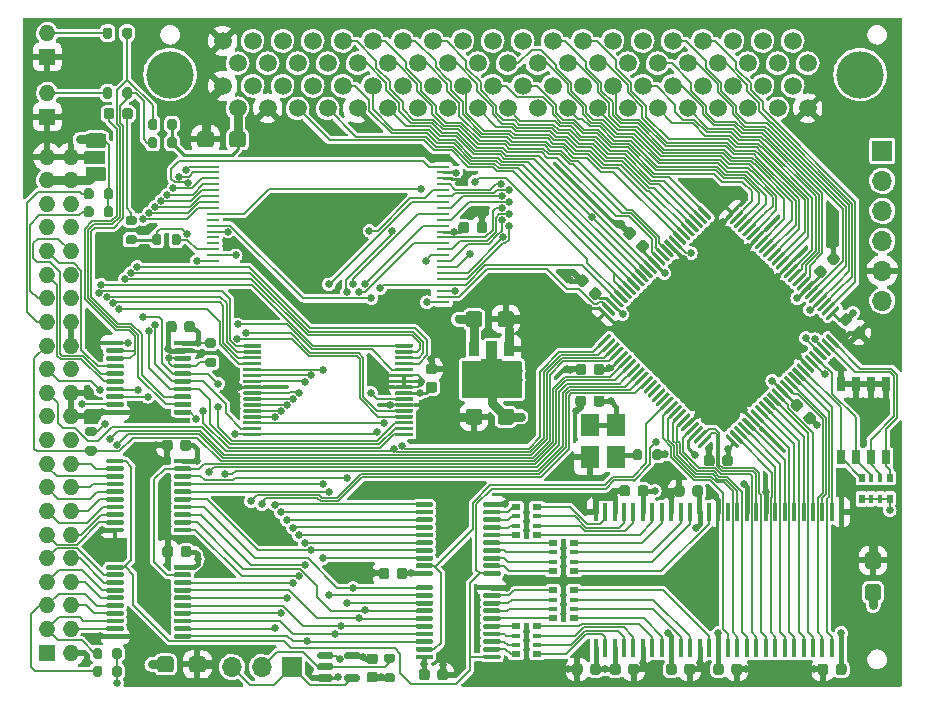
<source format=gtl>
G04 #@! TF.GenerationSoftware,KiCad,Pcbnew,6.0.11+dfsg-1~bpo11+1*
G04 #@! TF.CreationDate,2023-05-13T22:55:42+00:00*
G04 #@! TF.ProjectId,CIDER,43494445-522e-46b6-9963-61645f706362,rev?*
G04 #@! TF.SameCoordinates,Original*
G04 #@! TF.FileFunction,Copper,L1,Top*
G04 #@! TF.FilePolarity,Positive*
%FSLAX46Y46*%
G04 Gerber Fmt 4.6, Leading zero omitted, Abs format (unit mm)*
G04 Created by KiCad (PCBNEW 6.0.11+dfsg-1~bpo11+1) date 2023-05-13 22:55:42*
%MOMM*%
%LPD*%
G01*
G04 APERTURE LIST*
G04 #@! TA.AperFunction,ComponentPad*
%ADD10R,1.375400X1.375400*%
G04 #@! TD*
G04 #@! TA.AperFunction,ComponentPad*
%ADD11O,1.375400X1.375400*%
G04 #@! TD*
G04 #@! TA.AperFunction,SMDPad,CuDef*
%ADD12R,0.900000X1.300000*%
G04 #@! TD*
G04 #@! TA.AperFunction,SMDPad,CuDef*
%ADD13R,0.800000X0.500000*%
G04 #@! TD*
G04 #@! TA.AperFunction,SMDPad,CuDef*
%ADD14R,0.800000X0.400000*%
G04 #@! TD*
G04 #@! TA.AperFunction,ComponentPad*
%ADD15R,1.700000X1.700000*%
G04 #@! TD*
G04 #@! TA.AperFunction,ComponentPad*
%ADD16O,1.700000X1.700000*%
G04 #@! TD*
G04 #@! TA.AperFunction,SMDPad,CuDef*
%ADD17R,1.650000X1.950000*%
G04 #@! TD*
G04 #@! TA.AperFunction,SMDPad,CuDef*
%ADD18R,0.760000X1.250000*%
G04 #@! TD*
G04 #@! TA.AperFunction,SMDPad,CuDef*
%ADD19R,0.458000X1.510000*%
G04 #@! TD*
G04 #@! TA.AperFunction,SMDPad,CuDef*
%ADD20R,0.500000X0.800000*%
G04 #@! TD*
G04 #@! TA.AperFunction,SMDPad,CuDef*
%ADD21R,0.400000X0.800000*%
G04 #@! TD*
G04 #@! TA.AperFunction,SMDPad,CuDef*
%ADD22R,1.100000X0.250000*%
G04 #@! TD*
G04 #@! TA.AperFunction,ComponentPad*
%ADD23C,4.000000*%
G04 #@! TD*
G04 #@! TA.AperFunction,ComponentPad*
%ADD24C,1.500000*%
G04 #@! TD*
G04 #@! TA.AperFunction,ViaPad*
%ADD25C,0.635000*%
G04 #@! TD*
G04 #@! TA.AperFunction,ViaPad*
%ADD26C,0.762000*%
G04 #@! TD*
G04 #@! TA.AperFunction,Conductor*
%ADD27C,0.254000*%
G04 #@! TD*
G04 #@! TA.AperFunction,Conductor*
%ADD28C,0.762000*%
G04 #@! TD*
G04 #@! TA.AperFunction,Conductor*
%ADD29C,0.381000*%
G04 #@! TD*
G04 #@! TA.AperFunction,Conductor*
%ADD30C,0.177800*%
G04 #@! TD*
G04 #@! TA.AperFunction,Conductor*
%ADD31C,0.152400*%
G04 #@! TD*
G04 APERTURE END LIST*
G04 #@! TA.AperFunction,SMDPad,CuDef*
G36*
G01*
X51894808Y19604392D02*
X51894808Y20154392D01*
G75*
G02*
X52094808Y20354392I200000J0D01*
G01*
X52494808Y20354392D01*
G75*
G02*
X52694808Y20154392I0J-200000D01*
G01*
X52694808Y19604392D01*
G75*
G02*
X52494808Y19404392I-200000J0D01*
G01*
X52094808Y19404392D01*
G75*
G02*
X51894808Y19604392I0J200000D01*
G01*
G37*
G04 #@! TD.AperFunction*
G04 #@! TA.AperFunction,SMDPad,CuDef*
G36*
G01*
X53544808Y19604392D02*
X53544808Y20154392D01*
G75*
G02*
X53744808Y20354392I200000J0D01*
G01*
X54144808Y20354392D01*
G75*
G02*
X54344808Y20154392I0J-200000D01*
G01*
X54344808Y19604392D01*
G75*
G02*
X54144808Y19404392I-200000J0D01*
G01*
X53744808Y19404392D01*
G75*
G02*
X53544808Y19604392I0J200000D01*
G01*
G37*
G04 #@! TD.AperFunction*
D10*
X2313200Y48518600D03*
D11*
X2313200Y50518600D03*
G04 #@! TA.AperFunction,SMDPad,CuDef*
G36*
G01*
X40684100Y2869100D02*
X40684100Y2669100D01*
G75*
G02*
X40584100Y2569100I-100000J0D01*
G01*
X39309100Y2569100D01*
G75*
G02*
X39209100Y2669100I0J100000D01*
G01*
X39209100Y2869100D01*
G75*
G02*
X39309100Y2969100I100000J0D01*
G01*
X40584100Y2969100D01*
G75*
G02*
X40684100Y2869100I0J-100000D01*
G01*
G37*
G04 #@! TD.AperFunction*
G04 #@! TA.AperFunction,SMDPad,CuDef*
G36*
G01*
X40684100Y3519100D02*
X40684100Y3319100D01*
G75*
G02*
X40584100Y3219100I-100000J0D01*
G01*
X39309100Y3219100D01*
G75*
G02*
X39209100Y3319100I0J100000D01*
G01*
X39209100Y3519100D01*
G75*
G02*
X39309100Y3619100I100000J0D01*
G01*
X40584100Y3619100D01*
G75*
G02*
X40684100Y3519100I0J-100000D01*
G01*
G37*
G04 #@! TD.AperFunction*
G04 #@! TA.AperFunction,SMDPad,CuDef*
G36*
G01*
X40684100Y4169100D02*
X40684100Y3969100D01*
G75*
G02*
X40584100Y3869100I-100000J0D01*
G01*
X39309100Y3869100D01*
G75*
G02*
X39209100Y3969100I0J100000D01*
G01*
X39209100Y4169100D01*
G75*
G02*
X39309100Y4269100I100000J0D01*
G01*
X40584100Y4269100D01*
G75*
G02*
X40684100Y4169100I0J-100000D01*
G01*
G37*
G04 #@! TD.AperFunction*
G04 #@! TA.AperFunction,SMDPad,CuDef*
G36*
G01*
X40684100Y4819100D02*
X40684100Y4619100D01*
G75*
G02*
X40584100Y4519100I-100000J0D01*
G01*
X39309100Y4519100D01*
G75*
G02*
X39209100Y4619100I0J100000D01*
G01*
X39209100Y4819100D01*
G75*
G02*
X39309100Y4919100I100000J0D01*
G01*
X40584100Y4919100D01*
G75*
G02*
X40684100Y4819100I0J-100000D01*
G01*
G37*
G04 #@! TD.AperFunction*
G04 #@! TA.AperFunction,SMDPad,CuDef*
G36*
G01*
X40684100Y5469100D02*
X40684100Y5269100D01*
G75*
G02*
X40584100Y5169100I-100000J0D01*
G01*
X39309100Y5169100D01*
G75*
G02*
X39209100Y5269100I0J100000D01*
G01*
X39209100Y5469100D01*
G75*
G02*
X39309100Y5569100I100000J0D01*
G01*
X40584100Y5569100D01*
G75*
G02*
X40684100Y5469100I0J-100000D01*
G01*
G37*
G04 #@! TD.AperFunction*
G04 #@! TA.AperFunction,SMDPad,CuDef*
G36*
G01*
X40684100Y6119100D02*
X40684100Y5919100D01*
G75*
G02*
X40584100Y5819100I-100000J0D01*
G01*
X39309100Y5819100D01*
G75*
G02*
X39209100Y5919100I0J100000D01*
G01*
X39209100Y6119100D01*
G75*
G02*
X39309100Y6219100I100000J0D01*
G01*
X40584100Y6219100D01*
G75*
G02*
X40684100Y6119100I0J-100000D01*
G01*
G37*
G04 #@! TD.AperFunction*
G04 #@! TA.AperFunction,SMDPad,CuDef*
G36*
G01*
X40684100Y6769100D02*
X40684100Y6569100D01*
G75*
G02*
X40584100Y6469100I-100000J0D01*
G01*
X39309100Y6469100D01*
G75*
G02*
X39209100Y6569100I0J100000D01*
G01*
X39209100Y6769100D01*
G75*
G02*
X39309100Y6869100I100000J0D01*
G01*
X40584100Y6869100D01*
G75*
G02*
X40684100Y6769100I0J-100000D01*
G01*
G37*
G04 #@! TD.AperFunction*
G04 #@! TA.AperFunction,SMDPad,CuDef*
G36*
G01*
X40684100Y7419100D02*
X40684100Y7219100D01*
G75*
G02*
X40584100Y7119100I-100000J0D01*
G01*
X39309100Y7119100D01*
G75*
G02*
X39209100Y7219100I0J100000D01*
G01*
X39209100Y7419100D01*
G75*
G02*
X39309100Y7519100I100000J0D01*
G01*
X40584100Y7519100D01*
G75*
G02*
X40684100Y7419100I0J-100000D01*
G01*
G37*
G04 #@! TD.AperFunction*
G04 #@! TA.AperFunction,SMDPad,CuDef*
G36*
G01*
X40684100Y8069100D02*
X40684100Y7869100D01*
G75*
G02*
X40584100Y7769100I-100000J0D01*
G01*
X39309100Y7769100D01*
G75*
G02*
X39209100Y7869100I0J100000D01*
G01*
X39209100Y8069100D01*
G75*
G02*
X39309100Y8169100I100000J0D01*
G01*
X40584100Y8169100D01*
G75*
G02*
X40684100Y8069100I0J-100000D01*
G01*
G37*
G04 #@! TD.AperFunction*
G04 #@! TA.AperFunction,SMDPad,CuDef*
G36*
G01*
X40684100Y8719100D02*
X40684100Y8519100D01*
G75*
G02*
X40584100Y8419100I-100000J0D01*
G01*
X39309100Y8419100D01*
G75*
G02*
X39209100Y8519100I0J100000D01*
G01*
X39209100Y8719100D01*
G75*
G02*
X39309100Y8819100I100000J0D01*
G01*
X40584100Y8819100D01*
G75*
G02*
X40684100Y8719100I0J-100000D01*
G01*
G37*
G04 #@! TD.AperFunction*
G04 #@! TA.AperFunction,SMDPad,CuDef*
G36*
G01*
X34959100Y8719100D02*
X34959100Y8519100D01*
G75*
G02*
X34859100Y8419100I-100000J0D01*
G01*
X33584100Y8419100D01*
G75*
G02*
X33484100Y8519100I0J100000D01*
G01*
X33484100Y8719100D01*
G75*
G02*
X33584100Y8819100I100000J0D01*
G01*
X34859100Y8819100D01*
G75*
G02*
X34959100Y8719100I0J-100000D01*
G01*
G37*
G04 #@! TD.AperFunction*
G04 #@! TA.AperFunction,SMDPad,CuDef*
G36*
G01*
X34959100Y8069100D02*
X34959100Y7869100D01*
G75*
G02*
X34859100Y7769100I-100000J0D01*
G01*
X33584100Y7769100D01*
G75*
G02*
X33484100Y7869100I0J100000D01*
G01*
X33484100Y8069100D01*
G75*
G02*
X33584100Y8169100I100000J0D01*
G01*
X34859100Y8169100D01*
G75*
G02*
X34959100Y8069100I0J-100000D01*
G01*
G37*
G04 #@! TD.AperFunction*
G04 #@! TA.AperFunction,SMDPad,CuDef*
G36*
G01*
X34959100Y7419100D02*
X34959100Y7219100D01*
G75*
G02*
X34859100Y7119100I-100000J0D01*
G01*
X33584100Y7119100D01*
G75*
G02*
X33484100Y7219100I0J100000D01*
G01*
X33484100Y7419100D01*
G75*
G02*
X33584100Y7519100I100000J0D01*
G01*
X34859100Y7519100D01*
G75*
G02*
X34959100Y7419100I0J-100000D01*
G01*
G37*
G04 #@! TD.AperFunction*
G04 #@! TA.AperFunction,SMDPad,CuDef*
G36*
G01*
X34959100Y6769100D02*
X34959100Y6569100D01*
G75*
G02*
X34859100Y6469100I-100000J0D01*
G01*
X33584100Y6469100D01*
G75*
G02*
X33484100Y6569100I0J100000D01*
G01*
X33484100Y6769100D01*
G75*
G02*
X33584100Y6869100I100000J0D01*
G01*
X34859100Y6869100D01*
G75*
G02*
X34959100Y6769100I0J-100000D01*
G01*
G37*
G04 #@! TD.AperFunction*
G04 #@! TA.AperFunction,SMDPad,CuDef*
G36*
G01*
X34959100Y6119100D02*
X34959100Y5919100D01*
G75*
G02*
X34859100Y5819100I-100000J0D01*
G01*
X33584100Y5819100D01*
G75*
G02*
X33484100Y5919100I0J100000D01*
G01*
X33484100Y6119100D01*
G75*
G02*
X33584100Y6219100I100000J0D01*
G01*
X34859100Y6219100D01*
G75*
G02*
X34959100Y6119100I0J-100000D01*
G01*
G37*
G04 #@! TD.AperFunction*
G04 #@! TA.AperFunction,SMDPad,CuDef*
G36*
G01*
X34959100Y5469100D02*
X34959100Y5269100D01*
G75*
G02*
X34859100Y5169100I-100000J0D01*
G01*
X33584100Y5169100D01*
G75*
G02*
X33484100Y5269100I0J100000D01*
G01*
X33484100Y5469100D01*
G75*
G02*
X33584100Y5569100I100000J0D01*
G01*
X34859100Y5569100D01*
G75*
G02*
X34959100Y5469100I0J-100000D01*
G01*
G37*
G04 #@! TD.AperFunction*
G04 #@! TA.AperFunction,SMDPad,CuDef*
G36*
G01*
X34959100Y4819100D02*
X34959100Y4619100D01*
G75*
G02*
X34859100Y4519100I-100000J0D01*
G01*
X33584100Y4519100D01*
G75*
G02*
X33484100Y4619100I0J100000D01*
G01*
X33484100Y4819100D01*
G75*
G02*
X33584100Y4919100I100000J0D01*
G01*
X34859100Y4919100D01*
G75*
G02*
X34959100Y4819100I0J-100000D01*
G01*
G37*
G04 #@! TD.AperFunction*
G04 #@! TA.AperFunction,SMDPad,CuDef*
G36*
G01*
X34959100Y4169100D02*
X34959100Y3969100D01*
G75*
G02*
X34859100Y3869100I-100000J0D01*
G01*
X33584100Y3869100D01*
G75*
G02*
X33484100Y3969100I0J100000D01*
G01*
X33484100Y4169100D01*
G75*
G02*
X33584100Y4269100I100000J0D01*
G01*
X34859100Y4269100D01*
G75*
G02*
X34959100Y4169100I0J-100000D01*
G01*
G37*
G04 #@! TD.AperFunction*
G04 #@! TA.AperFunction,SMDPad,CuDef*
G36*
G01*
X34959100Y3519100D02*
X34959100Y3319100D01*
G75*
G02*
X34859100Y3219100I-100000J0D01*
G01*
X33584100Y3219100D01*
G75*
G02*
X33484100Y3319100I0J100000D01*
G01*
X33484100Y3519100D01*
G75*
G02*
X33584100Y3619100I100000J0D01*
G01*
X34859100Y3619100D01*
G75*
G02*
X34959100Y3519100I0J-100000D01*
G01*
G37*
G04 #@! TD.AperFunction*
G04 #@! TA.AperFunction,SMDPad,CuDef*
G36*
G01*
X34959100Y2869100D02*
X34959100Y2669100D01*
G75*
G02*
X34859100Y2569100I-100000J0D01*
G01*
X33584100Y2569100D01*
G75*
G02*
X33484100Y2669100I0J100000D01*
G01*
X33484100Y2869100D01*
G75*
G02*
X33584100Y2969100I100000J0D01*
G01*
X34859100Y2969100D01*
G75*
G02*
X34959100Y2869100I0J-100000D01*
G01*
G37*
G04 #@! TD.AperFunction*
G04 #@! TA.AperFunction,SMDPad,CuDef*
G36*
G01*
X40684100Y9930300D02*
X40684100Y9730300D01*
G75*
G02*
X40584100Y9630300I-100000J0D01*
G01*
X39309100Y9630300D01*
G75*
G02*
X39209100Y9730300I0J100000D01*
G01*
X39209100Y9930300D01*
G75*
G02*
X39309100Y10030300I100000J0D01*
G01*
X40584100Y10030300D01*
G75*
G02*
X40684100Y9930300I0J-100000D01*
G01*
G37*
G04 #@! TD.AperFunction*
G04 #@! TA.AperFunction,SMDPad,CuDef*
G36*
G01*
X40684100Y10580300D02*
X40684100Y10380300D01*
G75*
G02*
X40584100Y10280300I-100000J0D01*
G01*
X39309100Y10280300D01*
G75*
G02*
X39209100Y10380300I0J100000D01*
G01*
X39209100Y10580300D01*
G75*
G02*
X39309100Y10680300I100000J0D01*
G01*
X40584100Y10680300D01*
G75*
G02*
X40684100Y10580300I0J-100000D01*
G01*
G37*
G04 #@! TD.AperFunction*
G04 #@! TA.AperFunction,SMDPad,CuDef*
G36*
G01*
X40684100Y11230300D02*
X40684100Y11030300D01*
G75*
G02*
X40584100Y10930300I-100000J0D01*
G01*
X39309100Y10930300D01*
G75*
G02*
X39209100Y11030300I0J100000D01*
G01*
X39209100Y11230300D01*
G75*
G02*
X39309100Y11330300I100000J0D01*
G01*
X40584100Y11330300D01*
G75*
G02*
X40684100Y11230300I0J-100000D01*
G01*
G37*
G04 #@! TD.AperFunction*
G04 #@! TA.AperFunction,SMDPad,CuDef*
G36*
G01*
X40684100Y11880300D02*
X40684100Y11680300D01*
G75*
G02*
X40584100Y11580300I-100000J0D01*
G01*
X39309100Y11580300D01*
G75*
G02*
X39209100Y11680300I0J100000D01*
G01*
X39209100Y11880300D01*
G75*
G02*
X39309100Y11980300I100000J0D01*
G01*
X40584100Y11980300D01*
G75*
G02*
X40684100Y11880300I0J-100000D01*
G01*
G37*
G04 #@! TD.AperFunction*
G04 #@! TA.AperFunction,SMDPad,CuDef*
G36*
G01*
X40684100Y12530300D02*
X40684100Y12330300D01*
G75*
G02*
X40584100Y12230300I-100000J0D01*
G01*
X39309100Y12230300D01*
G75*
G02*
X39209100Y12330300I0J100000D01*
G01*
X39209100Y12530300D01*
G75*
G02*
X39309100Y12630300I100000J0D01*
G01*
X40584100Y12630300D01*
G75*
G02*
X40684100Y12530300I0J-100000D01*
G01*
G37*
G04 #@! TD.AperFunction*
G04 #@! TA.AperFunction,SMDPad,CuDef*
G36*
G01*
X40684100Y13180300D02*
X40684100Y12980300D01*
G75*
G02*
X40584100Y12880300I-100000J0D01*
G01*
X39309100Y12880300D01*
G75*
G02*
X39209100Y12980300I0J100000D01*
G01*
X39209100Y13180300D01*
G75*
G02*
X39309100Y13280300I100000J0D01*
G01*
X40584100Y13280300D01*
G75*
G02*
X40684100Y13180300I0J-100000D01*
G01*
G37*
G04 #@! TD.AperFunction*
G04 #@! TA.AperFunction,SMDPad,CuDef*
G36*
G01*
X40684100Y13830300D02*
X40684100Y13630300D01*
G75*
G02*
X40584100Y13530300I-100000J0D01*
G01*
X39309100Y13530300D01*
G75*
G02*
X39209100Y13630300I0J100000D01*
G01*
X39209100Y13830300D01*
G75*
G02*
X39309100Y13930300I100000J0D01*
G01*
X40584100Y13930300D01*
G75*
G02*
X40684100Y13830300I0J-100000D01*
G01*
G37*
G04 #@! TD.AperFunction*
G04 #@! TA.AperFunction,SMDPad,CuDef*
G36*
G01*
X40684100Y14480300D02*
X40684100Y14280300D01*
G75*
G02*
X40584100Y14180300I-100000J0D01*
G01*
X39309100Y14180300D01*
G75*
G02*
X39209100Y14280300I0J100000D01*
G01*
X39209100Y14480300D01*
G75*
G02*
X39309100Y14580300I100000J0D01*
G01*
X40584100Y14580300D01*
G75*
G02*
X40684100Y14480300I0J-100000D01*
G01*
G37*
G04 #@! TD.AperFunction*
G04 #@! TA.AperFunction,SMDPad,CuDef*
G36*
G01*
X40684100Y15130300D02*
X40684100Y14930300D01*
G75*
G02*
X40584100Y14830300I-100000J0D01*
G01*
X39309100Y14830300D01*
G75*
G02*
X39209100Y14930300I0J100000D01*
G01*
X39209100Y15130300D01*
G75*
G02*
X39309100Y15230300I100000J0D01*
G01*
X40584100Y15230300D01*
G75*
G02*
X40684100Y15130300I0J-100000D01*
G01*
G37*
G04 #@! TD.AperFunction*
G04 #@! TA.AperFunction,SMDPad,CuDef*
G36*
G01*
X40684100Y15780300D02*
X40684100Y15580300D01*
G75*
G02*
X40584100Y15480300I-100000J0D01*
G01*
X39309100Y15480300D01*
G75*
G02*
X39209100Y15580300I0J100000D01*
G01*
X39209100Y15780300D01*
G75*
G02*
X39309100Y15880300I100000J0D01*
G01*
X40584100Y15880300D01*
G75*
G02*
X40684100Y15780300I0J-100000D01*
G01*
G37*
G04 #@! TD.AperFunction*
G04 #@! TA.AperFunction,SMDPad,CuDef*
G36*
G01*
X34959100Y15780300D02*
X34959100Y15580300D01*
G75*
G02*
X34859100Y15480300I-100000J0D01*
G01*
X33584100Y15480300D01*
G75*
G02*
X33484100Y15580300I0J100000D01*
G01*
X33484100Y15780300D01*
G75*
G02*
X33584100Y15880300I100000J0D01*
G01*
X34859100Y15880300D01*
G75*
G02*
X34959100Y15780300I0J-100000D01*
G01*
G37*
G04 #@! TD.AperFunction*
G04 #@! TA.AperFunction,SMDPad,CuDef*
G36*
G01*
X34959100Y15130300D02*
X34959100Y14930300D01*
G75*
G02*
X34859100Y14830300I-100000J0D01*
G01*
X33584100Y14830300D01*
G75*
G02*
X33484100Y14930300I0J100000D01*
G01*
X33484100Y15130300D01*
G75*
G02*
X33584100Y15230300I100000J0D01*
G01*
X34859100Y15230300D01*
G75*
G02*
X34959100Y15130300I0J-100000D01*
G01*
G37*
G04 #@! TD.AperFunction*
G04 #@! TA.AperFunction,SMDPad,CuDef*
G36*
G01*
X34959100Y14480300D02*
X34959100Y14280300D01*
G75*
G02*
X34859100Y14180300I-100000J0D01*
G01*
X33584100Y14180300D01*
G75*
G02*
X33484100Y14280300I0J100000D01*
G01*
X33484100Y14480300D01*
G75*
G02*
X33584100Y14580300I100000J0D01*
G01*
X34859100Y14580300D01*
G75*
G02*
X34959100Y14480300I0J-100000D01*
G01*
G37*
G04 #@! TD.AperFunction*
G04 #@! TA.AperFunction,SMDPad,CuDef*
G36*
G01*
X34959100Y13830300D02*
X34959100Y13630300D01*
G75*
G02*
X34859100Y13530300I-100000J0D01*
G01*
X33584100Y13530300D01*
G75*
G02*
X33484100Y13630300I0J100000D01*
G01*
X33484100Y13830300D01*
G75*
G02*
X33584100Y13930300I100000J0D01*
G01*
X34859100Y13930300D01*
G75*
G02*
X34959100Y13830300I0J-100000D01*
G01*
G37*
G04 #@! TD.AperFunction*
G04 #@! TA.AperFunction,SMDPad,CuDef*
G36*
G01*
X34959100Y13180300D02*
X34959100Y12980300D01*
G75*
G02*
X34859100Y12880300I-100000J0D01*
G01*
X33584100Y12880300D01*
G75*
G02*
X33484100Y12980300I0J100000D01*
G01*
X33484100Y13180300D01*
G75*
G02*
X33584100Y13280300I100000J0D01*
G01*
X34859100Y13280300D01*
G75*
G02*
X34959100Y13180300I0J-100000D01*
G01*
G37*
G04 #@! TD.AperFunction*
G04 #@! TA.AperFunction,SMDPad,CuDef*
G36*
G01*
X34959100Y12530300D02*
X34959100Y12330300D01*
G75*
G02*
X34859100Y12230300I-100000J0D01*
G01*
X33584100Y12230300D01*
G75*
G02*
X33484100Y12330300I0J100000D01*
G01*
X33484100Y12530300D01*
G75*
G02*
X33584100Y12630300I100000J0D01*
G01*
X34859100Y12630300D01*
G75*
G02*
X34959100Y12530300I0J-100000D01*
G01*
G37*
G04 #@! TD.AperFunction*
G04 #@! TA.AperFunction,SMDPad,CuDef*
G36*
G01*
X34959100Y11880300D02*
X34959100Y11680300D01*
G75*
G02*
X34859100Y11580300I-100000J0D01*
G01*
X33584100Y11580300D01*
G75*
G02*
X33484100Y11680300I0J100000D01*
G01*
X33484100Y11880300D01*
G75*
G02*
X33584100Y11980300I100000J0D01*
G01*
X34859100Y11980300D01*
G75*
G02*
X34959100Y11880300I0J-100000D01*
G01*
G37*
G04 #@! TD.AperFunction*
G04 #@! TA.AperFunction,SMDPad,CuDef*
G36*
G01*
X34959100Y11230300D02*
X34959100Y11030300D01*
G75*
G02*
X34859100Y10930300I-100000J0D01*
G01*
X33584100Y10930300D01*
G75*
G02*
X33484100Y11030300I0J100000D01*
G01*
X33484100Y11230300D01*
G75*
G02*
X33584100Y11330300I100000J0D01*
G01*
X34859100Y11330300D01*
G75*
G02*
X34959100Y11230300I0J-100000D01*
G01*
G37*
G04 #@! TD.AperFunction*
G04 #@! TA.AperFunction,SMDPad,CuDef*
G36*
G01*
X34959100Y10580300D02*
X34959100Y10380300D01*
G75*
G02*
X34859100Y10280300I-100000J0D01*
G01*
X33584100Y10280300D01*
G75*
G02*
X33484100Y10380300I0J100000D01*
G01*
X33484100Y10580300D01*
G75*
G02*
X33584100Y10680300I100000J0D01*
G01*
X34859100Y10680300D01*
G75*
G02*
X34959100Y10580300I0J-100000D01*
G01*
G37*
G04 #@! TD.AperFunction*
G04 #@! TA.AperFunction,SMDPad,CuDef*
G36*
G01*
X34959100Y9930300D02*
X34959100Y9730300D01*
G75*
G02*
X34859100Y9630300I-100000J0D01*
G01*
X33584100Y9630300D01*
G75*
G02*
X33484100Y9730300I0J100000D01*
G01*
X33484100Y9930300D01*
G75*
G02*
X33584100Y10030300I100000J0D01*
G01*
X34859100Y10030300D01*
G75*
G02*
X34959100Y9930300I0J-100000D01*
G01*
G37*
G04 #@! TD.AperFunction*
G04 #@! TA.AperFunction,SMDPad,CuDef*
G36*
G01*
X37730908Y30928300D02*
X37730908Y31778300D01*
G75*
G02*
X37980908Y32028300I250000J0D01*
G01*
X38880908Y32028300D01*
G75*
G02*
X39130908Y31778300I0J-250000D01*
G01*
X39130908Y30928300D01*
G75*
G02*
X38880908Y30678300I-250000J0D01*
G01*
X37980908Y30678300D01*
G75*
G02*
X37730908Y30928300I0J250000D01*
G01*
G37*
G04 #@! TD.AperFunction*
G04 #@! TA.AperFunction,SMDPad,CuDef*
G36*
G01*
X40430908Y30928300D02*
X40430908Y31778300D01*
G75*
G02*
X40680908Y32028300I250000J0D01*
G01*
X41580908Y32028300D01*
G75*
G02*
X41830908Y31778300I0J-250000D01*
G01*
X41830908Y30928300D01*
G75*
G02*
X41580908Y30678300I-250000J0D01*
G01*
X40680908Y30678300D01*
G75*
G02*
X40430908Y30928300I0J250000D01*
G01*
G37*
G04 #@! TD.AperFunction*
G04 #@! TA.AperFunction,SMDPad,CuDef*
G36*
G01*
X49191283Y33377771D02*
X48837729Y33024217D01*
G75*
G02*
X48519531Y33024217I-159099J159099D01*
G01*
X48201333Y33342415D01*
G75*
G02*
X48201333Y33660613I159099J159099D01*
G01*
X48554887Y34014167D01*
G75*
G02*
X48873085Y34014167I159099J-159099D01*
G01*
X49191283Y33695969D01*
G75*
G02*
X49191283Y33377771I-159099J-159099D01*
G01*
G37*
G04 #@! TD.AperFunction*
G04 #@! TA.AperFunction,SMDPad,CuDef*
G36*
G01*
X48095267Y34473787D02*
X47741713Y34120233D01*
G75*
G02*
X47423515Y34120233I-159099J159099D01*
G01*
X47105317Y34438431D01*
G75*
G02*
X47105317Y34756629I159099J159099D01*
G01*
X47458871Y35110183D01*
G75*
G02*
X47777069Y35110183I159099J-159099D01*
G01*
X48095267Y34791985D01*
G75*
G02*
X48095267Y34473787I-159099J-159099D01*
G01*
G37*
G04 #@! TD.AperFunction*
G04 #@! TA.AperFunction,SMDPad,CuDef*
G36*
G01*
X9136000Y40137800D02*
X9686000Y40137800D01*
G75*
G02*
X9886000Y39937800I0J-200000D01*
G01*
X9886000Y39537800D01*
G75*
G02*
X9686000Y39337800I-200000J0D01*
G01*
X9136000Y39337800D01*
G75*
G02*
X8936000Y39537800I0J200000D01*
G01*
X8936000Y39937800D01*
G75*
G02*
X9136000Y40137800I200000J0D01*
G01*
G37*
G04 #@! TD.AperFunction*
G04 #@! TA.AperFunction,SMDPad,CuDef*
G36*
G01*
X9136000Y38487800D02*
X9686000Y38487800D01*
G75*
G02*
X9886000Y38287800I0J-200000D01*
G01*
X9886000Y37887800D01*
G75*
G02*
X9686000Y37687800I-200000J0D01*
G01*
X9136000Y37687800D01*
G75*
G02*
X8936000Y37887800I0J200000D01*
G01*
X8936000Y38287800D01*
G75*
G02*
X9136000Y38487800I200000J0D01*
G01*
G37*
G04 #@! TD.AperFunction*
G04 #@! TA.AperFunction,SMDPad,CuDef*
G36*
G01*
X14499100Y11939800D02*
X14499100Y11439800D01*
G75*
G02*
X14274100Y11214800I-225000J0D01*
G01*
X13824100Y11214800D01*
G75*
G02*
X13599100Y11439800I0J225000D01*
G01*
X13599100Y11939800D01*
G75*
G02*
X13824100Y12164800I225000J0D01*
G01*
X14274100Y12164800D01*
G75*
G02*
X14499100Y11939800I0J-225000D01*
G01*
G37*
G04 #@! TD.AperFunction*
G04 #@! TA.AperFunction,SMDPad,CuDef*
G36*
G01*
X12949100Y11939800D02*
X12949100Y11439800D01*
G75*
G02*
X12724100Y11214800I-225000J0D01*
G01*
X12274100Y11214800D01*
G75*
G02*
X12049100Y11439800I0J225000D01*
G01*
X12049100Y11939800D01*
G75*
G02*
X12274100Y12164800I225000J0D01*
G01*
X12724100Y12164800D01*
G75*
G02*
X12949100Y11939800I0J-225000D01*
G01*
G37*
G04 #@! TD.AperFunction*
G04 #@! TA.AperFunction,SMDPad,CuDef*
G36*
G01*
X57816200Y17064800D02*
X57816200Y16564800D01*
G75*
G02*
X57591200Y16339800I-225000J0D01*
G01*
X57141200Y16339800D01*
G75*
G02*
X56916200Y16564800I0J225000D01*
G01*
X56916200Y17064800D01*
G75*
G02*
X57141200Y17289800I225000J0D01*
G01*
X57591200Y17289800D01*
G75*
G02*
X57816200Y17064800I0J-225000D01*
G01*
G37*
G04 #@! TD.AperFunction*
G04 #@! TA.AperFunction,SMDPad,CuDef*
G36*
G01*
X56266200Y17064800D02*
X56266200Y16564800D01*
G75*
G02*
X56041200Y16339800I-225000J0D01*
G01*
X55591200Y16339800D01*
G75*
G02*
X55366200Y16564800I0J225000D01*
G01*
X55366200Y17064800D01*
G75*
G02*
X55591200Y17289800I225000J0D01*
G01*
X56041200Y17289800D01*
G75*
G02*
X56266200Y17064800I0J-225000D01*
G01*
G37*
G04 #@! TD.AperFunction*
G04 #@! TA.AperFunction,SMDPad,CuDef*
G36*
G01*
X72639000Y7534300D02*
X71789000Y7534300D01*
G75*
G02*
X71539000Y7784300I0J250000D01*
G01*
X71539000Y8684300D01*
G75*
G02*
X71789000Y8934300I250000J0D01*
G01*
X72639000Y8934300D01*
G75*
G02*
X72889000Y8684300I0J-250000D01*
G01*
X72889000Y7784300D01*
G75*
G02*
X72639000Y7534300I-250000J0D01*
G01*
G37*
G04 #@! TD.AperFunction*
G04 #@! TA.AperFunction,SMDPad,CuDef*
G36*
G01*
X72639000Y10234300D02*
X71789000Y10234300D01*
G75*
G02*
X71539000Y10484300I0J250000D01*
G01*
X71539000Y11384300D01*
G75*
G02*
X71789000Y11634300I250000J0D01*
G01*
X72639000Y11634300D01*
G75*
G02*
X72889000Y11384300I0J-250000D01*
G01*
X72889000Y10484300D01*
G75*
G02*
X72639000Y10234300I-250000J0D01*
G01*
G37*
G04 #@! TD.AperFunction*
D10*
X2313200Y53582600D03*
D11*
X2313200Y55582600D03*
G04 #@! TA.AperFunction,SMDPad,CuDef*
G36*
G01*
X11612300Y1706600D02*
X11612300Y2556600D01*
G75*
G02*
X11862300Y2806600I250000J0D01*
G01*
X12762300Y2806600D01*
G75*
G02*
X13012300Y2556600I0J-250000D01*
G01*
X13012300Y1706600D01*
G75*
G02*
X12762300Y1456600I-250000J0D01*
G01*
X11862300Y1456600D01*
G75*
G02*
X11612300Y1706600I0J250000D01*
G01*
G37*
G04 #@! TD.AperFunction*
G04 #@! TA.AperFunction,SMDPad,CuDef*
G36*
G01*
X14312300Y1706600D02*
X14312300Y2556600D01*
G75*
G02*
X14562300Y2806600I250000J0D01*
G01*
X15462300Y2806600D01*
G75*
G02*
X15712300Y2556600I0J-250000D01*
G01*
X15712300Y1706600D01*
G75*
G02*
X15462300Y1456600I-250000J0D01*
G01*
X14562300Y1456600D01*
G75*
G02*
X14312300Y1706600I0J250000D01*
G01*
G37*
G04 #@! TD.AperFunction*
G04 #@! TA.AperFunction,SMDPad,CuDef*
G36*
G01*
X54695700Y1466400D02*
X54695700Y1966400D01*
G75*
G02*
X54920700Y2191400I225000J0D01*
G01*
X55370700Y2191400D01*
G75*
G02*
X55595700Y1966400I0J-225000D01*
G01*
X55595700Y1466400D01*
G75*
G02*
X55370700Y1241400I-225000J0D01*
G01*
X54920700Y1241400D01*
G75*
G02*
X54695700Y1466400I0J225000D01*
G01*
G37*
G04 #@! TD.AperFunction*
G04 #@! TA.AperFunction,SMDPad,CuDef*
G36*
G01*
X56245700Y1466400D02*
X56245700Y1966400D01*
G75*
G02*
X56470700Y2191400I225000J0D01*
G01*
X56920700Y2191400D01*
G75*
G02*
X57145700Y1966400I0J-225000D01*
G01*
X57145700Y1466400D01*
G75*
G02*
X56920700Y1241400I-225000J0D01*
G01*
X56470700Y1241400D01*
G75*
G02*
X56245700Y1466400I0J225000D01*
G01*
G37*
G04 #@! TD.AperFunction*
G04 #@! TA.AperFunction,SMDPad,CuDef*
G36*
G01*
X41830908Y23523300D02*
X41830908Y22673300D01*
G75*
G02*
X41580908Y22423300I-250000J0D01*
G01*
X40680908Y22423300D01*
G75*
G02*
X40430908Y22673300I0J250000D01*
G01*
X40430908Y23523300D01*
G75*
G02*
X40680908Y23773300I250000J0D01*
G01*
X41580908Y23773300D01*
G75*
G02*
X41830908Y23523300I0J-250000D01*
G01*
G37*
G04 #@! TD.AperFunction*
G04 #@! TA.AperFunction,SMDPad,CuDef*
G36*
G01*
X39130908Y23523300D02*
X39130908Y22673300D01*
G75*
G02*
X38880908Y22423300I-250000J0D01*
G01*
X37980908Y22423300D01*
G75*
G02*
X37730908Y22673300I0J250000D01*
G01*
X37730908Y23523300D01*
G75*
G02*
X37980908Y23773300I250000J0D01*
G01*
X38880908Y23773300D01*
G75*
G02*
X39130908Y23523300I0J-250000D01*
G01*
G37*
G04 #@! TD.AperFunction*
D12*
X41433308Y28844592D03*
G04 #@! TA.AperFunction,SMDPad,CuDef*
G36*
X39066808Y24894592D02*
G01*
X39066808Y28019592D01*
X39483308Y28019592D01*
X39483308Y29494592D01*
X40383308Y29494592D01*
X40383308Y28019592D01*
X40799808Y28019592D01*
X40799808Y24894592D01*
X39066808Y24894592D01*
G37*
G04 #@! TD.AperFunction*
X38433308Y28844592D03*
G04 #@! TA.AperFunction,SMDPad,CuDef*
G36*
G01*
X14796400Y30966400D02*
X14796400Y30466400D01*
G75*
G02*
X14571400Y30241400I-225000J0D01*
G01*
X14121400Y30241400D01*
G75*
G02*
X13896400Y30466400I0J225000D01*
G01*
X13896400Y30966400D01*
G75*
G02*
X14121400Y31191400I225000J0D01*
G01*
X14571400Y31191400D01*
G75*
G02*
X14796400Y30966400I0J-225000D01*
G01*
G37*
G04 #@! TD.AperFunction*
G04 #@! TA.AperFunction,SMDPad,CuDef*
G36*
G01*
X13246400Y30966400D02*
X13246400Y30466400D01*
G75*
G02*
X13021400Y30241400I-225000J0D01*
G01*
X12571400Y30241400D01*
G75*
G02*
X12346400Y30466400I0J225000D01*
G01*
X12346400Y30966400D01*
G75*
G02*
X12571400Y31191400I225000J0D01*
G01*
X13021400Y31191400D01*
G75*
G02*
X13246400Y30966400I0J-225000D01*
G01*
G37*
G04 #@! TD.AperFunction*
G04 #@! TA.AperFunction,SMDPad,CuDef*
G36*
G01*
X6287200Y19815900D02*
X5737200Y19815900D01*
G75*
G02*
X5537200Y20015900I0J200000D01*
G01*
X5537200Y20415900D01*
G75*
G02*
X5737200Y20615900I200000J0D01*
G01*
X6287200Y20615900D01*
G75*
G02*
X6487200Y20415900I0J-200000D01*
G01*
X6487200Y20015900D01*
G75*
G02*
X6287200Y19815900I-200000J0D01*
G01*
G37*
G04 #@! TD.AperFunction*
G04 #@! TA.AperFunction,SMDPad,CuDef*
G36*
G01*
X6287200Y21465900D02*
X5737200Y21465900D01*
G75*
G02*
X5537200Y21665900I0J200000D01*
G01*
X5537200Y22065900D01*
G75*
G02*
X5737200Y22265900I200000J0D01*
G01*
X6287200Y22265900D01*
G75*
G02*
X6487200Y22065900I0J-200000D01*
G01*
X6487200Y21665900D01*
G75*
G02*
X6287200Y21465900I-200000J0D01*
G01*
G37*
G04 #@! TD.AperFunction*
G04 #@! TA.AperFunction,SMDPad,CuDef*
G36*
G01*
X35088700Y25146000D02*
X34588700Y25146000D01*
G75*
G02*
X34363700Y25371000I0J225000D01*
G01*
X34363700Y25821000D01*
G75*
G02*
X34588700Y26046000I225000J0D01*
G01*
X35088700Y26046000D01*
G75*
G02*
X35313700Y25821000I0J-225000D01*
G01*
X35313700Y25371000D01*
G75*
G02*
X35088700Y25146000I-225000J0D01*
G01*
G37*
G04 #@! TD.AperFunction*
G04 #@! TA.AperFunction,SMDPad,CuDef*
G36*
G01*
X35088700Y26696000D02*
X34588700Y26696000D01*
G75*
G02*
X34363700Y26921000I0J225000D01*
G01*
X34363700Y27371000D01*
G75*
G02*
X34588700Y27596000I225000J0D01*
G01*
X35088700Y27596000D01*
G75*
G02*
X35313700Y27371000I0J-225000D01*
G01*
X35313700Y26921000D01*
G75*
G02*
X35088700Y26696000I-225000J0D01*
G01*
G37*
G04 #@! TD.AperFunction*
G04 #@! TA.AperFunction,SMDPad,CuDef*
G36*
G01*
X14473700Y20931400D02*
X14473700Y20431400D01*
G75*
G02*
X14248700Y20206400I-225000J0D01*
G01*
X13798700Y20206400D01*
G75*
G02*
X13573700Y20431400I0J225000D01*
G01*
X13573700Y20931400D01*
G75*
G02*
X13798700Y21156400I225000J0D01*
G01*
X14248700Y21156400D01*
G75*
G02*
X14473700Y20931400I0J-225000D01*
G01*
G37*
G04 #@! TD.AperFunction*
G04 #@! TA.AperFunction,SMDPad,CuDef*
G36*
G01*
X12923700Y20931400D02*
X12923700Y20431400D01*
G75*
G02*
X12698700Y20206400I-225000J0D01*
G01*
X12248700Y20206400D01*
G75*
G02*
X12023700Y20431400I0J225000D01*
G01*
X12023700Y20931400D01*
G75*
G02*
X12248700Y21156400I225000J0D01*
G01*
X12698700Y21156400D01*
G75*
G02*
X12923700Y20931400I0J-225000D01*
G01*
G37*
G04 #@! TD.AperFunction*
D13*
X45101200Y12436500D03*
D14*
X45101200Y11636500D03*
X45101200Y10836500D03*
D13*
X45101200Y10036500D03*
X46901200Y10036500D03*
D14*
X46901200Y10836500D03*
X46901200Y11636500D03*
D13*
X46901200Y12436500D03*
G04 #@! TA.AperFunction,SMDPad,CuDef*
G36*
G01*
X5422200Y40171500D02*
X5422200Y40721500D01*
G75*
G02*
X5622200Y40921500I200000J0D01*
G01*
X6022200Y40921500D01*
G75*
G02*
X6222200Y40721500I0J-200000D01*
G01*
X6222200Y40171500D01*
G75*
G02*
X6022200Y39971500I-200000J0D01*
G01*
X5622200Y39971500D01*
G75*
G02*
X5422200Y40171500I0J200000D01*
G01*
G37*
G04 #@! TD.AperFunction*
G04 #@! TA.AperFunction,SMDPad,CuDef*
G36*
G01*
X7072200Y40171500D02*
X7072200Y40721500D01*
G75*
G02*
X7272200Y40921500I200000J0D01*
G01*
X7672200Y40921500D01*
G75*
G02*
X7872200Y40721500I0J-200000D01*
G01*
X7872200Y40171500D01*
G75*
G02*
X7672200Y39971500I-200000J0D01*
G01*
X7272200Y39971500D01*
G75*
G02*
X7072200Y40171500I0J200000D01*
G01*
G37*
G04 #@! TD.AperFunction*
D15*
X23012400Y1905000D03*
D16*
X20472400Y1905000D03*
X17932400Y1905000D03*
G04 #@! TA.AperFunction,SMDPad,CuDef*
G36*
G01*
X6168200Y1272400D02*
X6168200Y1822400D01*
G75*
G02*
X6368200Y2022400I200000J0D01*
G01*
X6768200Y2022400D01*
G75*
G02*
X6968200Y1822400I0J-200000D01*
G01*
X6968200Y1272400D01*
G75*
G02*
X6768200Y1072400I-200000J0D01*
G01*
X6368200Y1072400D01*
G75*
G02*
X6168200Y1272400I0J200000D01*
G01*
G37*
G04 #@! TD.AperFunction*
G04 #@! TA.AperFunction,SMDPad,CuDef*
G36*
G01*
X7818200Y1272400D02*
X7818200Y1822400D01*
G75*
G02*
X8018200Y2022400I200000J0D01*
G01*
X8418200Y2022400D01*
G75*
G02*
X8618200Y1822400I0J-200000D01*
G01*
X8618200Y1272400D01*
G75*
G02*
X8418200Y1072400I-200000J0D01*
G01*
X8018200Y1072400D01*
G75*
G02*
X7818200Y1272400I0J200000D01*
G01*
G37*
G04 #@! TD.AperFunction*
D13*
X41977000Y5373000D03*
D14*
X41977000Y4573000D03*
X41977000Y3773000D03*
D13*
X41977000Y2973000D03*
X43777000Y2973000D03*
D14*
X43777000Y3773000D03*
X43777000Y4573000D03*
D13*
X43777000Y5373000D03*
G04 #@! TA.AperFunction,SMDPad,CuDef*
G36*
G01*
X29569600Y3053800D02*
X30069600Y3053800D01*
G75*
G02*
X30294600Y2828800I0J-225000D01*
G01*
X30294600Y2378800D01*
G75*
G02*
X30069600Y2153800I-225000J0D01*
G01*
X29569600Y2153800D01*
G75*
G02*
X29344600Y2378800I0J225000D01*
G01*
X29344600Y2828800D01*
G75*
G02*
X29569600Y3053800I225000J0D01*
G01*
G37*
G04 #@! TD.AperFunction*
G04 #@! TA.AperFunction,SMDPad,CuDef*
G36*
G01*
X29569600Y1503800D02*
X30069600Y1503800D01*
G75*
G02*
X30294600Y1278800I0J-225000D01*
G01*
X30294600Y828800D01*
G75*
G02*
X30069600Y603800I-225000J0D01*
G01*
X29569600Y603800D01*
G75*
G02*
X29344600Y828800I0J225000D01*
G01*
X29344600Y1278800D01*
G75*
G02*
X29569600Y1503800I225000J0D01*
G01*
G37*
G04 #@! TD.AperFunction*
G04 #@! TA.AperFunction,SMDPad,CuDef*
G36*
G01*
X65266317Y24215629D02*
X65619871Y24569183D01*
G75*
G02*
X65938069Y24569183I159099J-159099D01*
G01*
X66256267Y24250985D01*
G75*
G02*
X66256267Y23932787I-159099J-159099D01*
G01*
X65902713Y23579233D01*
G75*
G02*
X65584515Y23579233I-159099J159099D01*
G01*
X65266317Y23897431D01*
G75*
G02*
X65266317Y24215629I159099J159099D01*
G01*
G37*
G04 #@! TD.AperFunction*
G04 #@! TA.AperFunction,SMDPad,CuDef*
G36*
G01*
X66362333Y23119613D02*
X66715887Y23473167D01*
G75*
G02*
X67034085Y23473167I159099J-159099D01*
G01*
X67352283Y23154969D01*
G75*
G02*
X67352283Y22836771I-159099J-159099D01*
G01*
X66998729Y22483217D01*
G75*
G02*
X66680531Y22483217I-159099J159099D01*
G01*
X66362333Y22801415D01*
G75*
G02*
X66362333Y23119613I159099J159099D01*
G01*
G37*
G04 #@! TD.AperFunction*
G04 #@! TA.AperFunction,SMDPad,CuDef*
G36*
G01*
X6168200Y2771000D02*
X6168200Y3321000D01*
G75*
G02*
X6368200Y3521000I200000J0D01*
G01*
X6768200Y3521000D01*
G75*
G02*
X6968200Y3321000I0J-200000D01*
G01*
X6968200Y2771000D01*
G75*
G02*
X6768200Y2571000I-200000J0D01*
G01*
X6368200Y2571000D01*
G75*
G02*
X6168200Y2771000I0J200000D01*
G01*
G37*
G04 #@! TD.AperFunction*
G04 #@! TA.AperFunction,SMDPad,CuDef*
G36*
G01*
X7818200Y2771000D02*
X7818200Y3321000D01*
G75*
G02*
X8018200Y3521000I200000J0D01*
G01*
X8418200Y3521000D01*
G75*
G02*
X8618200Y3321000I0J-200000D01*
G01*
X8618200Y2771000D01*
G75*
G02*
X8418200Y2571000I-200000J0D01*
G01*
X8018200Y2571000D01*
G75*
G02*
X7818200Y2771000I0J200000D01*
G01*
G37*
G04 #@! TD.AperFunction*
G04 #@! TA.AperFunction,SMDPad,CuDef*
G36*
G01*
X9467600Y50793600D02*
X9467600Y50243600D01*
G75*
G02*
X9267600Y50043600I-200000J0D01*
G01*
X8867600Y50043600D01*
G75*
G02*
X8667600Y50243600I0J200000D01*
G01*
X8667600Y50793600D01*
G75*
G02*
X8867600Y50993600I200000J0D01*
G01*
X9267600Y50993600D01*
G75*
G02*
X9467600Y50793600I0J-200000D01*
G01*
G37*
G04 #@! TD.AperFunction*
G04 #@! TA.AperFunction,SMDPad,CuDef*
G36*
G01*
X7817600Y50793600D02*
X7817600Y50243600D01*
G75*
G02*
X7617600Y50043600I-200000J0D01*
G01*
X7217600Y50043600D01*
G75*
G02*
X7017600Y50243600I0J200000D01*
G01*
X7017600Y50793600D01*
G75*
G02*
X7217600Y50993600I200000J0D01*
G01*
X7617600Y50993600D01*
G75*
G02*
X7817600Y50793600I0J-200000D01*
G01*
G37*
G04 #@! TD.AperFunction*
G04 #@! TA.AperFunction,SMDPad,CuDef*
G36*
G01*
X19111200Y47018300D02*
X19111200Y46168300D01*
G75*
G02*
X18861200Y45918300I-250000J0D01*
G01*
X17961200Y45918300D01*
G75*
G02*
X17711200Y46168300I0J250000D01*
G01*
X17711200Y47018300D01*
G75*
G02*
X17961200Y47268300I250000J0D01*
G01*
X18861200Y47268300D01*
G75*
G02*
X19111200Y47018300I0J-250000D01*
G01*
G37*
G04 #@! TD.AperFunction*
G04 #@! TA.AperFunction,SMDPad,CuDef*
G36*
G01*
X16411200Y47018300D02*
X16411200Y46168300D01*
G75*
G02*
X16161200Y45918300I-250000J0D01*
G01*
X15261200Y45918300D01*
G75*
G02*
X15011200Y46168300I0J250000D01*
G01*
X15011200Y47018300D01*
G75*
G02*
X15261200Y47268300I250000J0D01*
G01*
X16161200Y47268300D01*
G75*
G02*
X16411200Y47018300I0J-250000D01*
G01*
G37*
G04 #@! TD.AperFunction*
D17*
X48260608Y22415900D03*
X48260608Y19665900D03*
X50460608Y19665900D03*
X50460608Y22415900D03*
G04 #@! TA.AperFunction,SMDPad,CuDef*
G36*
G01*
X7093800Y48511750D02*
X7093800Y49024250D01*
G75*
G02*
X7312550Y49243000I218750J0D01*
G01*
X7750050Y49243000D01*
G75*
G02*
X7968800Y49024250I0J-218750D01*
G01*
X7968800Y48511750D01*
G75*
G02*
X7750050Y48293000I-218750J0D01*
G01*
X7312550Y48293000D01*
G75*
G02*
X7093800Y48511750I0J218750D01*
G01*
G37*
G04 #@! TD.AperFunction*
G04 #@! TA.AperFunction,SMDPad,CuDef*
G36*
G01*
X8668800Y48511750D02*
X8668800Y49024250D01*
G75*
G02*
X8887550Y49243000I218750J0D01*
G01*
X9325050Y49243000D01*
G75*
G02*
X9543800Y49024250I0J-218750D01*
G01*
X9543800Y48511750D01*
G75*
G02*
X9325050Y48293000I-218750J0D01*
G01*
X8887550Y48293000D01*
G75*
G02*
X8668800Y48511750I0J218750D01*
G01*
G37*
G04 #@! TD.AperFunction*
G04 #@! TA.AperFunction,SMDPad,CuDef*
G36*
G01*
X25174800Y2730400D02*
X25174800Y3030400D01*
G75*
G02*
X25324800Y3180400I150000J0D01*
G01*
X26349800Y3180400D01*
G75*
G02*
X26499800Y3030400I0J-150000D01*
G01*
X26499800Y2730400D01*
G75*
G02*
X26349800Y2580400I-150000J0D01*
G01*
X25324800Y2580400D01*
G75*
G02*
X25174800Y2730400I0J150000D01*
G01*
G37*
G04 #@! TD.AperFunction*
G04 #@! TA.AperFunction,SMDPad,CuDef*
G36*
G01*
X25174800Y1780400D02*
X25174800Y2080400D01*
G75*
G02*
X25324800Y2230400I150000J0D01*
G01*
X26349800Y2230400D01*
G75*
G02*
X26499800Y2080400I0J-150000D01*
G01*
X26499800Y1780400D01*
G75*
G02*
X26349800Y1630400I-150000J0D01*
G01*
X25324800Y1630400D01*
G75*
G02*
X25174800Y1780400I0J150000D01*
G01*
G37*
G04 #@! TD.AperFunction*
G04 #@! TA.AperFunction,SMDPad,CuDef*
G36*
G01*
X25174800Y830400D02*
X25174800Y1130400D01*
G75*
G02*
X25324800Y1280400I150000J0D01*
G01*
X26349800Y1280400D01*
G75*
G02*
X26499800Y1130400I0J-150000D01*
G01*
X26499800Y830400D01*
G75*
G02*
X26349800Y680400I-150000J0D01*
G01*
X25324800Y680400D01*
G75*
G02*
X25174800Y830400I0J150000D01*
G01*
G37*
G04 #@! TD.AperFunction*
G04 #@! TA.AperFunction,SMDPad,CuDef*
G36*
G01*
X27449800Y830400D02*
X27449800Y1130400D01*
G75*
G02*
X27599800Y1280400I150000J0D01*
G01*
X28624800Y1280400D01*
G75*
G02*
X28774800Y1130400I0J-150000D01*
G01*
X28774800Y830400D01*
G75*
G02*
X28624800Y680400I-150000J0D01*
G01*
X27599800Y680400D01*
G75*
G02*
X27449800Y830400I0J150000D01*
G01*
G37*
G04 #@! TD.AperFunction*
G04 #@! TA.AperFunction,SMDPad,CuDef*
G36*
G01*
X27449800Y2730400D02*
X27449800Y3030400D01*
G75*
G02*
X27599800Y3180400I150000J0D01*
G01*
X28624800Y3180400D01*
G75*
G02*
X28774800Y3030400I0J-150000D01*
G01*
X28774800Y2730400D01*
G75*
G02*
X28624800Y2580400I-150000J0D01*
G01*
X27599800Y2580400D01*
G75*
G02*
X27449800Y2730400I0J150000D01*
G01*
G37*
G04 #@! TD.AperFunction*
D18*
X69469000Y19683400D03*
X70739000Y19683400D03*
X72009000Y19683400D03*
X73279000Y19683400D03*
X73279000Y25833400D03*
X72009000Y25833400D03*
X70739000Y25833400D03*
X69469000Y25833400D03*
D13*
X45101200Y8421000D03*
D14*
X45101200Y7621000D03*
X45101200Y6821000D03*
D13*
X45101200Y6021000D03*
X46901200Y6021000D03*
D14*
X46901200Y6821000D03*
X46901200Y7621000D03*
D13*
X46901200Y8421000D03*
G04 #@! TA.AperFunction,SMDPad,CuDef*
G36*
G01*
X49474900Y27357600D02*
X49474900Y26857600D01*
G75*
G02*
X49249900Y26632600I-225000J0D01*
G01*
X48799900Y26632600D01*
G75*
G02*
X48574900Y26857600I0J225000D01*
G01*
X48574900Y27357600D01*
G75*
G02*
X48799900Y27582600I225000J0D01*
G01*
X49249900Y27582600D01*
G75*
G02*
X49474900Y27357600I0J-225000D01*
G01*
G37*
G04 #@! TD.AperFunction*
G04 #@! TA.AperFunction,SMDPad,CuDef*
G36*
G01*
X47924900Y27357600D02*
X47924900Y26857600D01*
G75*
G02*
X47699900Y26632600I-225000J0D01*
G01*
X47249900Y26632600D01*
G75*
G02*
X47024900Y26857600I0J225000D01*
G01*
X47024900Y27357600D01*
G75*
G02*
X47249900Y27582600I225000J0D01*
G01*
X47699900Y27582600D01*
G75*
G02*
X47924900Y27357600I0J-225000D01*
G01*
G37*
G04 #@! TD.AperFunction*
G04 #@! TA.AperFunction,SMDPad,CuDef*
G36*
G01*
X49170100Y1966400D02*
X49170100Y1466400D01*
G75*
G02*
X48945100Y1241400I-225000J0D01*
G01*
X48495100Y1241400D01*
G75*
G02*
X48270100Y1466400I0J225000D01*
G01*
X48270100Y1966400D01*
G75*
G02*
X48495100Y2191400I225000J0D01*
G01*
X48945100Y2191400D01*
G75*
G02*
X49170100Y1966400I0J-225000D01*
G01*
G37*
G04 #@! TD.AperFunction*
G04 #@! TA.AperFunction,SMDPad,CuDef*
G36*
G01*
X47620100Y1966400D02*
X47620100Y1466400D01*
G75*
G02*
X47395100Y1241400I-225000J0D01*
G01*
X46945100Y1241400D01*
G75*
G02*
X46720100Y1466400I0J225000D01*
G01*
X46720100Y1966400D01*
G75*
G02*
X46945100Y2191400I225000J0D01*
G01*
X47395100Y2191400D01*
G75*
G02*
X47620100Y1966400I0J-225000D01*
G01*
G37*
G04 #@! TD.AperFunction*
G04 #@! TA.AperFunction,SMDPad,CuDef*
G36*
G01*
X53204483Y37390971D02*
X52850929Y37037417D01*
G75*
G02*
X52532731Y37037417I-159099J159099D01*
G01*
X52214533Y37355615D01*
G75*
G02*
X52214533Y37673813I159099J159099D01*
G01*
X52568087Y38027367D01*
G75*
G02*
X52886285Y38027367I159099J-159099D01*
G01*
X53204483Y37709169D01*
G75*
G02*
X53204483Y37390971I-159099J-159099D01*
G01*
G37*
G04 #@! TD.AperFunction*
G04 #@! TA.AperFunction,SMDPad,CuDef*
G36*
G01*
X52108467Y38486987D02*
X51754913Y38133433D01*
G75*
G02*
X51436715Y38133433I-159099J159099D01*
G01*
X51118517Y38451631D01*
G75*
G02*
X51118517Y38769829I159099J159099D01*
G01*
X51472071Y39123383D01*
G75*
G02*
X51790269Y39123383I159099J-159099D01*
G01*
X52108467Y38805185D01*
G75*
G02*
X52108467Y38486987I-159099J-159099D01*
G01*
G37*
G04 #@! TD.AperFunction*
G04 #@! TA.AperFunction,SMDPad,CuDef*
G36*
G01*
X7302500Y29241671D02*
X7302500Y29441671D01*
G75*
G02*
X7402500Y29541671I100000J0D01*
G01*
X8677500Y29541671D01*
G75*
G02*
X8777500Y29441671I0J-100000D01*
G01*
X8777500Y29241671D01*
G75*
G02*
X8677500Y29141671I-100000J0D01*
G01*
X7402500Y29141671D01*
G75*
G02*
X7302500Y29241671I0J100000D01*
G01*
G37*
G04 #@! TD.AperFunction*
G04 #@! TA.AperFunction,SMDPad,CuDef*
G36*
G01*
X7302500Y28591671D02*
X7302500Y28791671D01*
G75*
G02*
X7402500Y28891671I100000J0D01*
G01*
X8677500Y28891671D01*
G75*
G02*
X8777500Y28791671I0J-100000D01*
G01*
X8777500Y28591671D01*
G75*
G02*
X8677500Y28491671I-100000J0D01*
G01*
X7402500Y28491671D01*
G75*
G02*
X7302500Y28591671I0J100000D01*
G01*
G37*
G04 #@! TD.AperFunction*
G04 #@! TA.AperFunction,SMDPad,CuDef*
G36*
G01*
X7302500Y27941671D02*
X7302500Y28141671D01*
G75*
G02*
X7402500Y28241671I100000J0D01*
G01*
X8677500Y28241671D01*
G75*
G02*
X8777500Y28141671I0J-100000D01*
G01*
X8777500Y27941671D01*
G75*
G02*
X8677500Y27841671I-100000J0D01*
G01*
X7402500Y27841671D01*
G75*
G02*
X7302500Y27941671I0J100000D01*
G01*
G37*
G04 #@! TD.AperFunction*
G04 #@! TA.AperFunction,SMDPad,CuDef*
G36*
G01*
X7302500Y27291671D02*
X7302500Y27491671D01*
G75*
G02*
X7402500Y27591671I100000J0D01*
G01*
X8677500Y27591671D01*
G75*
G02*
X8777500Y27491671I0J-100000D01*
G01*
X8777500Y27291671D01*
G75*
G02*
X8677500Y27191671I-100000J0D01*
G01*
X7402500Y27191671D01*
G75*
G02*
X7302500Y27291671I0J100000D01*
G01*
G37*
G04 #@! TD.AperFunction*
G04 #@! TA.AperFunction,SMDPad,CuDef*
G36*
G01*
X7302500Y26641671D02*
X7302500Y26841671D01*
G75*
G02*
X7402500Y26941671I100000J0D01*
G01*
X8677500Y26941671D01*
G75*
G02*
X8777500Y26841671I0J-100000D01*
G01*
X8777500Y26641671D01*
G75*
G02*
X8677500Y26541671I-100000J0D01*
G01*
X7402500Y26541671D01*
G75*
G02*
X7302500Y26641671I0J100000D01*
G01*
G37*
G04 #@! TD.AperFunction*
G04 #@! TA.AperFunction,SMDPad,CuDef*
G36*
G01*
X7302500Y25991671D02*
X7302500Y26191671D01*
G75*
G02*
X7402500Y26291671I100000J0D01*
G01*
X8677500Y26291671D01*
G75*
G02*
X8777500Y26191671I0J-100000D01*
G01*
X8777500Y25991671D01*
G75*
G02*
X8677500Y25891671I-100000J0D01*
G01*
X7402500Y25891671D01*
G75*
G02*
X7302500Y25991671I0J100000D01*
G01*
G37*
G04 #@! TD.AperFunction*
G04 #@! TA.AperFunction,SMDPad,CuDef*
G36*
G01*
X7302500Y25341671D02*
X7302500Y25541671D01*
G75*
G02*
X7402500Y25641671I100000J0D01*
G01*
X8677500Y25641671D01*
G75*
G02*
X8777500Y25541671I0J-100000D01*
G01*
X8777500Y25341671D01*
G75*
G02*
X8677500Y25241671I-100000J0D01*
G01*
X7402500Y25241671D01*
G75*
G02*
X7302500Y25341671I0J100000D01*
G01*
G37*
G04 #@! TD.AperFunction*
G04 #@! TA.AperFunction,SMDPad,CuDef*
G36*
G01*
X7302500Y24691671D02*
X7302500Y24891671D01*
G75*
G02*
X7402500Y24991671I100000J0D01*
G01*
X8677500Y24991671D01*
G75*
G02*
X8777500Y24891671I0J-100000D01*
G01*
X8777500Y24691671D01*
G75*
G02*
X8677500Y24591671I-100000J0D01*
G01*
X7402500Y24591671D01*
G75*
G02*
X7302500Y24691671I0J100000D01*
G01*
G37*
G04 #@! TD.AperFunction*
G04 #@! TA.AperFunction,SMDPad,CuDef*
G36*
G01*
X7302500Y24041671D02*
X7302500Y24241671D01*
G75*
G02*
X7402500Y24341671I100000J0D01*
G01*
X8677500Y24341671D01*
G75*
G02*
X8777500Y24241671I0J-100000D01*
G01*
X8777500Y24041671D01*
G75*
G02*
X8677500Y23941671I-100000J0D01*
G01*
X7402500Y23941671D01*
G75*
G02*
X7302500Y24041671I0J100000D01*
G01*
G37*
G04 #@! TD.AperFunction*
G04 #@! TA.AperFunction,SMDPad,CuDef*
G36*
G01*
X7302500Y23391671D02*
X7302500Y23591671D01*
G75*
G02*
X7402500Y23691671I100000J0D01*
G01*
X8677500Y23691671D01*
G75*
G02*
X8777500Y23591671I0J-100000D01*
G01*
X8777500Y23391671D01*
G75*
G02*
X8677500Y23291671I-100000J0D01*
G01*
X7402500Y23291671D01*
G75*
G02*
X7302500Y23391671I0J100000D01*
G01*
G37*
G04 #@! TD.AperFunction*
G04 #@! TA.AperFunction,SMDPad,CuDef*
G36*
G01*
X13027500Y23391671D02*
X13027500Y23591671D01*
G75*
G02*
X13127500Y23691671I100000J0D01*
G01*
X14402500Y23691671D01*
G75*
G02*
X14502500Y23591671I0J-100000D01*
G01*
X14502500Y23391671D01*
G75*
G02*
X14402500Y23291671I-100000J0D01*
G01*
X13127500Y23291671D01*
G75*
G02*
X13027500Y23391671I0J100000D01*
G01*
G37*
G04 #@! TD.AperFunction*
G04 #@! TA.AperFunction,SMDPad,CuDef*
G36*
G01*
X13027500Y24041671D02*
X13027500Y24241671D01*
G75*
G02*
X13127500Y24341671I100000J0D01*
G01*
X14402500Y24341671D01*
G75*
G02*
X14502500Y24241671I0J-100000D01*
G01*
X14502500Y24041671D01*
G75*
G02*
X14402500Y23941671I-100000J0D01*
G01*
X13127500Y23941671D01*
G75*
G02*
X13027500Y24041671I0J100000D01*
G01*
G37*
G04 #@! TD.AperFunction*
G04 #@! TA.AperFunction,SMDPad,CuDef*
G36*
G01*
X13027500Y24691671D02*
X13027500Y24891671D01*
G75*
G02*
X13127500Y24991671I100000J0D01*
G01*
X14402500Y24991671D01*
G75*
G02*
X14502500Y24891671I0J-100000D01*
G01*
X14502500Y24691671D01*
G75*
G02*
X14402500Y24591671I-100000J0D01*
G01*
X13127500Y24591671D01*
G75*
G02*
X13027500Y24691671I0J100000D01*
G01*
G37*
G04 #@! TD.AperFunction*
G04 #@! TA.AperFunction,SMDPad,CuDef*
G36*
G01*
X13027500Y25341671D02*
X13027500Y25541671D01*
G75*
G02*
X13127500Y25641671I100000J0D01*
G01*
X14402500Y25641671D01*
G75*
G02*
X14502500Y25541671I0J-100000D01*
G01*
X14502500Y25341671D01*
G75*
G02*
X14402500Y25241671I-100000J0D01*
G01*
X13127500Y25241671D01*
G75*
G02*
X13027500Y25341671I0J100000D01*
G01*
G37*
G04 #@! TD.AperFunction*
G04 #@! TA.AperFunction,SMDPad,CuDef*
G36*
G01*
X13027500Y25991671D02*
X13027500Y26191671D01*
G75*
G02*
X13127500Y26291671I100000J0D01*
G01*
X14402500Y26291671D01*
G75*
G02*
X14502500Y26191671I0J-100000D01*
G01*
X14502500Y25991671D01*
G75*
G02*
X14402500Y25891671I-100000J0D01*
G01*
X13127500Y25891671D01*
G75*
G02*
X13027500Y25991671I0J100000D01*
G01*
G37*
G04 #@! TD.AperFunction*
G04 #@! TA.AperFunction,SMDPad,CuDef*
G36*
G01*
X13027500Y26641671D02*
X13027500Y26841671D01*
G75*
G02*
X13127500Y26941671I100000J0D01*
G01*
X14402500Y26941671D01*
G75*
G02*
X14502500Y26841671I0J-100000D01*
G01*
X14502500Y26641671D01*
G75*
G02*
X14402500Y26541671I-100000J0D01*
G01*
X13127500Y26541671D01*
G75*
G02*
X13027500Y26641671I0J100000D01*
G01*
G37*
G04 #@! TD.AperFunction*
G04 #@! TA.AperFunction,SMDPad,CuDef*
G36*
G01*
X13027500Y27291671D02*
X13027500Y27491671D01*
G75*
G02*
X13127500Y27591671I100000J0D01*
G01*
X14402500Y27591671D01*
G75*
G02*
X14502500Y27491671I0J-100000D01*
G01*
X14502500Y27291671D01*
G75*
G02*
X14402500Y27191671I-100000J0D01*
G01*
X13127500Y27191671D01*
G75*
G02*
X13027500Y27291671I0J100000D01*
G01*
G37*
G04 #@! TD.AperFunction*
G04 #@! TA.AperFunction,SMDPad,CuDef*
G36*
G01*
X13027500Y27941671D02*
X13027500Y28141671D01*
G75*
G02*
X13127500Y28241671I100000J0D01*
G01*
X14402500Y28241671D01*
G75*
G02*
X14502500Y28141671I0J-100000D01*
G01*
X14502500Y27941671D01*
G75*
G02*
X14402500Y27841671I-100000J0D01*
G01*
X13127500Y27841671D01*
G75*
G02*
X13027500Y27941671I0J100000D01*
G01*
G37*
G04 #@! TD.AperFunction*
G04 #@! TA.AperFunction,SMDPad,CuDef*
G36*
G01*
X13027500Y28591671D02*
X13027500Y28791671D01*
G75*
G02*
X13127500Y28891671I100000J0D01*
G01*
X14402500Y28891671D01*
G75*
G02*
X14502500Y28791671I0J-100000D01*
G01*
X14502500Y28591671D01*
G75*
G02*
X14402500Y28491671I-100000J0D01*
G01*
X13127500Y28491671D01*
G75*
G02*
X13027500Y28591671I0J100000D01*
G01*
G37*
G04 #@! TD.AperFunction*
G04 #@! TA.AperFunction,SMDPad,CuDef*
G36*
G01*
X13027500Y29241671D02*
X13027500Y29441671D01*
G75*
G02*
X13127500Y29541671I100000J0D01*
G01*
X14402500Y29541671D01*
G75*
G02*
X14502500Y29441671I0J-100000D01*
G01*
X14502500Y29241671D01*
G75*
G02*
X14402500Y29141671I-100000J0D01*
G01*
X13127500Y29141671D01*
G75*
G02*
X13027500Y29241671I0J100000D01*
G01*
G37*
G04 #@! TD.AperFunction*
G04 #@! TA.AperFunction,SMDPad,CuDef*
G36*
G01*
X16405800Y27297200D02*
X15855800Y27297200D01*
G75*
G02*
X15655800Y27497200I0J200000D01*
G01*
X15655800Y27897200D01*
G75*
G02*
X15855800Y28097200I200000J0D01*
G01*
X16405800Y28097200D01*
G75*
G02*
X16605800Y27897200I0J-200000D01*
G01*
X16605800Y27497200D01*
G75*
G02*
X16405800Y27297200I-200000J0D01*
G01*
G37*
G04 #@! TD.AperFunction*
G04 #@! TA.AperFunction,SMDPad,CuDef*
G36*
G01*
X16405800Y28947200D02*
X15855800Y28947200D01*
G75*
G02*
X15655800Y29147200I0J200000D01*
G01*
X15655800Y29547200D01*
G75*
G02*
X15855800Y29747200I200000J0D01*
G01*
X16405800Y29747200D01*
G75*
G02*
X16605800Y29547200I0J-200000D01*
G01*
X16605800Y29147200D01*
G75*
G02*
X16405800Y28947200I-200000J0D01*
G01*
G37*
G04 #@! TD.AperFunction*
G04 #@! TA.AperFunction,SMDPad,CuDef*
G36*
G01*
X31567800Y603800D02*
X31017800Y603800D01*
G75*
G02*
X30817800Y803800I0J200000D01*
G01*
X30817800Y1203800D01*
G75*
G02*
X31017800Y1403800I200000J0D01*
G01*
X31567800Y1403800D01*
G75*
G02*
X31767800Y1203800I0J-200000D01*
G01*
X31767800Y803800D01*
G75*
G02*
X31567800Y603800I-200000J0D01*
G01*
G37*
G04 #@! TD.AperFunction*
G04 #@! TA.AperFunction,SMDPad,CuDef*
G36*
G01*
X31567800Y2253800D02*
X31017800Y2253800D01*
G75*
G02*
X30817800Y2453800I0J200000D01*
G01*
X30817800Y2853800D01*
G75*
G02*
X31017800Y3053800I200000J0D01*
G01*
X31567800Y3053800D01*
G75*
G02*
X31767800Y2853800I0J-200000D01*
G01*
X31767800Y2453800D01*
G75*
G02*
X31567800Y2253800I-200000J0D01*
G01*
G37*
G04 #@! TD.AperFunction*
G04 #@! TA.AperFunction,SMDPad,CuDef*
G36*
G01*
X5803000Y47084600D02*
X7053000Y47084600D01*
G75*
G02*
X7303000Y46834600I0J-250000D01*
G01*
X7303000Y46084600D01*
G75*
G02*
X7053000Y45834600I-250000J0D01*
G01*
X5803000Y45834600D01*
G75*
G02*
X5553000Y46084600I0J250000D01*
G01*
X5553000Y46834600D01*
G75*
G02*
X5803000Y47084600I250000J0D01*
G01*
G37*
G04 #@! TD.AperFunction*
G04 #@! TA.AperFunction,SMDPad,CuDef*
G36*
G01*
X5803000Y44284600D02*
X7053000Y44284600D01*
G75*
G02*
X7303000Y44034600I0J-250000D01*
G01*
X7303000Y43284600D01*
G75*
G02*
X7053000Y43034600I-250000J0D01*
G01*
X5803000Y43034600D01*
G75*
G02*
X5553000Y43284600I0J250000D01*
G01*
X5553000Y44034600D01*
G75*
G02*
X5803000Y44284600I250000J0D01*
G01*
G37*
G04 #@! TD.AperFunction*
G04 #@! TA.AperFunction,SMDPad,CuDef*
G36*
G01*
X49001896Y28958511D02*
X48895830Y29064577D01*
G75*
G02*
X48895830Y29170643I53033J53033D01*
G01*
X49832746Y30107559D01*
G75*
G02*
X49938812Y30107559I53033J-53033D01*
G01*
X50044878Y30001493D01*
G75*
G02*
X50044878Y29895427I-53033J-53033D01*
G01*
X49107962Y28958511D01*
G75*
G02*
X49001896Y28958511I-53033J53033D01*
G01*
G37*
G04 #@! TD.AperFunction*
G04 #@! TA.AperFunction,SMDPad,CuDef*
G36*
G01*
X49355449Y28604958D02*
X49249383Y28711024D01*
G75*
G02*
X49249383Y28817090I53033J53033D01*
G01*
X50186299Y29754006D01*
G75*
G02*
X50292365Y29754006I53033J-53033D01*
G01*
X50398431Y29647940D01*
G75*
G02*
X50398431Y29541874I-53033J-53033D01*
G01*
X49461515Y28604958D01*
G75*
G02*
X49355449Y28604958I-53033J53033D01*
G01*
G37*
G04 #@! TD.AperFunction*
G04 #@! TA.AperFunction,SMDPad,CuDef*
G36*
G01*
X49709002Y28251404D02*
X49602936Y28357470D01*
G75*
G02*
X49602936Y28463536I53033J53033D01*
G01*
X50539852Y29400452D01*
G75*
G02*
X50645918Y29400452I53033J-53033D01*
G01*
X50751984Y29294386D01*
G75*
G02*
X50751984Y29188320I-53033J-53033D01*
G01*
X49815068Y28251404D01*
G75*
G02*
X49709002Y28251404I-53033J53033D01*
G01*
G37*
G04 #@! TD.AperFunction*
G04 #@! TA.AperFunction,SMDPad,CuDef*
G36*
G01*
X50062556Y27897851D02*
X49956490Y28003917D01*
G75*
G02*
X49956490Y28109983I53033J53033D01*
G01*
X50893406Y29046899D01*
G75*
G02*
X50999472Y29046899I53033J-53033D01*
G01*
X51105538Y28940833D01*
G75*
G02*
X51105538Y28834767I-53033J-53033D01*
G01*
X50168622Y27897851D01*
G75*
G02*
X50062556Y27897851I-53033J53033D01*
G01*
G37*
G04 #@! TD.AperFunction*
G04 #@! TA.AperFunction,SMDPad,CuDef*
G36*
G01*
X50416109Y27544297D02*
X50310043Y27650363D01*
G75*
G02*
X50310043Y27756429I53033J53033D01*
G01*
X51246959Y28693345D01*
G75*
G02*
X51353025Y28693345I53033J-53033D01*
G01*
X51459091Y28587279D01*
G75*
G02*
X51459091Y28481213I-53033J-53033D01*
G01*
X50522175Y27544297D01*
G75*
G02*
X50416109Y27544297I-53033J53033D01*
G01*
G37*
G04 #@! TD.AperFunction*
G04 #@! TA.AperFunction,SMDPad,CuDef*
G36*
G01*
X50769663Y27190744D02*
X50663597Y27296810D01*
G75*
G02*
X50663597Y27402876I53033J53033D01*
G01*
X51600513Y28339792D01*
G75*
G02*
X51706579Y28339792I53033J-53033D01*
G01*
X51812645Y28233726D01*
G75*
G02*
X51812645Y28127660I-53033J-53033D01*
G01*
X50875729Y27190744D01*
G75*
G02*
X50769663Y27190744I-53033J53033D01*
G01*
G37*
G04 #@! TD.AperFunction*
G04 #@! TA.AperFunction,SMDPad,CuDef*
G36*
G01*
X51123216Y26837191D02*
X51017150Y26943257D01*
G75*
G02*
X51017150Y27049323I53033J53033D01*
G01*
X51954066Y27986239D01*
G75*
G02*
X52060132Y27986239I53033J-53033D01*
G01*
X52166198Y27880173D01*
G75*
G02*
X52166198Y27774107I-53033J-53033D01*
G01*
X51229282Y26837191D01*
G75*
G02*
X51123216Y26837191I-53033J53033D01*
G01*
G37*
G04 #@! TD.AperFunction*
G04 #@! TA.AperFunction,SMDPad,CuDef*
G36*
G01*
X51476769Y26483637D02*
X51370703Y26589703D01*
G75*
G02*
X51370703Y26695769I53033J53033D01*
G01*
X52307619Y27632685D01*
G75*
G02*
X52413685Y27632685I53033J-53033D01*
G01*
X52519751Y27526619D01*
G75*
G02*
X52519751Y27420553I-53033J-53033D01*
G01*
X51582835Y26483637D01*
G75*
G02*
X51476769Y26483637I-53033J53033D01*
G01*
G37*
G04 #@! TD.AperFunction*
G04 #@! TA.AperFunction,SMDPad,CuDef*
G36*
G01*
X51830323Y26130084D02*
X51724257Y26236150D01*
G75*
G02*
X51724257Y26342216I53033J53033D01*
G01*
X52661173Y27279132D01*
G75*
G02*
X52767239Y27279132I53033J-53033D01*
G01*
X52873305Y27173066D01*
G75*
G02*
X52873305Y27067000I-53033J-53033D01*
G01*
X51936389Y26130084D01*
G75*
G02*
X51830323Y26130084I-53033J53033D01*
G01*
G37*
G04 #@! TD.AperFunction*
G04 #@! TA.AperFunction,SMDPad,CuDef*
G36*
G01*
X52183876Y25776530D02*
X52077810Y25882596D01*
G75*
G02*
X52077810Y25988662I53033J53033D01*
G01*
X53014726Y26925578D01*
G75*
G02*
X53120792Y26925578I53033J-53033D01*
G01*
X53226858Y26819512D01*
G75*
G02*
X53226858Y26713446I-53033J-53033D01*
G01*
X52289942Y25776530D01*
G75*
G02*
X52183876Y25776530I-53033J53033D01*
G01*
G37*
G04 #@! TD.AperFunction*
G04 #@! TA.AperFunction,SMDPad,CuDef*
G36*
G01*
X52537430Y25422977D02*
X52431364Y25529043D01*
G75*
G02*
X52431364Y25635109I53033J53033D01*
G01*
X53368280Y26572025D01*
G75*
G02*
X53474346Y26572025I53033J-53033D01*
G01*
X53580412Y26465959D01*
G75*
G02*
X53580412Y26359893I-53033J-53033D01*
G01*
X52643496Y25422977D01*
G75*
G02*
X52537430Y25422977I-53033J53033D01*
G01*
G37*
G04 #@! TD.AperFunction*
G04 #@! TA.AperFunction,SMDPad,CuDef*
G36*
G01*
X52890983Y25069424D02*
X52784917Y25175490D01*
G75*
G02*
X52784917Y25281556I53033J53033D01*
G01*
X53721833Y26218472D01*
G75*
G02*
X53827899Y26218472I53033J-53033D01*
G01*
X53933965Y26112406D01*
G75*
G02*
X53933965Y26006340I-53033J-53033D01*
G01*
X52997049Y25069424D01*
G75*
G02*
X52890983Y25069424I-53033J53033D01*
G01*
G37*
G04 #@! TD.AperFunction*
G04 #@! TA.AperFunction,SMDPad,CuDef*
G36*
G01*
X53244536Y24715870D02*
X53138470Y24821936D01*
G75*
G02*
X53138470Y24928002I53033J53033D01*
G01*
X54075386Y25864918D01*
G75*
G02*
X54181452Y25864918I53033J-53033D01*
G01*
X54287518Y25758852D01*
G75*
G02*
X54287518Y25652786I-53033J-53033D01*
G01*
X53350602Y24715870D01*
G75*
G02*
X53244536Y24715870I-53033J53033D01*
G01*
G37*
G04 #@! TD.AperFunction*
G04 #@! TA.AperFunction,SMDPad,CuDef*
G36*
G01*
X53598090Y24362317D02*
X53492024Y24468383D01*
G75*
G02*
X53492024Y24574449I53033J53033D01*
G01*
X54428940Y25511365D01*
G75*
G02*
X54535006Y25511365I53033J-53033D01*
G01*
X54641072Y25405299D01*
G75*
G02*
X54641072Y25299233I-53033J-53033D01*
G01*
X53704156Y24362317D01*
G75*
G02*
X53598090Y24362317I-53033J53033D01*
G01*
G37*
G04 #@! TD.AperFunction*
G04 #@! TA.AperFunction,SMDPad,CuDef*
G36*
G01*
X53951643Y24008764D02*
X53845577Y24114830D01*
G75*
G02*
X53845577Y24220896I53033J53033D01*
G01*
X54782493Y25157812D01*
G75*
G02*
X54888559Y25157812I53033J-53033D01*
G01*
X54994625Y25051746D01*
G75*
G02*
X54994625Y24945680I-53033J-53033D01*
G01*
X54057709Y24008764D01*
G75*
G02*
X53951643Y24008764I-53033J53033D01*
G01*
G37*
G04 #@! TD.AperFunction*
G04 #@! TA.AperFunction,SMDPad,CuDef*
G36*
G01*
X54305196Y23655210D02*
X54199130Y23761276D01*
G75*
G02*
X54199130Y23867342I53033J53033D01*
G01*
X55136046Y24804258D01*
G75*
G02*
X55242112Y24804258I53033J-53033D01*
G01*
X55348178Y24698192D01*
G75*
G02*
X55348178Y24592126I-53033J-53033D01*
G01*
X54411262Y23655210D01*
G75*
G02*
X54305196Y23655210I-53033J53033D01*
G01*
G37*
G04 #@! TD.AperFunction*
G04 #@! TA.AperFunction,SMDPad,CuDef*
G36*
G01*
X54658750Y23301657D02*
X54552684Y23407723D01*
G75*
G02*
X54552684Y23513789I53033J53033D01*
G01*
X55489600Y24450705D01*
G75*
G02*
X55595666Y24450705I53033J-53033D01*
G01*
X55701732Y24344639D01*
G75*
G02*
X55701732Y24238573I-53033J-53033D01*
G01*
X54764816Y23301657D01*
G75*
G02*
X54658750Y23301657I-53033J53033D01*
G01*
G37*
G04 #@! TD.AperFunction*
G04 #@! TA.AperFunction,SMDPad,CuDef*
G36*
G01*
X55012303Y22948103D02*
X54906237Y23054169D01*
G75*
G02*
X54906237Y23160235I53033J53033D01*
G01*
X55843153Y24097151D01*
G75*
G02*
X55949219Y24097151I53033J-53033D01*
G01*
X56055285Y23991085D01*
G75*
G02*
X56055285Y23885019I-53033J-53033D01*
G01*
X55118369Y22948103D01*
G75*
G02*
X55012303Y22948103I-53033J53033D01*
G01*
G37*
G04 #@! TD.AperFunction*
G04 #@! TA.AperFunction,SMDPad,CuDef*
G36*
G01*
X55365857Y22594550D02*
X55259791Y22700616D01*
G75*
G02*
X55259791Y22806682I53033J53033D01*
G01*
X56196707Y23743598D01*
G75*
G02*
X56302773Y23743598I53033J-53033D01*
G01*
X56408839Y23637532D01*
G75*
G02*
X56408839Y23531466I-53033J-53033D01*
G01*
X55471923Y22594550D01*
G75*
G02*
X55365857Y22594550I-53033J53033D01*
G01*
G37*
G04 #@! TD.AperFunction*
G04 #@! TA.AperFunction,SMDPad,CuDef*
G36*
G01*
X55719410Y22240997D02*
X55613344Y22347063D01*
G75*
G02*
X55613344Y22453129I53033J53033D01*
G01*
X56550260Y23390045D01*
G75*
G02*
X56656326Y23390045I53033J-53033D01*
G01*
X56762392Y23283979D01*
G75*
G02*
X56762392Y23177913I-53033J-53033D01*
G01*
X55825476Y22240997D01*
G75*
G02*
X55719410Y22240997I-53033J53033D01*
G01*
G37*
G04 #@! TD.AperFunction*
G04 #@! TA.AperFunction,SMDPad,CuDef*
G36*
G01*
X56072963Y21887443D02*
X55966897Y21993509D01*
G75*
G02*
X55966897Y22099575I53033J53033D01*
G01*
X56903813Y23036491D01*
G75*
G02*
X57009879Y23036491I53033J-53033D01*
G01*
X57115945Y22930425D01*
G75*
G02*
X57115945Y22824359I-53033J-53033D01*
G01*
X56179029Y21887443D01*
G75*
G02*
X56072963Y21887443I-53033J53033D01*
G01*
G37*
G04 #@! TD.AperFunction*
G04 #@! TA.AperFunction,SMDPad,CuDef*
G36*
G01*
X56426517Y21533890D02*
X56320451Y21639956D01*
G75*
G02*
X56320451Y21746022I53033J53033D01*
G01*
X57257367Y22682938D01*
G75*
G02*
X57363433Y22682938I53033J-53033D01*
G01*
X57469499Y22576872D01*
G75*
G02*
X57469499Y22470806I-53033J-53033D01*
G01*
X56532583Y21533890D01*
G75*
G02*
X56426517Y21533890I-53033J53033D01*
G01*
G37*
G04 #@! TD.AperFunction*
G04 #@! TA.AperFunction,SMDPad,CuDef*
G36*
G01*
X56780070Y21180336D02*
X56674004Y21286402D01*
G75*
G02*
X56674004Y21392468I53033J53033D01*
G01*
X57610920Y22329384D01*
G75*
G02*
X57716986Y22329384I53033J-53033D01*
G01*
X57823052Y22223318D01*
G75*
G02*
X57823052Y22117252I-53033J-53033D01*
G01*
X56886136Y21180336D01*
G75*
G02*
X56780070Y21180336I-53033J53033D01*
G01*
G37*
G04 #@! TD.AperFunction*
G04 #@! TA.AperFunction,SMDPad,CuDef*
G36*
G01*
X57133624Y20826783D02*
X57027558Y20932849D01*
G75*
G02*
X57027558Y21038915I53033J53033D01*
G01*
X57964474Y21975831D01*
G75*
G02*
X58070540Y21975831I53033J-53033D01*
G01*
X58176606Y21869765D01*
G75*
G02*
X58176606Y21763699I-53033J-53033D01*
G01*
X57239690Y20826783D01*
G75*
G02*
X57133624Y20826783I-53033J53033D01*
G01*
G37*
G04 #@! TD.AperFunction*
G04 #@! TA.AperFunction,SMDPad,CuDef*
G36*
G01*
X57487177Y20473230D02*
X57381111Y20579296D01*
G75*
G02*
X57381111Y20685362I53033J53033D01*
G01*
X58318027Y21622278D01*
G75*
G02*
X58424093Y21622278I53033J-53033D01*
G01*
X58530159Y21516212D01*
G75*
G02*
X58530159Y21410146I-53033J-53033D01*
G01*
X57593243Y20473230D01*
G75*
G02*
X57487177Y20473230I-53033J53033D01*
G01*
G37*
G04 #@! TD.AperFunction*
G04 #@! TA.AperFunction,SMDPad,CuDef*
G36*
G01*
X60669157Y20473230D02*
X59732241Y21410146D01*
G75*
G02*
X59732241Y21516212I53033J53033D01*
G01*
X59838307Y21622278D01*
G75*
G02*
X59944373Y21622278I53033J-53033D01*
G01*
X60881289Y20685362D01*
G75*
G02*
X60881289Y20579296I-53033J-53033D01*
G01*
X60775223Y20473230D01*
G75*
G02*
X60669157Y20473230I-53033J53033D01*
G01*
G37*
G04 #@! TD.AperFunction*
G04 #@! TA.AperFunction,SMDPad,CuDef*
G36*
G01*
X61022710Y20826783D02*
X60085794Y21763699D01*
G75*
G02*
X60085794Y21869765I53033J53033D01*
G01*
X60191860Y21975831D01*
G75*
G02*
X60297926Y21975831I53033J-53033D01*
G01*
X61234842Y21038915D01*
G75*
G02*
X61234842Y20932849I-53033J-53033D01*
G01*
X61128776Y20826783D01*
G75*
G02*
X61022710Y20826783I-53033J53033D01*
G01*
G37*
G04 #@! TD.AperFunction*
G04 #@! TA.AperFunction,SMDPad,CuDef*
G36*
G01*
X61376264Y21180336D02*
X60439348Y22117252D01*
G75*
G02*
X60439348Y22223318I53033J53033D01*
G01*
X60545414Y22329384D01*
G75*
G02*
X60651480Y22329384I53033J-53033D01*
G01*
X61588396Y21392468D01*
G75*
G02*
X61588396Y21286402I-53033J-53033D01*
G01*
X61482330Y21180336D01*
G75*
G02*
X61376264Y21180336I-53033J53033D01*
G01*
G37*
G04 #@! TD.AperFunction*
G04 #@! TA.AperFunction,SMDPad,CuDef*
G36*
G01*
X61729817Y21533890D02*
X60792901Y22470806D01*
G75*
G02*
X60792901Y22576872I53033J53033D01*
G01*
X60898967Y22682938D01*
G75*
G02*
X61005033Y22682938I53033J-53033D01*
G01*
X61941949Y21746022D01*
G75*
G02*
X61941949Y21639956I-53033J-53033D01*
G01*
X61835883Y21533890D01*
G75*
G02*
X61729817Y21533890I-53033J53033D01*
G01*
G37*
G04 #@! TD.AperFunction*
G04 #@! TA.AperFunction,SMDPad,CuDef*
G36*
G01*
X62083371Y21887443D02*
X61146455Y22824359D01*
G75*
G02*
X61146455Y22930425I53033J53033D01*
G01*
X61252521Y23036491D01*
G75*
G02*
X61358587Y23036491I53033J-53033D01*
G01*
X62295503Y22099575D01*
G75*
G02*
X62295503Y21993509I-53033J-53033D01*
G01*
X62189437Y21887443D01*
G75*
G02*
X62083371Y21887443I-53033J53033D01*
G01*
G37*
G04 #@! TD.AperFunction*
G04 #@! TA.AperFunction,SMDPad,CuDef*
G36*
G01*
X62436924Y22240997D02*
X61500008Y23177913D01*
G75*
G02*
X61500008Y23283979I53033J53033D01*
G01*
X61606074Y23390045D01*
G75*
G02*
X61712140Y23390045I53033J-53033D01*
G01*
X62649056Y22453129D01*
G75*
G02*
X62649056Y22347063I-53033J-53033D01*
G01*
X62542990Y22240997D01*
G75*
G02*
X62436924Y22240997I-53033J53033D01*
G01*
G37*
G04 #@! TD.AperFunction*
G04 #@! TA.AperFunction,SMDPad,CuDef*
G36*
G01*
X62790477Y22594550D02*
X61853561Y23531466D01*
G75*
G02*
X61853561Y23637532I53033J53033D01*
G01*
X61959627Y23743598D01*
G75*
G02*
X62065693Y23743598I53033J-53033D01*
G01*
X63002609Y22806682D01*
G75*
G02*
X63002609Y22700616I-53033J-53033D01*
G01*
X62896543Y22594550D01*
G75*
G02*
X62790477Y22594550I-53033J53033D01*
G01*
G37*
G04 #@! TD.AperFunction*
G04 #@! TA.AperFunction,SMDPad,CuDef*
G36*
G01*
X63144031Y22948103D02*
X62207115Y23885019D01*
G75*
G02*
X62207115Y23991085I53033J53033D01*
G01*
X62313181Y24097151D01*
G75*
G02*
X62419247Y24097151I53033J-53033D01*
G01*
X63356163Y23160235D01*
G75*
G02*
X63356163Y23054169I-53033J-53033D01*
G01*
X63250097Y22948103D01*
G75*
G02*
X63144031Y22948103I-53033J53033D01*
G01*
G37*
G04 #@! TD.AperFunction*
G04 #@! TA.AperFunction,SMDPad,CuDef*
G36*
G01*
X63497584Y23301657D02*
X62560668Y24238573D01*
G75*
G02*
X62560668Y24344639I53033J53033D01*
G01*
X62666734Y24450705D01*
G75*
G02*
X62772800Y24450705I53033J-53033D01*
G01*
X63709716Y23513789D01*
G75*
G02*
X63709716Y23407723I-53033J-53033D01*
G01*
X63603650Y23301657D01*
G75*
G02*
X63497584Y23301657I-53033J53033D01*
G01*
G37*
G04 #@! TD.AperFunction*
G04 #@! TA.AperFunction,SMDPad,CuDef*
G36*
G01*
X63851138Y23655210D02*
X62914222Y24592126D01*
G75*
G02*
X62914222Y24698192I53033J53033D01*
G01*
X63020288Y24804258D01*
G75*
G02*
X63126354Y24804258I53033J-53033D01*
G01*
X64063270Y23867342D01*
G75*
G02*
X64063270Y23761276I-53033J-53033D01*
G01*
X63957204Y23655210D01*
G75*
G02*
X63851138Y23655210I-53033J53033D01*
G01*
G37*
G04 #@! TD.AperFunction*
G04 #@! TA.AperFunction,SMDPad,CuDef*
G36*
G01*
X64204691Y24008764D02*
X63267775Y24945680D01*
G75*
G02*
X63267775Y25051746I53033J53033D01*
G01*
X63373841Y25157812D01*
G75*
G02*
X63479907Y25157812I53033J-53033D01*
G01*
X64416823Y24220896D01*
G75*
G02*
X64416823Y24114830I-53033J-53033D01*
G01*
X64310757Y24008764D01*
G75*
G02*
X64204691Y24008764I-53033J53033D01*
G01*
G37*
G04 #@! TD.AperFunction*
G04 #@! TA.AperFunction,SMDPad,CuDef*
G36*
G01*
X64558244Y24362317D02*
X63621328Y25299233D01*
G75*
G02*
X63621328Y25405299I53033J53033D01*
G01*
X63727394Y25511365D01*
G75*
G02*
X63833460Y25511365I53033J-53033D01*
G01*
X64770376Y24574449D01*
G75*
G02*
X64770376Y24468383I-53033J-53033D01*
G01*
X64664310Y24362317D01*
G75*
G02*
X64558244Y24362317I-53033J53033D01*
G01*
G37*
G04 #@! TD.AperFunction*
G04 #@! TA.AperFunction,SMDPad,CuDef*
G36*
G01*
X64911798Y24715870D02*
X63974882Y25652786D01*
G75*
G02*
X63974882Y25758852I53033J53033D01*
G01*
X64080948Y25864918D01*
G75*
G02*
X64187014Y25864918I53033J-53033D01*
G01*
X65123930Y24928002D01*
G75*
G02*
X65123930Y24821936I-53033J-53033D01*
G01*
X65017864Y24715870D01*
G75*
G02*
X64911798Y24715870I-53033J53033D01*
G01*
G37*
G04 #@! TD.AperFunction*
G04 #@! TA.AperFunction,SMDPad,CuDef*
G36*
G01*
X65265351Y25069424D02*
X64328435Y26006340D01*
G75*
G02*
X64328435Y26112406I53033J53033D01*
G01*
X64434501Y26218472D01*
G75*
G02*
X64540567Y26218472I53033J-53033D01*
G01*
X65477483Y25281556D01*
G75*
G02*
X65477483Y25175490I-53033J-53033D01*
G01*
X65371417Y25069424D01*
G75*
G02*
X65265351Y25069424I-53033J53033D01*
G01*
G37*
G04 #@! TD.AperFunction*
G04 #@! TA.AperFunction,SMDPad,CuDef*
G36*
G01*
X65618904Y25422977D02*
X64681988Y26359893D01*
G75*
G02*
X64681988Y26465959I53033J53033D01*
G01*
X64788054Y26572025D01*
G75*
G02*
X64894120Y26572025I53033J-53033D01*
G01*
X65831036Y25635109D01*
G75*
G02*
X65831036Y25529043I-53033J-53033D01*
G01*
X65724970Y25422977D01*
G75*
G02*
X65618904Y25422977I-53033J53033D01*
G01*
G37*
G04 #@! TD.AperFunction*
G04 #@! TA.AperFunction,SMDPad,CuDef*
G36*
G01*
X65972458Y25776530D02*
X65035542Y26713446D01*
G75*
G02*
X65035542Y26819512I53033J53033D01*
G01*
X65141608Y26925578D01*
G75*
G02*
X65247674Y26925578I53033J-53033D01*
G01*
X66184590Y25988662D01*
G75*
G02*
X66184590Y25882596I-53033J-53033D01*
G01*
X66078524Y25776530D01*
G75*
G02*
X65972458Y25776530I-53033J53033D01*
G01*
G37*
G04 #@! TD.AperFunction*
G04 #@! TA.AperFunction,SMDPad,CuDef*
G36*
G01*
X66326011Y26130084D02*
X65389095Y27067000D01*
G75*
G02*
X65389095Y27173066I53033J53033D01*
G01*
X65495161Y27279132D01*
G75*
G02*
X65601227Y27279132I53033J-53033D01*
G01*
X66538143Y26342216D01*
G75*
G02*
X66538143Y26236150I-53033J-53033D01*
G01*
X66432077Y26130084D01*
G75*
G02*
X66326011Y26130084I-53033J53033D01*
G01*
G37*
G04 #@! TD.AperFunction*
G04 #@! TA.AperFunction,SMDPad,CuDef*
G36*
G01*
X66679565Y26483637D02*
X65742649Y27420553D01*
G75*
G02*
X65742649Y27526619I53033J53033D01*
G01*
X65848715Y27632685D01*
G75*
G02*
X65954781Y27632685I53033J-53033D01*
G01*
X66891697Y26695769D01*
G75*
G02*
X66891697Y26589703I-53033J-53033D01*
G01*
X66785631Y26483637D01*
G75*
G02*
X66679565Y26483637I-53033J53033D01*
G01*
G37*
G04 #@! TD.AperFunction*
G04 #@! TA.AperFunction,SMDPad,CuDef*
G36*
G01*
X67033118Y26837191D02*
X66096202Y27774107D01*
G75*
G02*
X66096202Y27880173I53033J53033D01*
G01*
X66202268Y27986239D01*
G75*
G02*
X66308334Y27986239I53033J-53033D01*
G01*
X67245250Y27049323D01*
G75*
G02*
X67245250Y26943257I-53033J-53033D01*
G01*
X67139184Y26837191D01*
G75*
G02*
X67033118Y26837191I-53033J53033D01*
G01*
G37*
G04 #@! TD.AperFunction*
G04 #@! TA.AperFunction,SMDPad,CuDef*
G36*
G01*
X67386671Y27190744D02*
X66449755Y28127660D01*
G75*
G02*
X66449755Y28233726I53033J53033D01*
G01*
X66555821Y28339792D01*
G75*
G02*
X66661887Y28339792I53033J-53033D01*
G01*
X67598803Y27402876D01*
G75*
G02*
X67598803Y27296810I-53033J-53033D01*
G01*
X67492737Y27190744D01*
G75*
G02*
X67386671Y27190744I-53033J53033D01*
G01*
G37*
G04 #@! TD.AperFunction*
G04 #@! TA.AperFunction,SMDPad,CuDef*
G36*
G01*
X67740225Y27544297D02*
X66803309Y28481213D01*
G75*
G02*
X66803309Y28587279I53033J53033D01*
G01*
X66909375Y28693345D01*
G75*
G02*
X67015441Y28693345I53033J-53033D01*
G01*
X67952357Y27756429D01*
G75*
G02*
X67952357Y27650363I-53033J-53033D01*
G01*
X67846291Y27544297D01*
G75*
G02*
X67740225Y27544297I-53033J53033D01*
G01*
G37*
G04 #@! TD.AperFunction*
G04 #@! TA.AperFunction,SMDPad,CuDef*
G36*
G01*
X68093778Y27897851D02*
X67156862Y28834767D01*
G75*
G02*
X67156862Y28940833I53033J53033D01*
G01*
X67262928Y29046899D01*
G75*
G02*
X67368994Y29046899I53033J-53033D01*
G01*
X68305910Y28109983D01*
G75*
G02*
X68305910Y28003917I-53033J-53033D01*
G01*
X68199844Y27897851D01*
G75*
G02*
X68093778Y27897851I-53033J53033D01*
G01*
G37*
G04 #@! TD.AperFunction*
G04 #@! TA.AperFunction,SMDPad,CuDef*
G36*
G01*
X68447332Y28251404D02*
X67510416Y29188320D01*
G75*
G02*
X67510416Y29294386I53033J53033D01*
G01*
X67616482Y29400452D01*
G75*
G02*
X67722548Y29400452I53033J-53033D01*
G01*
X68659464Y28463536D01*
G75*
G02*
X68659464Y28357470I-53033J-53033D01*
G01*
X68553398Y28251404D01*
G75*
G02*
X68447332Y28251404I-53033J53033D01*
G01*
G37*
G04 #@! TD.AperFunction*
G04 #@! TA.AperFunction,SMDPad,CuDef*
G36*
G01*
X68800885Y28604958D02*
X67863969Y29541874D01*
G75*
G02*
X67863969Y29647940I53033J53033D01*
G01*
X67970035Y29754006D01*
G75*
G02*
X68076101Y29754006I53033J-53033D01*
G01*
X69013017Y28817090D01*
G75*
G02*
X69013017Y28711024I-53033J-53033D01*
G01*
X68906951Y28604958D01*
G75*
G02*
X68800885Y28604958I-53033J53033D01*
G01*
G37*
G04 #@! TD.AperFunction*
G04 #@! TA.AperFunction,SMDPad,CuDef*
G36*
G01*
X69154438Y28958511D02*
X68217522Y29895427D01*
G75*
G02*
X68217522Y30001493I53033J53033D01*
G01*
X68323588Y30107559D01*
G75*
G02*
X68429654Y30107559I53033J-53033D01*
G01*
X69366570Y29170643D01*
G75*
G02*
X69366570Y29064577I-53033J-53033D01*
G01*
X69260504Y28958511D01*
G75*
G02*
X69154438Y28958511I-53033J53033D01*
G01*
G37*
G04 #@! TD.AperFunction*
G04 #@! TA.AperFunction,SMDPad,CuDef*
G36*
G01*
X68323588Y31309641D02*
X68217522Y31415707D01*
G75*
G02*
X68217522Y31521773I53033J53033D01*
G01*
X69154438Y32458689D01*
G75*
G02*
X69260504Y32458689I53033J-53033D01*
G01*
X69366570Y32352623D01*
G75*
G02*
X69366570Y32246557I-53033J-53033D01*
G01*
X68429654Y31309641D01*
G75*
G02*
X68323588Y31309641I-53033J53033D01*
G01*
G37*
G04 #@! TD.AperFunction*
G04 #@! TA.AperFunction,SMDPad,CuDef*
G36*
G01*
X67970035Y31663194D02*
X67863969Y31769260D01*
G75*
G02*
X67863969Y31875326I53033J53033D01*
G01*
X68800885Y32812242D01*
G75*
G02*
X68906951Y32812242I53033J-53033D01*
G01*
X69013017Y32706176D01*
G75*
G02*
X69013017Y32600110I-53033J-53033D01*
G01*
X68076101Y31663194D01*
G75*
G02*
X67970035Y31663194I-53033J53033D01*
G01*
G37*
G04 #@! TD.AperFunction*
G04 #@! TA.AperFunction,SMDPad,CuDef*
G36*
G01*
X67616482Y32016748D02*
X67510416Y32122814D01*
G75*
G02*
X67510416Y32228880I53033J53033D01*
G01*
X68447332Y33165796D01*
G75*
G02*
X68553398Y33165796I53033J-53033D01*
G01*
X68659464Y33059730D01*
G75*
G02*
X68659464Y32953664I-53033J-53033D01*
G01*
X67722548Y32016748D01*
G75*
G02*
X67616482Y32016748I-53033J53033D01*
G01*
G37*
G04 #@! TD.AperFunction*
G04 #@! TA.AperFunction,SMDPad,CuDef*
G36*
G01*
X67262928Y32370301D02*
X67156862Y32476367D01*
G75*
G02*
X67156862Y32582433I53033J53033D01*
G01*
X68093778Y33519349D01*
G75*
G02*
X68199844Y33519349I53033J-53033D01*
G01*
X68305910Y33413283D01*
G75*
G02*
X68305910Y33307217I-53033J-53033D01*
G01*
X67368994Y32370301D01*
G75*
G02*
X67262928Y32370301I-53033J53033D01*
G01*
G37*
G04 #@! TD.AperFunction*
G04 #@! TA.AperFunction,SMDPad,CuDef*
G36*
G01*
X66909375Y32723855D02*
X66803309Y32829921D01*
G75*
G02*
X66803309Y32935987I53033J53033D01*
G01*
X67740225Y33872903D01*
G75*
G02*
X67846291Y33872903I53033J-53033D01*
G01*
X67952357Y33766837D01*
G75*
G02*
X67952357Y33660771I-53033J-53033D01*
G01*
X67015441Y32723855D01*
G75*
G02*
X66909375Y32723855I-53033J53033D01*
G01*
G37*
G04 #@! TD.AperFunction*
G04 #@! TA.AperFunction,SMDPad,CuDef*
G36*
G01*
X66555821Y33077408D02*
X66449755Y33183474D01*
G75*
G02*
X66449755Y33289540I53033J53033D01*
G01*
X67386671Y34226456D01*
G75*
G02*
X67492737Y34226456I53033J-53033D01*
G01*
X67598803Y34120390D01*
G75*
G02*
X67598803Y34014324I-53033J-53033D01*
G01*
X66661887Y33077408D01*
G75*
G02*
X66555821Y33077408I-53033J53033D01*
G01*
G37*
G04 #@! TD.AperFunction*
G04 #@! TA.AperFunction,SMDPad,CuDef*
G36*
G01*
X66202268Y33430961D02*
X66096202Y33537027D01*
G75*
G02*
X66096202Y33643093I53033J53033D01*
G01*
X67033118Y34580009D01*
G75*
G02*
X67139184Y34580009I53033J-53033D01*
G01*
X67245250Y34473943D01*
G75*
G02*
X67245250Y34367877I-53033J-53033D01*
G01*
X66308334Y33430961D01*
G75*
G02*
X66202268Y33430961I-53033J53033D01*
G01*
G37*
G04 #@! TD.AperFunction*
G04 #@! TA.AperFunction,SMDPad,CuDef*
G36*
G01*
X65848715Y33784515D02*
X65742649Y33890581D01*
G75*
G02*
X65742649Y33996647I53033J53033D01*
G01*
X66679565Y34933563D01*
G75*
G02*
X66785631Y34933563I53033J-53033D01*
G01*
X66891697Y34827497D01*
G75*
G02*
X66891697Y34721431I-53033J-53033D01*
G01*
X65954781Y33784515D01*
G75*
G02*
X65848715Y33784515I-53033J53033D01*
G01*
G37*
G04 #@! TD.AperFunction*
G04 #@! TA.AperFunction,SMDPad,CuDef*
G36*
G01*
X65495161Y34138068D02*
X65389095Y34244134D01*
G75*
G02*
X65389095Y34350200I53033J53033D01*
G01*
X66326011Y35287116D01*
G75*
G02*
X66432077Y35287116I53033J-53033D01*
G01*
X66538143Y35181050D01*
G75*
G02*
X66538143Y35074984I-53033J-53033D01*
G01*
X65601227Y34138068D01*
G75*
G02*
X65495161Y34138068I-53033J53033D01*
G01*
G37*
G04 #@! TD.AperFunction*
G04 #@! TA.AperFunction,SMDPad,CuDef*
G36*
G01*
X65141608Y34491622D02*
X65035542Y34597688D01*
G75*
G02*
X65035542Y34703754I53033J53033D01*
G01*
X65972458Y35640670D01*
G75*
G02*
X66078524Y35640670I53033J-53033D01*
G01*
X66184590Y35534604D01*
G75*
G02*
X66184590Y35428538I-53033J-53033D01*
G01*
X65247674Y34491622D01*
G75*
G02*
X65141608Y34491622I-53033J53033D01*
G01*
G37*
G04 #@! TD.AperFunction*
G04 #@! TA.AperFunction,SMDPad,CuDef*
G36*
G01*
X64788054Y34845175D02*
X64681988Y34951241D01*
G75*
G02*
X64681988Y35057307I53033J53033D01*
G01*
X65618904Y35994223D01*
G75*
G02*
X65724970Y35994223I53033J-53033D01*
G01*
X65831036Y35888157D01*
G75*
G02*
X65831036Y35782091I-53033J-53033D01*
G01*
X64894120Y34845175D01*
G75*
G02*
X64788054Y34845175I-53033J53033D01*
G01*
G37*
G04 #@! TD.AperFunction*
G04 #@! TA.AperFunction,SMDPad,CuDef*
G36*
G01*
X64434501Y35198728D02*
X64328435Y35304794D01*
G75*
G02*
X64328435Y35410860I53033J53033D01*
G01*
X65265351Y36347776D01*
G75*
G02*
X65371417Y36347776I53033J-53033D01*
G01*
X65477483Y36241710D01*
G75*
G02*
X65477483Y36135644I-53033J-53033D01*
G01*
X64540567Y35198728D01*
G75*
G02*
X64434501Y35198728I-53033J53033D01*
G01*
G37*
G04 #@! TD.AperFunction*
G04 #@! TA.AperFunction,SMDPad,CuDef*
G36*
G01*
X64080948Y35552282D02*
X63974882Y35658348D01*
G75*
G02*
X63974882Y35764414I53033J53033D01*
G01*
X64911798Y36701330D01*
G75*
G02*
X65017864Y36701330I53033J-53033D01*
G01*
X65123930Y36595264D01*
G75*
G02*
X65123930Y36489198I-53033J-53033D01*
G01*
X64187014Y35552282D01*
G75*
G02*
X64080948Y35552282I-53033J53033D01*
G01*
G37*
G04 #@! TD.AperFunction*
G04 #@! TA.AperFunction,SMDPad,CuDef*
G36*
G01*
X63727394Y35905835D02*
X63621328Y36011901D01*
G75*
G02*
X63621328Y36117967I53033J53033D01*
G01*
X64558244Y37054883D01*
G75*
G02*
X64664310Y37054883I53033J-53033D01*
G01*
X64770376Y36948817D01*
G75*
G02*
X64770376Y36842751I-53033J-53033D01*
G01*
X63833460Y35905835D01*
G75*
G02*
X63727394Y35905835I-53033J53033D01*
G01*
G37*
G04 #@! TD.AperFunction*
G04 #@! TA.AperFunction,SMDPad,CuDef*
G36*
G01*
X63373841Y36259388D02*
X63267775Y36365454D01*
G75*
G02*
X63267775Y36471520I53033J53033D01*
G01*
X64204691Y37408436D01*
G75*
G02*
X64310757Y37408436I53033J-53033D01*
G01*
X64416823Y37302370D01*
G75*
G02*
X64416823Y37196304I-53033J-53033D01*
G01*
X63479907Y36259388D01*
G75*
G02*
X63373841Y36259388I-53033J53033D01*
G01*
G37*
G04 #@! TD.AperFunction*
G04 #@! TA.AperFunction,SMDPad,CuDef*
G36*
G01*
X63020288Y36612942D02*
X62914222Y36719008D01*
G75*
G02*
X62914222Y36825074I53033J53033D01*
G01*
X63851138Y37761990D01*
G75*
G02*
X63957204Y37761990I53033J-53033D01*
G01*
X64063270Y37655924D01*
G75*
G02*
X64063270Y37549858I-53033J-53033D01*
G01*
X63126354Y36612942D01*
G75*
G02*
X63020288Y36612942I-53033J53033D01*
G01*
G37*
G04 #@! TD.AperFunction*
G04 #@! TA.AperFunction,SMDPad,CuDef*
G36*
G01*
X62666734Y36966495D02*
X62560668Y37072561D01*
G75*
G02*
X62560668Y37178627I53033J53033D01*
G01*
X63497584Y38115543D01*
G75*
G02*
X63603650Y38115543I53033J-53033D01*
G01*
X63709716Y38009477D01*
G75*
G02*
X63709716Y37903411I-53033J-53033D01*
G01*
X62772800Y36966495D01*
G75*
G02*
X62666734Y36966495I-53033J53033D01*
G01*
G37*
G04 #@! TD.AperFunction*
G04 #@! TA.AperFunction,SMDPad,CuDef*
G36*
G01*
X62313181Y37320049D02*
X62207115Y37426115D01*
G75*
G02*
X62207115Y37532181I53033J53033D01*
G01*
X63144031Y38469097D01*
G75*
G02*
X63250097Y38469097I53033J-53033D01*
G01*
X63356163Y38363031D01*
G75*
G02*
X63356163Y38256965I-53033J-53033D01*
G01*
X62419247Y37320049D01*
G75*
G02*
X62313181Y37320049I-53033J53033D01*
G01*
G37*
G04 #@! TD.AperFunction*
G04 #@! TA.AperFunction,SMDPad,CuDef*
G36*
G01*
X61959627Y37673602D02*
X61853561Y37779668D01*
G75*
G02*
X61853561Y37885734I53033J53033D01*
G01*
X62790477Y38822650D01*
G75*
G02*
X62896543Y38822650I53033J-53033D01*
G01*
X63002609Y38716584D01*
G75*
G02*
X63002609Y38610518I-53033J-53033D01*
G01*
X62065693Y37673602D01*
G75*
G02*
X61959627Y37673602I-53033J53033D01*
G01*
G37*
G04 #@! TD.AperFunction*
G04 #@! TA.AperFunction,SMDPad,CuDef*
G36*
G01*
X61606074Y38027155D02*
X61500008Y38133221D01*
G75*
G02*
X61500008Y38239287I53033J53033D01*
G01*
X62436924Y39176203D01*
G75*
G02*
X62542990Y39176203I53033J-53033D01*
G01*
X62649056Y39070137D01*
G75*
G02*
X62649056Y38964071I-53033J-53033D01*
G01*
X61712140Y38027155D01*
G75*
G02*
X61606074Y38027155I-53033J53033D01*
G01*
G37*
G04 #@! TD.AperFunction*
G04 #@! TA.AperFunction,SMDPad,CuDef*
G36*
G01*
X61252521Y38380709D02*
X61146455Y38486775D01*
G75*
G02*
X61146455Y38592841I53033J53033D01*
G01*
X62083371Y39529757D01*
G75*
G02*
X62189437Y39529757I53033J-53033D01*
G01*
X62295503Y39423691D01*
G75*
G02*
X62295503Y39317625I-53033J-53033D01*
G01*
X61358587Y38380709D01*
G75*
G02*
X61252521Y38380709I-53033J53033D01*
G01*
G37*
G04 #@! TD.AperFunction*
G04 #@! TA.AperFunction,SMDPad,CuDef*
G36*
G01*
X60898967Y38734262D02*
X60792901Y38840328D01*
G75*
G02*
X60792901Y38946394I53033J53033D01*
G01*
X61729817Y39883310D01*
G75*
G02*
X61835883Y39883310I53033J-53033D01*
G01*
X61941949Y39777244D01*
G75*
G02*
X61941949Y39671178I-53033J-53033D01*
G01*
X61005033Y38734262D01*
G75*
G02*
X60898967Y38734262I-53033J53033D01*
G01*
G37*
G04 #@! TD.AperFunction*
G04 #@! TA.AperFunction,SMDPad,CuDef*
G36*
G01*
X60545414Y39087816D02*
X60439348Y39193882D01*
G75*
G02*
X60439348Y39299948I53033J53033D01*
G01*
X61376264Y40236864D01*
G75*
G02*
X61482330Y40236864I53033J-53033D01*
G01*
X61588396Y40130798D01*
G75*
G02*
X61588396Y40024732I-53033J-53033D01*
G01*
X60651480Y39087816D01*
G75*
G02*
X60545414Y39087816I-53033J53033D01*
G01*
G37*
G04 #@! TD.AperFunction*
G04 #@! TA.AperFunction,SMDPad,CuDef*
G36*
G01*
X60191860Y39441369D02*
X60085794Y39547435D01*
G75*
G02*
X60085794Y39653501I53033J53033D01*
G01*
X61022710Y40590417D01*
G75*
G02*
X61128776Y40590417I53033J-53033D01*
G01*
X61234842Y40484351D01*
G75*
G02*
X61234842Y40378285I-53033J-53033D01*
G01*
X60297926Y39441369D01*
G75*
G02*
X60191860Y39441369I-53033J53033D01*
G01*
G37*
G04 #@! TD.AperFunction*
G04 #@! TA.AperFunction,SMDPad,CuDef*
G36*
G01*
X59838307Y39794922D02*
X59732241Y39900988D01*
G75*
G02*
X59732241Y40007054I53033J53033D01*
G01*
X60669157Y40943970D01*
G75*
G02*
X60775223Y40943970I53033J-53033D01*
G01*
X60881289Y40837904D01*
G75*
G02*
X60881289Y40731838I-53033J-53033D01*
G01*
X59944373Y39794922D01*
G75*
G02*
X59838307Y39794922I-53033J53033D01*
G01*
G37*
G04 #@! TD.AperFunction*
G04 #@! TA.AperFunction,SMDPad,CuDef*
G36*
G01*
X58318027Y39794922D02*
X57381111Y40731838D01*
G75*
G02*
X57381111Y40837904I53033J53033D01*
G01*
X57487177Y40943970D01*
G75*
G02*
X57593243Y40943970I53033J-53033D01*
G01*
X58530159Y40007054D01*
G75*
G02*
X58530159Y39900988I-53033J-53033D01*
G01*
X58424093Y39794922D01*
G75*
G02*
X58318027Y39794922I-53033J53033D01*
G01*
G37*
G04 #@! TD.AperFunction*
G04 #@! TA.AperFunction,SMDPad,CuDef*
G36*
G01*
X57964474Y39441369D02*
X57027558Y40378285D01*
G75*
G02*
X57027558Y40484351I53033J53033D01*
G01*
X57133624Y40590417D01*
G75*
G02*
X57239690Y40590417I53033J-53033D01*
G01*
X58176606Y39653501D01*
G75*
G02*
X58176606Y39547435I-53033J-53033D01*
G01*
X58070540Y39441369D01*
G75*
G02*
X57964474Y39441369I-53033J53033D01*
G01*
G37*
G04 #@! TD.AperFunction*
G04 #@! TA.AperFunction,SMDPad,CuDef*
G36*
G01*
X57610920Y39087816D02*
X56674004Y40024732D01*
G75*
G02*
X56674004Y40130798I53033J53033D01*
G01*
X56780070Y40236864D01*
G75*
G02*
X56886136Y40236864I53033J-53033D01*
G01*
X57823052Y39299948D01*
G75*
G02*
X57823052Y39193882I-53033J-53033D01*
G01*
X57716986Y39087816D01*
G75*
G02*
X57610920Y39087816I-53033J53033D01*
G01*
G37*
G04 #@! TD.AperFunction*
G04 #@! TA.AperFunction,SMDPad,CuDef*
G36*
G01*
X57257367Y38734262D02*
X56320451Y39671178D01*
G75*
G02*
X56320451Y39777244I53033J53033D01*
G01*
X56426517Y39883310D01*
G75*
G02*
X56532583Y39883310I53033J-53033D01*
G01*
X57469499Y38946394D01*
G75*
G02*
X57469499Y38840328I-53033J-53033D01*
G01*
X57363433Y38734262D01*
G75*
G02*
X57257367Y38734262I-53033J53033D01*
G01*
G37*
G04 #@! TD.AperFunction*
G04 #@! TA.AperFunction,SMDPad,CuDef*
G36*
G01*
X56903813Y38380709D02*
X55966897Y39317625D01*
G75*
G02*
X55966897Y39423691I53033J53033D01*
G01*
X56072963Y39529757D01*
G75*
G02*
X56179029Y39529757I53033J-53033D01*
G01*
X57115945Y38592841D01*
G75*
G02*
X57115945Y38486775I-53033J-53033D01*
G01*
X57009879Y38380709D01*
G75*
G02*
X56903813Y38380709I-53033J53033D01*
G01*
G37*
G04 #@! TD.AperFunction*
G04 #@! TA.AperFunction,SMDPad,CuDef*
G36*
G01*
X56550260Y38027155D02*
X55613344Y38964071D01*
G75*
G02*
X55613344Y39070137I53033J53033D01*
G01*
X55719410Y39176203D01*
G75*
G02*
X55825476Y39176203I53033J-53033D01*
G01*
X56762392Y38239287D01*
G75*
G02*
X56762392Y38133221I-53033J-53033D01*
G01*
X56656326Y38027155D01*
G75*
G02*
X56550260Y38027155I-53033J53033D01*
G01*
G37*
G04 #@! TD.AperFunction*
G04 #@! TA.AperFunction,SMDPad,CuDef*
G36*
G01*
X56196707Y37673602D02*
X55259791Y38610518D01*
G75*
G02*
X55259791Y38716584I53033J53033D01*
G01*
X55365857Y38822650D01*
G75*
G02*
X55471923Y38822650I53033J-53033D01*
G01*
X56408839Y37885734D01*
G75*
G02*
X56408839Y37779668I-53033J-53033D01*
G01*
X56302773Y37673602D01*
G75*
G02*
X56196707Y37673602I-53033J53033D01*
G01*
G37*
G04 #@! TD.AperFunction*
G04 #@! TA.AperFunction,SMDPad,CuDef*
G36*
G01*
X55843153Y37320049D02*
X54906237Y38256965D01*
G75*
G02*
X54906237Y38363031I53033J53033D01*
G01*
X55012303Y38469097D01*
G75*
G02*
X55118369Y38469097I53033J-53033D01*
G01*
X56055285Y37532181D01*
G75*
G02*
X56055285Y37426115I-53033J-53033D01*
G01*
X55949219Y37320049D01*
G75*
G02*
X55843153Y37320049I-53033J53033D01*
G01*
G37*
G04 #@! TD.AperFunction*
G04 #@! TA.AperFunction,SMDPad,CuDef*
G36*
G01*
X55489600Y36966495D02*
X54552684Y37903411D01*
G75*
G02*
X54552684Y38009477I53033J53033D01*
G01*
X54658750Y38115543D01*
G75*
G02*
X54764816Y38115543I53033J-53033D01*
G01*
X55701732Y37178627D01*
G75*
G02*
X55701732Y37072561I-53033J-53033D01*
G01*
X55595666Y36966495D01*
G75*
G02*
X55489600Y36966495I-53033J53033D01*
G01*
G37*
G04 #@! TD.AperFunction*
G04 #@! TA.AperFunction,SMDPad,CuDef*
G36*
G01*
X55136046Y36612942D02*
X54199130Y37549858D01*
G75*
G02*
X54199130Y37655924I53033J53033D01*
G01*
X54305196Y37761990D01*
G75*
G02*
X54411262Y37761990I53033J-53033D01*
G01*
X55348178Y36825074D01*
G75*
G02*
X55348178Y36719008I-53033J-53033D01*
G01*
X55242112Y36612942D01*
G75*
G02*
X55136046Y36612942I-53033J53033D01*
G01*
G37*
G04 #@! TD.AperFunction*
G04 #@! TA.AperFunction,SMDPad,CuDef*
G36*
G01*
X54782493Y36259388D02*
X53845577Y37196304D01*
G75*
G02*
X53845577Y37302370I53033J53033D01*
G01*
X53951643Y37408436D01*
G75*
G02*
X54057709Y37408436I53033J-53033D01*
G01*
X54994625Y36471520D01*
G75*
G02*
X54994625Y36365454I-53033J-53033D01*
G01*
X54888559Y36259388D01*
G75*
G02*
X54782493Y36259388I-53033J53033D01*
G01*
G37*
G04 #@! TD.AperFunction*
G04 #@! TA.AperFunction,SMDPad,CuDef*
G36*
G01*
X54428940Y35905835D02*
X53492024Y36842751D01*
G75*
G02*
X53492024Y36948817I53033J53033D01*
G01*
X53598090Y37054883D01*
G75*
G02*
X53704156Y37054883I53033J-53033D01*
G01*
X54641072Y36117967D01*
G75*
G02*
X54641072Y36011901I-53033J-53033D01*
G01*
X54535006Y35905835D01*
G75*
G02*
X54428940Y35905835I-53033J53033D01*
G01*
G37*
G04 #@! TD.AperFunction*
G04 #@! TA.AperFunction,SMDPad,CuDef*
G36*
G01*
X54075386Y35552282D02*
X53138470Y36489198D01*
G75*
G02*
X53138470Y36595264I53033J53033D01*
G01*
X53244536Y36701330D01*
G75*
G02*
X53350602Y36701330I53033J-53033D01*
G01*
X54287518Y35764414D01*
G75*
G02*
X54287518Y35658348I-53033J-53033D01*
G01*
X54181452Y35552282D01*
G75*
G02*
X54075386Y35552282I-53033J53033D01*
G01*
G37*
G04 #@! TD.AperFunction*
G04 #@! TA.AperFunction,SMDPad,CuDef*
G36*
G01*
X53721833Y35198728D02*
X52784917Y36135644D01*
G75*
G02*
X52784917Y36241710I53033J53033D01*
G01*
X52890983Y36347776D01*
G75*
G02*
X52997049Y36347776I53033J-53033D01*
G01*
X53933965Y35410860D01*
G75*
G02*
X53933965Y35304794I-53033J-53033D01*
G01*
X53827899Y35198728D01*
G75*
G02*
X53721833Y35198728I-53033J53033D01*
G01*
G37*
G04 #@! TD.AperFunction*
G04 #@! TA.AperFunction,SMDPad,CuDef*
G36*
G01*
X53368280Y34845175D02*
X52431364Y35782091D01*
G75*
G02*
X52431364Y35888157I53033J53033D01*
G01*
X52537430Y35994223D01*
G75*
G02*
X52643496Y35994223I53033J-53033D01*
G01*
X53580412Y35057307D01*
G75*
G02*
X53580412Y34951241I-53033J-53033D01*
G01*
X53474346Y34845175D01*
G75*
G02*
X53368280Y34845175I-53033J53033D01*
G01*
G37*
G04 #@! TD.AperFunction*
G04 #@! TA.AperFunction,SMDPad,CuDef*
G36*
G01*
X53014726Y34491622D02*
X52077810Y35428538D01*
G75*
G02*
X52077810Y35534604I53033J53033D01*
G01*
X52183876Y35640670D01*
G75*
G02*
X52289942Y35640670I53033J-53033D01*
G01*
X53226858Y34703754D01*
G75*
G02*
X53226858Y34597688I-53033J-53033D01*
G01*
X53120792Y34491622D01*
G75*
G02*
X53014726Y34491622I-53033J53033D01*
G01*
G37*
G04 #@! TD.AperFunction*
G04 #@! TA.AperFunction,SMDPad,CuDef*
G36*
G01*
X52661173Y34138068D02*
X51724257Y35074984D01*
G75*
G02*
X51724257Y35181050I53033J53033D01*
G01*
X51830323Y35287116D01*
G75*
G02*
X51936389Y35287116I53033J-53033D01*
G01*
X52873305Y34350200D01*
G75*
G02*
X52873305Y34244134I-53033J-53033D01*
G01*
X52767239Y34138068D01*
G75*
G02*
X52661173Y34138068I-53033J53033D01*
G01*
G37*
G04 #@! TD.AperFunction*
G04 #@! TA.AperFunction,SMDPad,CuDef*
G36*
G01*
X52307619Y33784515D02*
X51370703Y34721431D01*
G75*
G02*
X51370703Y34827497I53033J53033D01*
G01*
X51476769Y34933563D01*
G75*
G02*
X51582835Y34933563I53033J-53033D01*
G01*
X52519751Y33996647D01*
G75*
G02*
X52519751Y33890581I-53033J-53033D01*
G01*
X52413685Y33784515D01*
G75*
G02*
X52307619Y33784515I-53033J53033D01*
G01*
G37*
G04 #@! TD.AperFunction*
G04 #@! TA.AperFunction,SMDPad,CuDef*
G36*
G01*
X51954066Y33430961D02*
X51017150Y34367877D01*
G75*
G02*
X51017150Y34473943I53033J53033D01*
G01*
X51123216Y34580009D01*
G75*
G02*
X51229282Y34580009I53033J-53033D01*
G01*
X52166198Y33643093D01*
G75*
G02*
X52166198Y33537027I-53033J-53033D01*
G01*
X52060132Y33430961D01*
G75*
G02*
X51954066Y33430961I-53033J53033D01*
G01*
G37*
G04 #@! TD.AperFunction*
G04 #@! TA.AperFunction,SMDPad,CuDef*
G36*
G01*
X51600513Y33077408D02*
X50663597Y34014324D01*
G75*
G02*
X50663597Y34120390I53033J53033D01*
G01*
X50769663Y34226456D01*
G75*
G02*
X50875729Y34226456I53033J-53033D01*
G01*
X51812645Y33289540D01*
G75*
G02*
X51812645Y33183474I-53033J-53033D01*
G01*
X51706579Y33077408D01*
G75*
G02*
X51600513Y33077408I-53033J53033D01*
G01*
G37*
G04 #@! TD.AperFunction*
G04 #@! TA.AperFunction,SMDPad,CuDef*
G36*
G01*
X51246959Y32723855D02*
X50310043Y33660771D01*
G75*
G02*
X50310043Y33766837I53033J53033D01*
G01*
X50416109Y33872903D01*
G75*
G02*
X50522175Y33872903I53033J-53033D01*
G01*
X51459091Y32935987D01*
G75*
G02*
X51459091Y32829921I-53033J-53033D01*
G01*
X51353025Y32723855D01*
G75*
G02*
X51246959Y32723855I-53033J53033D01*
G01*
G37*
G04 #@! TD.AperFunction*
G04 #@! TA.AperFunction,SMDPad,CuDef*
G36*
G01*
X50893406Y32370301D02*
X49956490Y33307217D01*
G75*
G02*
X49956490Y33413283I53033J53033D01*
G01*
X50062556Y33519349D01*
G75*
G02*
X50168622Y33519349I53033J-53033D01*
G01*
X51105538Y32582433D01*
G75*
G02*
X51105538Y32476367I-53033J-53033D01*
G01*
X50999472Y32370301D01*
G75*
G02*
X50893406Y32370301I-53033J53033D01*
G01*
G37*
G04 #@! TD.AperFunction*
G04 #@! TA.AperFunction,SMDPad,CuDef*
G36*
G01*
X50539852Y32016748D02*
X49602936Y32953664D01*
G75*
G02*
X49602936Y33059730I53033J53033D01*
G01*
X49709002Y33165796D01*
G75*
G02*
X49815068Y33165796I53033J-53033D01*
G01*
X50751984Y32228880D01*
G75*
G02*
X50751984Y32122814I-53033J-53033D01*
G01*
X50645918Y32016748D01*
G75*
G02*
X50539852Y32016748I-53033J53033D01*
G01*
G37*
G04 #@! TD.AperFunction*
G04 #@! TA.AperFunction,SMDPad,CuDef*
G36*
G01*
X50186299Y31663194D02*
X49249383Y32600110D01*
G75*
G02*
X49249383Y32706176I53033J53033D01*
G01*
X49355449Y32812242D01*
G75*
G02*
X49461515Y32812242I53033J-53033D01*
G01*
X50398431Y31875326D01*
G75*
G02*
X50398431Y31769260I-53033J-53033D01*
G01*
X50292365Y31663194D01*
G75*
G02*
X50186299Y31663194I-53033J53033D01*
G01*
G37*
G04 #@! TD.AperFunction*
G04 #@! TA.AperFunction,SMDPad,CuDef*
G36*
G01*
X49832746Y31309641D02*
X48895830Y32246557D01*
G75*
G02*
X48895830Y32352623I53033J53033D01*
G01*
X49001896Y32458689D01*
G75*
G02*
X49107962Y32458689I53033J-53033D01*
G01*
X50044878Y31521773D01*
G75*
G02*
X50044878Y31415707I-53033J-53033D01*
G01*
X49938812Y31309641D01*
G75*
G02*
X49832746Y31309641I-53033J53033D01*
G01*
G37*
G04 #@! TD.AperFunction*
G04 #@! TA.AperFunction,SMDPad,CuDef*
G36*
G01*
X33776200Y1020000D02*
X33776200Y1520000D01*
G75*
G02*
X34001200Y1745000I225000J0D01*
G01*
X34451200Y1745000D01*
G75*
G02*
X34676200Y1520000I0J-225000D01*
G01*
X34676200Y1020000D01*
G75*
G02*
X34451200Y795000I-225000J0D01*
G01*
X34001200Y795000D01*
G75*
G02*
X33776200Y1020000I0J225000D01*
G01*
G37*
G04 #@! TD.AperFunction*
G04 #@! TA.AperFunction,SMDPad,CuDef*
G36*
G01*
X35326200Y1020000D02*
X35326200Y1520000D01*
G75*
G02*
X35551200Y1745000I225000J0D01*
G01*
X36001200Y1745000D01*
G75*
G02*
X36226200Y1520000I0J-225000D01*
G01*
X36226200Y1020000D01*
G75*
G02*
X36001200Y795000I-225000J0D01*
G01*
X35551200Y795000D01*
G75*
G02*
X35326200Y1020000I0J225000D01*
G01*
G37*
G04 #@! TD.AperFunction*
G04 #@! TA.AperFunction,SMDPad,CuDef*
G36*
G01*
X49464108Y24669100D02*
X49464108Y24169100D01*
G75*
G02*
X49239108Y23944100I-225000J0D01*
G01*
X48789108Y23944100D01*
G75*
G02*
X48564108Y24169100I0J225000D01*
G01*
X48564108Y24669100D01*
G75*
G02*
X48789108Y24894100I225000J0D01*
G01*
X49239108Y24894100D01*
G75*
G02*
X49464108Y24669100I0J-225000D01*
G01*
G37*
G04 #@! TD.AperFunction*
G04 #@! TA.AperFunction,SMDPad,CuDef*
G36*
G01*
X47914108Y24669100D02*
X47914108Y24169100D01*
G75*
G02*
X47689108Y23944100I-225000J0D01*
G01*
X47239108Y23944100D01*
G75*
G02*
X47014108Y24169100I0J225000D01*
G01*
X47014108Y24669100D01*
G75*
G02*
X47239108Y24894100I225000J0D01*
G01*
X47689108Y24894100D01*
G75*
G02*
X47914108Y24669100I0J-225000D01*
G01*
G37*
G04 #@! TD.AperFunction*
G04 #@! TA.AperFunction,SMDPad,CuDef*
G36*
G01*
X5422200Y41695500D02*
X5422200Y42245500D01*
G75*
G02*
X5622200Y42445500I200000J0D01*
G01*
X6022200Y42445500D01*
G75*
G02*
X6222200Y42245500I0J-200000D01*
G01*
X6222200Y41695500D01*
G75*
G02*
X6022200Y41495500I-200000J0D01*
G01*
X5622200Y41495500D01*
G75*
G02*
X5422200Y41695500I0J200000D01*
G01*
G37*
G04 #@! TD.AperFunction*
G04 #@! TA.AperFunction,SMDPad,CuDef*
G36*
G01*
X7072200Y41695500D02*
X7072200Y42245500D01*
G75*
G02*
X7272200Y42445500I200000J0D01*
G01*
X7672200Y42445500D01*
G75*
G02*
X7872200Y42245500I0J-200000D01*
G01*
X7872200Y41695500D01*
G75*
G02*
X7672200Y41495500I-200000J0D01*
G01*
X7272200Y41495500D01*
G75*
G02*
X7072200Y41695500I0J200000D01*
G01*
G37*
G04 #@! TD.AperFunction*
G04 #@! TA.AperFunction,SMDPad,CuDef*
G36*
G01*
X13277600Y46578800D02*
X13277600Y46028800D01*
G75*
G02*
X13077600Y45828800I-200000J0D01*
G01*
X12677600Y45828800D01*
G75*
G02*
X12477600Y46028800I0J200000D01*
G01*
X12477600Y46578800D01*
G75*
G02*
X12677600Y46778800I200000J0D01*
G01*
X13077600Y46778800D01*
G75*
G02*
X13277600Y46578800I0J-200000D01*
G01*
G37*
G04 #@! TD.AperFunction*
G04 #@! TA.AperFunction,SMDPad,CuDef*
G36*
G01*
X11627600Y46578800D02*
X11627600Y46028800D01*
G75*
G02*
X11427600Y45828800I-200000J0D01*
G01*
X11027600Y45828800D01*
G75*
G02*
X10827600Y46028800I0J200000D01*
G01*
X10827600Y46578800D01*
G75*
G02*
X11027600Y46778800I200000J0D01*
G01*
X11427600Y46778800D01*
G75*
G02*
X11627600Y46578800I0J-200000D01*
G01*
G37*
G04 #@! TD.AperFunction*
D19*
X48731200Y3521000D03*
X49531200Y3521000D03*
X50331200Y3521000D03*
X51131200Y3521000D03*
X51931200Y3521000D03*
X52731200Y3521000D03*
X53531200Y3521000D03*
X54331200Y3521000D03*
X55131200Y3521000D03*
X55931200Y3521000D03*
X56731200Y3521000D03*
X57531200Y3521000D03*
X58331200Y3521000D03*
X59131200Y3521000D03*
X59931200Y3521000D03*
X60731200Y3521000D03*
X61531200Y3521000D03*
X62331200Y3521000D03*
X63131200Y3521000D03*
X63931200Y3521000D03*
X64731200Y3521000D03*
X65531200Y3521000D03*
X66331200Y3521000D03*
X67131200Y3521000D03*
X67931200Y3521000D03*
X68731200Y3521000D03*
X69531200Y3521000D03*
X69531200Y15021000D03*
X68731200Y15021000D03*
X67931200Y15021000D03*
X67131200Y15021000D03*
X66331200Y15021000D03*
X65531200Y15021000D03*
X64731200Y15021000D03*
X63931200Y15021000D03*
X63131200Y15021000D03*
X62331200Y15021000D03*
X61531200Y15021000D03*
X60731200Y15021000D03*
X59931200Y15021000D03*
X59131200Y15021000D03*
X58331200Y15021000D03*
X57531200Y15021000D03*
X56731200Y15021000D03*
X55931200Y15021000D03*
X55131200Y15021000D03*
X54331200Y15021000D03*
X53531200Y15021000D03*
X52731200Y15021000D03*
X51931200Y15021000D03*
X51131200Y15021000D03*
X50331200Y15021000D03*
X49531200Y15021000D03*
X48731200Y15021000D03*
G04 #@! TA.AperFunction,SMDPad,CuDef*
G36*
G01*
X49945900Y1466400D02*
X49945900Y1966400D01*
G75*
G02*
X50170900Y2191400I225000J0D01*
G01*
X50620900Y2191400D01*
G75*
G02*
X50845900Y1966400I0J-225000D01*
G01*
X50845900Y1466400D01*
G75*
G02*
X50620900Y1241400I-225000J0D01*
G01*
X50170900Y1241400D01*
G75*
G02*
X49945900Y1466400I0J225000D01*
G01*
G37*
G04 #@! TD.AperFunction*
G04 #@! TA.AperFunction,SMDPad,CuDef*
G36*
G01*
X51495900Y1466400D02*
X51495900Y1966400D01*
G75*
G02*
X51720900Y2191400I225000J0D01*
G01*
X52170900Y2191400D01*
G75*
G02*
X52395900Y1966400I0J-225000D01*
G01*
X52395900Y1466400D01*
G75*
G02*
X52170900Y1241400I-225000J0D01*
G01*
X51720900Y1241400D01*
G75*
G02*
X51495900Y1466400I0J225000D01*
G01*
G37*
G04 #@! TD.AperFunction*
G04 #@! TA.AperFunction,SMDPad,CuDef*
G36*
G01*
X67626471Y34878417D02*
X67272917Y35231971D01*
G75*
G02*
X67272917Y35550169I159099J159099D01*
G01*
X67591115Y35868367D01*
G75*
G02*
X67909313Y35868367I159099J-159099D01*
G01*
X68262867Y35514813D01*
G75*
G02*
X68262867Y35196615I-159099J-159099D01*
G01*
X67944669Y34878417D01*
G75*
G02*
X67626471Y34878417I-159099J159099D01*
G01*
G37*
G04 #@! TD.AperFunction*
G04 #@! TA.AperFunction,SMDPad,CuDef*
G36*
G01*
X68722487Y35974433D02*
X68368933Y36327987D01*
G75*
G02*
X68368933Y36646185I159099J159099D01*
G01*
X68687131Y36964383D01*
G75*
G02*
X69005329Y36964383I159099J-159099D01*
G01*
X69358883Y36610829D01*
G75*
G02*
X69358883Y36292631I-159099J-159099D01*
G01*
X69040685Y35974433D01*
G75*
G02*
X68722487Y35974433I-159099J159099D01*
G01*
G37*
G04 #@! TD.AperFunction*
G04 #@! TA.AperFunction,SMDPad,CuDef*
G36*
G01*
X69418417Y31465829D02*
X69771971Y31819383D01*
G75*
G02*
X70090169Y31819383I159099J-159099D01*
G01*
X70408367Y31501185D01*
G75*
G02*
X70408367Y31182987I-159099J-159099D01*
G01*
X70054813Y30829433D01*
G75*
G02*
X69736615Y30829433I-159099J159099D01*
G01*
X69418417Y31147631D01*
G75*
G02*
X69418417Y31465829I159099J159099D01*
G01*
G37*
G04 #@! TD.AperFunction*
G04 #@! TA.AperFunction,SMDPad,CuDef*
G36*
G01*
X70514433Y30369813D02*
X70867987Y30723367D01*
G75*
G02*
X71186185Y30723367I159099J-159099D01*
G01*
X71504383Y30405169D01*
G75*
G02*
X71504383Y30086971I-159099J-159099D01*
G01*
X71150829Y29733417D01*
G75*
G02*
X70832631Y29733417I-159099J159099D01*
G01*
X70514433Y30051615D01*
G75*
G02*
X70514433Y30369813I159099J159099D01*
G01*
G37*
G04 #@! TD.AperFunction*
G04 #@! TA.AperFunction,SMDPad,CuDef*
G36*
G01*
X37118900Y38871800D02*
X37118900Y39371800D01*
G75*
G02*
X37343900Y39596800I225000J0D01*
G01*
X37793900Y39596800D01*
G75*
G02*
X38018900Y39371800I0J-225000D01*
G01*
X38018900Y38871800D01*
G75*
G02*
X37793900Y38646800I-225000J0D01*
G01*
X37343900Y38646800D01*
G75*
G02*
X37118900Y38871800I0J225000D01*
G01*
G37*
G04 #@! TD.AperFunction*
G04 #@! TA.AperFunction,SMDPad,CuDef*
G36*
G01*
X38668900Y38871800D02*
X38668900Y39371800D01*
G75*
G02*
X38893900Y39596800I225000J0D01*
G01*
X39343900Y39596800D01*
G75*
G02*
X39568900Y39371800I0J-225000D01*
G01*
X39568900Y38871800D01*
G75*
G02*
X39343900Y38646800I-225000J0D01*
G01*
X38893900Y38646800D01*
G75*
G02*
X38668900Y38871800I0J225000D01*
G01*
G37*
G04 #@! TD.AperFunction*
G04 #@! TA.AperFunction,SMDPad,CuDef*
G36*
G01*
X53183300Y17076400D02*
X53183300Y16576400D01*
G75*
G02*
X52958300Y16351400I-225000J0D01*
G01*
X52508300Y16351400D01*
G75*
G02*
X52283300Y16576400I0J225000D01*
G01*
X52283300Y17076400D01*
G75*
G02*
X52508300Y17301400I225000J0D01*
G01*
X52958300Y17301400D01*
G75*
G02*
X53183300Y17076400I0J-225000D01*
G01*
G37*
G04 #@! TD.AperFunction*
G04 #@! TA.AperFunction,SMDPad,CuDef*
G36*
G01*
X51633300Y17076400D02*
X51633300Y16576400D01*
G75*
G02*
X51408300Y16351400I-225000J0D01*
G01*
X50958300Y16351400D01*
G75*
G02*
X50733300Y16576400I0J225000D01*
G01*
X50733300Y17076400D01*
G75*
G02*
X50958300Y17301400I225000J0D01*
G01*
X51408300Y17301400D01*
G75*
G02*
X51633300Y17076400I0J-225000D01*
G01*
G37*
G04 #@! TD.AperFunction*
D13*
X41977000Y15484500D03*
D14*
X41977000Y14684500D03*
X41977000Y13884500D03*
D13*
X41977000Y13084500D03*
X43777000Y13084500D03*
D14*
X43777000Y13884500D03*
X43777000Y14684500D03*
D13*
X43777000Y15484500D03*
G04 #@! TA.AperFunction,SMDPad,CuDef*
G36*
G01*
X69972700Y1966400D02*
X69972700Y1466400D01*
G75*
G02*
X69747700Y1241400I-225000J0D01*
G01*
X69297700Y1241400D01*
G75*
G02*
X69072700Y1466400I0J225000D01*
G01*
X69072700Y1966400D01*
G75*
G02*
X69297700Y2191400I225000J0D01*
G01*
X69747700Y2191400D01*
G75*
G02*
X69972700Y1966400I0J-225000D01*
G01*
G37*
G04 #@! TD.AperFunction*
G04 #@! TA.AperFunction,SMDPad,CuDef*
G36*
G01*
X68422700Y1966400D02*
X68422700Y1466400D01*
G75*
G02*
X68197700Y1241400I-225000J0D01*
G01*
X67747700Y1241400D01*
G75*
G02*
X67522700Y1466400I0J225000D01*
G01*
X67522700Y1966400D01*
G75*
G02*
X67747700Y2191400I225000J0D01*
G01*
X68197700Y2191400D01*
G75*
G02*
X68422700Y1966400I0J-225000D01*
G01*
G37*
G04 #@! TD.AperFunction*
D20*
X73640800Y17943400D03*
D21*
X72840800Y17943400D03*
X72040800Y17943400D03*
D20*
X71240800Y17943400D03*
X71240800Y16143400D03*
D21*
X72040800Y16143400D03*
X72840800Y16143400D03*
D20*
X73640800Y16143400D03*
D22*
X16334000Y44281200D03*
X16334000Y43781200D03*
X16334000Y43281200D03*
X16334000Y42781200D03*
X16334000Y42281200D03*
X16334000Y41781200D03*
X16334000Y41281200D03*
X16334000Y40781200D03*
X16334000Y40281200D03*
X16334000Y39781200D03*
X16334000Y39281200D03*
X16334000Y38781200D03*
X16334000Y38281200D03*
X16334000Y37781200D03*
X16334000Y37281200D03*
X16334000Y36781200D03*
X16334000Y36281200D03*
X16334000Y35781200D03*
X16334000Y35281200D03*
X16334000Y34781200D03*
X16334000Y34281200D03*
X16334000Y33781200D03*
X16334000Y33281200D03*
X16334000Y32781200D03*
X35834000Y32781200D03*
X35834000Y33281200D03*
X35834000Y33781200D03*
X35834000Y34281200D03*
X35834000Y34781200D03*
X35834000Y35281200D03*
X35834000Y35781200D03*
X35834000Y36281200D03*
X35834000Y36781200D03*
X35834000Y37281200D03*
X35834000Y37781200D03*
X35834000Y38281200D03*
X35834000Y38781200D03*
X35834000Y39281200D03*
X35834000Y39781200D03*
X35834000Y40281200D03*
X35834000Y40781200D03*
X35834000Y41281200D03*
X35834000Y41781200D03*
X35834000Y42281200D03*
X35834000Y42781200D03*
X35834000Y43281200D03*
X35834000Y43781200D03*
X35834000Y44281200D03*
G04 #@! TA.AperFunction,SMDPad,CuDef*
G36*
G01*
X33284000Y21674200D02*
X33284000Y21524200D01*
G75*
G02*
X33209000Y21449200I-75000J0D01*
G01*
X31809000Y21449200D01*
G75*
G02*
X31734000Y21524200I0J75000D01*
G01*
X31734000Y21674200D01*
G75*
G02*
X31809000Y21749200I75000J0D01*
G01*
X33209000Y21749200D01*
G75*
G02*
X33284000Y21674200I0J-75000D01*
G01*
G37*
G04 #@! TD.AperFunction*
G04 #@! TA.AperFunction,SMDPad,CuDef*
G36*
G01*
X33284000Y22174200D02*
X33284000Y22024200D01*
G75*
G02*
X33209000Y21949200I-75000J0D01*
G01*
X31809000Y21949200D01*
G75*
G02*
X31734000Y22024200I0J75000D01*
G01*
X31734000Y22174200D01*
G75*
G02*
X31809000Y22249200I75000J0D01*
G01*
X33209000Y22249200D01*
G75*
G02*
X33284000Y22174200I0J-75000D01*
G01*
G37*
G04 #@! TD.AperFunction*
G04 #@! TA.AperFunction,SMDPad,CuDef*
G36*
G01*
X33284000Y22674200D02*
X33284000Y22524200D01*
G75*
G02*
X33209000Y22449200I-75000J0D01*
G01*
X31809000Y22449200D01*
G75*
G02*
X31734000Y22524200I0J75000D01*
G01*
X31734000Y22674200D01*
G75*
G02*
X31809000Y22749200I75000J0D01*
G01*
X33209000Y22749200D01*
G75*
G02*
X33284000Y22674200I0J-75000D01*
G01*
G37*
G04 #@! TD.AperFunction*
G04 #@! TA.AperFunction,SMDPad,CuDef*
G36*
G01*
X33284000Y23174200D02*
X33284000Y23024200D01*
G75*
G02*
X33209000Y22949200I-75000J0D01*
G01*
X31809000Y22949200D01*
G75*
G02*
X31734000Y23024200I0J75000D01*
G01*
X31734000Y23174200D01*
G75*
G02*
X31809000Y23249200I75000J0D01*
G01*
X33209000Y23249200D01*
G75*
G02*
X33284000Y23174200I0J-75000D01*
G01*
G37*
G04 #@! TD.AperFunction*
G04 #@! TA.AperFunction,SMDPad,CuDef*
G36*
G01*
X33284000Y23674200D02*
X33284000Y23524200D01*
G75*
G02*
X33209000Y23449200I-75000J0D01*
G01*
X31809000Y23449200D01*
G75*
G02*
X31734000Y23524200I0J75000D01*
G01*
X31734000Y23674200D01*
G75*
G02*
X31809000Y23749200I75000J0D01*
G01*
X33209000Y23749200D01*
G75*
G02*
X33284000Y23674200I0J-75000D01*
G01*
G37*
G04 #@! TD.AperFunction*
G04 #@! TA.AperFunction,SMDPad,CuDef*
G36*
G01*
X33284000Y24174200D02*
X33284000Y24024200D01*
G75*
G02*
X33209000Y23949200I-75000J0D01*
G01*
X31809000Y23949200D01*
G75*
G02*
X31734000Y24024200I0J75000D01*
G01*
X31734000Y24174200D01*
G75*
G02*
X31809000Y24249200I75000J0D01*
G01*
X33209000Y24249200D01*
G75*
G02*
X33284000Y24174200I0J-75000D01*
G01*
G37*
G04 #@! TD.AperFunction*
G04 #@! TA.AperFunction,SMDPad,CuDef*
G36*
G01*
X33284000Y24674200D02*
X33284000Y24524200D01*
G75*
G02*
X33209000Y24449200I-75000J0D01*
G01*
X31809000Y24449200D01*
G75*
G02*
X31734000Y24524200I0J75000D01*
G01*
X31734000Y24674200D01*
G75*
G02*
X31809000Y24749200I75000J0D01*
G01*
X33209000Y24749200D01*
G75*
G02*
X33284000Y24674200I0J-75000D01*
G01*
G37*
G04 #@! TD.AperFunction*
G04 #@! TA.AperFunction,SMDPad,CuDef*
G36*
G01*
X33284000Y25174200D02*
X33284000Y25024200D01*
G75*
G02*
X33209000Y24949200I-75000J0D01*
G01*
X31809000Y24949200D01*
G75*
G02*
X31734000Y25024200I0J75000D01*
G01*
X31734000Y25174200D01*
G75*
G02*
X31809000Y25249200I75000J0D01*
G01*
X33209000Y25249200D01*
G75*
G02*
X33284000Y25174200I0J-75000D01*
G01*
G37*
G04 #@! TD.AperFunction*
G04 #@! TA.AperFunction,SMDPad,CuDef*
G36*
G01*
X33284000Y25674200D02*
X33284000Y25524200D01*
G75*
G02*
X33209000Y25449200I-75000J0D01*
G01*
X31809000Y25449200D01*
G75*
G02*
X31734000Y25524200I0J75000D01*
G01*
X31734000Y25674200D01*
G75*
G02*
X31809000Y25749200I75000J0D01*
G01*
X33209000Y25749200D01*
G75*
G02*
X33284000Y25674200I0J-75000D01*
G01*
G37*
G04 #@! TD.AperFunction*
G04 #@! TA.AperFunction,SMDPad,CuDef*
G36*
G01*
X33284000Y26174200D02*
X33284000Y26024200D01*
G75*
G02*
X33209000Y25949200I-75000J0D01*
G01*
X31809000Y25949200D01*
G75*
G02*
X31734000Y26024200I0J75000D01*
G01*
X31734000Y26174200D01*
G75*
G02*
X31809000Y26249200I75000J0D01*
G01*
X33209000Y26249200D01*
G75*
G02*
X33284000Y26174200I0J-75000D01*
G01*
G37*
G04 #@! TD.AperFunction*
G04 #@! TA.AperFunction,SMDPad,CuDef*
G36*
G01*
X33284000Y26674200D02*
X33284000Y26524200D01*
G75*
G02*
X33209000Y26449200I-75000J0D01*
G01*
X31809000Y26449200D01*
G75*
G02*
X31734000Y26524200I0J75000D01*
G01*
X31734000Y26674200D01*
G75*
G02*
X31809000Y26749200I75000J0D01*
G01*
X33209000Y26749200D01*
G75*
G02*
X33284000Y26674200I0J-75000D01*
G01*
G37*
G04 #@! TD.AperFunction*
G04 #@! TA.AperFunction,SMDPad,CuDef*
G36*
G01*
X33284000Y27174200D02*
X33284000Y27024200D01*
G75*
G02*
X33209000Y26949200I-75000J0D01*
G01*
X31809000Y26949200D01*
G75*
G02*
X31734000Y27024200I0J75000D01*
G01*
X31734000Y27174200D01*
G75*
G02*
X31809000Y27249200I75000J0D01*
G01*
X33209000Y27249200D01*
G75*
G02*
X33284000Y27174200I0J-75000D01*
G01*
G37*
G04 #@! TD.AperFunction*
G04 #@! TA.AperFunction,SMDPad,CuDef*
G36*
G01*
X33284000Y27674200D02*
X33284000Y27524200D01*
G75*
G02*
X33209000Y27449200I-75000J0D01*
G01*
X31809000Y27449200D01*
G75*
G02*
X31734000Y27524200I0J75000D01*
G01*
X31734000Y27674200D01*
G75*
G02*
X31809000Y27749200I75000J0D01*
G01*
X33209000Y27749200D01*
G75*
G02*
X33284000Y27674200I0J-75000D01*
G01*
G37*
G04 #@! TD.AperFunction*
G04 #@! TA.AperFunction,SMDPad,CuDef*
G36*
G01*
X33284000Y28174200D02*
X33284000Y28024200D01*
G75*
G02*
X33209000Y27949200I-75000J0D01*
G01*
X31809000Y27949200D01*
G75*
G02*
X31734000Y28024200I0J75000D01*
G01*
X31734000Y28174200D01*
G75*
G02*
X31809000Y28249200I75000J0D01*
G01*
X33209000Y28249200D01*
G75*
G02*
X33284000Y28174200I0J-75000D01*
G01*
G37*
G04 #@! TD.AperFunction*
G04 #@! TA.AperFunction,SMDPad,CuDef*
G36*
G01*
X33284000Y28674200D02*
X33284000Y28524200D01*
G75*
G02*
X33209000Y28449200I-75000J0D01*
G01*
X31809000Y28449200D01*
G75*
G02*
X31734000Y28524200I0J75000D01*
G01*
X31734000Y28674200D01*
G75*
G02*
X31809000Y28749200I75000J0D01*
G01*
X33209000Y28749200D01*
G75*
G02*
X33284000Y28674200I0J-75000D01*
G01*
G37*
G04 #@! TD.AperFunction*
G04 #@! TA.AperFunction,SMDPad,CuDef*
G36*
G01*
X33284000Y29174200D02*
X33284000Y29024200D01*
G75*
G02*
X33209000Y28949200I-75000J0D01*
G01*
X31809000Y28949200D01*
G75*
G02*
X31734000Y29024200I0J75000D01*
G01*
X31734000Y29174200D01*
G75*
G02*
X31809000Y29249200I75000J0D01*
G01*
X33209000Y29249200D01*
G75*
G02*
X33284000Y29174200I0J-75000D01*
G01*
G37*
G04 #@! TD.AperFunction*
G04 #@! TA.AperFunction,SMDPad,CuDef*
G36*
G01*
X20434000Y29174200D02*
X20434000Y29024200D01*
G75*
G02*
X20359000Y28949200I-75000J0D01*
G01*
X18959000Y28949200D01*
G75*
G02*
X18884000Y29024200I0J75000D01*
G01*
X18884000Y29174200D01*
G75*
G02*
X18959000Y29249200I75000J0D01*
G01*
X20359000Y29249200D01*
G75*
G02*
X20434000Y29174200I0J-75000D01*
G01*
G37*
G04 #@! TD.AperFunction*
G04 #@! TA.AperFunction,SMDPad,CuDef*
G36*
G01*
X20434000Y28674200D02*
X20434000Y28524200D01*
G75*
G02*
X20359000Y28449200I-75000J0D01*
G01*
X18959000Y28449200D01*
G75*
G02*
X18884000Y28524200I0J75000D01*
G01*
X18884000Y28674200D01*
G75*
G02*
X18959000Y28749200I75000J0D01*
G01*
X20359000Y28749200D01*
G75*
G02*
X20434000Y28674200I0J-75000D01*
G01*
G37*
G04 #@! TD.AperFunction*
G04 #@! TA.AperFunction,SMDPad,CuDef*
G36*
G01*
X20434000Y28174200D02*
X20434000Y28024200D01*
G75*
G02*
X20359000Y27949200I-75000J0D01*
G01*
X18959000Y27949200D01*
G75*
G02*
X18884000Y28024200I0J75000D01*
G01*
X18884000Y28174200D01*
G75*
G02*
X18959000Y28249200I75000J0D01*
G01*
X20359000Y28249200D01*
G75*
G02*
X20434000Y28174200I0J-75000D01*
G01*
G37*
G04 #@! TD.AperFunction*
G04 #@! TA.AperFunction,SMDPad,CuDef*
G36*
G01*
X20434000Y27674200D02*
X20434000Y27524200D01*
G75*
G02*
X20359000Y27449200I-75000J0D01*
G01*
X18959000Y27449200D01*
G75*
G02*
X18884000Y27524200I0J75000D01*
G01*
X18884000Y27674200D01*
G75*
G02*
X18959000Y27749200I75000J0D01*
G01*
X20359000Y27749200D01*
G75*
G02*
X20434000Y27674200I0J-75000D01*
G01*
G37*
G04 #@! TD.AperFunction*
G04 #@! TA.AperFunction,SMDPad,CuDef*
G36*
G01*
X20434000Y27174200D02*
X20434000Y27024200D01*
G75*
G02*
X20359000Y26949200I-75000J0D01*
G01*
X18959000Y26949200D01*
G75*
G02*
X18884000Y27024200I0J75000D01*
G01*
X18884000Y27174200D01*
G75*
G02*
X18959000Y27249200I75000J0D01*
G01*
X20359000Y27249200D01*
G75*
G02*
X20434000Y27174200I0J-75000D01*
G01*
G37*
G04 #@! TD.AperFunction*
G04 #@! TA.AperFunction,SMDPad,CuDef*
G36*
G01*
X20434000Y26674200D02*
X20434000Y26524200D01*
G75*
G02*
X20359000Y26449200I-75000J0D01*
G01*
X18959000Y26449200D01*
G75*
G02*
X18884000Y26524200I0J75000D01*
G01*
X18884000Y26674200D01*
G75*
G02*
X18959000Y26749200I75000J0D01*
G01*
X20359000Y26749200D01*
G75*
G02*
X20434000Y26674200I0J-75000D01*
G01*
G37*
G04 #@! TD.AperFunction*
G04 #@! TA.AperFunction,SMDPad,CuDef*
G36*
G01*
X20434000Y26174200D02*
X20434000Y26024200D01*
G75*
G02*
X20359000Y25949200I-75000J0D01*
G01*
X18959000Y25949200D01*
G75*
G02*
X18884000Y26024200I0J75000D01*
G01*
X18884000Y26174200D01*
G75*
G02*
X18959000Y26249200I75000J0D01*
G01*
X20359000Y26249200D01*
G75*
G02*
X20434000Y26174200I0J-75000D01*
G01*
G37*
G04 #@! TD.AperFunction*
G04 #@! TA.AperFunction,SMDPad,CuDef*
G36*
G01*
X20434000Y25674200D02*
X20434000Y25524200D01*
G75*
G02*
X20359000Y25449200I-75000J0D01*
G01*
X18959000Y25449200D01*
G75*
G02*
X18884000Y25524200I0J75000D01*
G01*
X18884000Y25674200D01*
G75*
G02*
X18959000Y25749200I75000J0D01*
G01*
X20359000Y25749200D01*
G75*
G02*
X20434000Y25674200I0J-75000D01*
G01*
G37*
G04 #@! TD.AperFunction*
G04 #@! TA.AperFunction,SMDPad,CuDef*
G36*
G01*
X20434000Y25174200D02*
X20434000Y25024200D01*
G75*
G02*
X20359000Y24949200I-75000J0D01*
G01*
X18959000Y24949200D01*
G75*
G02*
X18884000Y25024200I0J75000D01*
G01*
X18884000Y25174200D01*
G75*
G02*
X18959000Y25249200I75000J0D01*
G01*
X20359000Y25249200D01*
G75*
G02*
X20434000Y25174200I0J-75000D01*
G01*
G37*
G04 #@! TD.AperFunction*
G04 #@! TA.AperFunction,SMDPad,CuDef*
G36*
G01*
X20434000Y24674200D02*
X20434000Y24524200D01*
G75*
G02*
X20359000Y24449200I-75000J0D01*
G01*
X18959000Y24449200D01*
G75*
G02*
X18884000Y24524200I0J75000D01*
G01*
X18884000Y24674200D01*
G75*
G02*
X18959000Y24749200I75000J0D01*
G01*
X20359000Y24749200D01*
G75*
G02*
X20434000Y24674200I0J-75000D01*
G01*
G37*
G04 #@! TD.AperFunction*
G04 #@! TA.AperFunction,SMDPad,CuDef*
G36*
G01*
X20434000Y24174200D02*
X20434000Y24024200D01*
G75*
G02*
X20359000Y23949200I-75000J0D01*
G01*
X18959000Y23949200D01*
G75*
G02*
X18884000Y24024200I0J75000D01*
G01*
X18884000Y24174200D01*
G75*
G02*
X18959000Y24249200I75000J0D01*
G01*
X20359000Y24249200D01*
G75*
G02*
X20434000Y24174200I0J-75000D01*
G01*
G37*
G04 #@! TD.AperFunction*
G04 #@! TA.AperFunction,SMDPad,CuDef*
G36*
G01*
X20434000Y23674200D02*
X20434000Y23524200D01*
G75*
G02*
X20359000Y23449200I-75000J0D01*
G01*
X18959000Y23449200D01*
G75*
G02*
X18884000Y23524200I0J75000D01*
G01*
X18884000Y23674200D01*
G75*
G02*
X18959000Y23749200I75000J0D01*
G01*
X20359000Y23749200D01*
G75*
G02*
X20434000Y23674200I0J-75000D01*
G01*
G37*
G04 #@! TD.AperFunction*
G04 #@! TA.AperFunction,SMDPad,CuDef*
G36*
G01*
X20434000Y23174200D02*
X20434000Y23024200D01*
G75*
G02*
X20359000Y22949200I-75000J0D01*
G01*
X18959000Y22949200D01*
G75*
G02*
X18884000Y23024200I0J75000D01*
G01*
X18884000Y23174200D01*
G75*
G02*
X18959000Y23249200I75000J0D01*
G01*
X20359000Y23249200D01*
G75*
G02*
X20434000Y23174200I0J-75000D01*
G01*
G37*
G04 #@! TD.AperFunction*
G04 #@! TA.AperFunction,SMDPad,CuDef*
G36*
G01*
X20434000Y22674200D02*
X20434000Y22524200D01*
G75*
G02*
X20359000Y22449200I-75000J0D01*
G01*
X18959000Y22449200D01*
G75*
G02*
X18884000Y22524200I0J75000D01*
G01*
X18884000Y22674200D01*
G75*
G02*
X18959000Y22749200I75000J0D01*
G01*
X20359000Y22749200D01*
G75*
G02*
X20434000Y22674200I0J-75000D01*
G01*
G37*
G04 #@! TD.AperFunction*
G04 #@! TA.AperFunction,SMDPad,CuDef*
G36*
G01*
X20434000Y22174200D02*
X20434000Y22024200D01*
G75*
G02*
X20359000Y21949200I-75000J0D01*
G01*
X18959000Y21949200D01*
G75*
G02*
X18884000Y22024200I0J75000D01*
G01*
X18884000Y22174200D01*
G75*
G02*
X18959000Y22249200I75000J0D01*
G01*
X20359000Y22249200D01*
G75*
G02*
X20434000Y22174200I0J-75000D01*
G01*
G37*
G04 #@! TD.AperFunction*
G04 #@! TA.AperFunction,SMDPad,CuDef*
G36*
G01*
X20434000Y21674200D02*
X20434000Y21524200D01*
G75*
G02*
X20359000Y21449200I-75000J0D01*
G01*
X18959000Y21449200D01*
G75*
G02*
X18884000Y21524200I0J75000D01*
G01*
X18884000Y21674200D01*
G75*
G02*
X18959000Y21749200I75000J0D01*
G01*
X20359000Y21749200D01*
G75*
G02*
X20434000Y21674200I0J-75000D01*
G01*
G37*
G04 #@! TD.AperFunction*
G04 #@! TA.AperFunction,SMDPad,CuDef*
G36*
G01*
X9467600Y55857600D02*
X9467600Y55307600D01*
G75*
G02*
X9267600Y55107600I-200000J0D01*
G01*
X8867600Y55107600D01*
G75*
G02*
X8667600Y55307600I0J200000D01*
G01*
X8667600Y55857600D01*
G75*
G02*
X8867600Y56057600I200000J0D01*
G01*
X9267600Y56057600D01*
G75*
G02*
X9467600Y55857600I0J-200000D01*
G01*
G37*
G04 #@! TD.AperFunction*
G04 #@! TA.AperFunction,SMDPad,CuDef*
G36*
G01*
X7817600Y55857600D02*
X7817600Y55307600D01*
G75*
G02*
X7617600Y55107600I-200000J0D01*
G01*
X7217600Y55107600D01*
G75*
G02*
X7017600Y55307600I0J200000D01*
G01*
X7017600Y55857600D01*
G75*
G02*
X7217600Y56057600I200000J0D01*
G01*
X7617600Y56057600D01*
G75*
G02*
X7817600Y55857600I0J-200000D01*
G01*
G37*
G04 #@! TD.AperFunction*
G04 #@! TA.AperFunction,SMDPad,CuDef*
G36*
G01*
X7302500Y10267200D02*
X7302500Y10467200D01*
G75*
G02*
X7402500Y10567200I100000J0D01*
G01*
X8677500Y10567200D01*
G75*
G02*
X8777500Y10467200I0J-100000D01*
G01*
X8777500Y10267200D01*
G75*
G02*
X8677500Y10167200I-100000J0D01*
G01*
X7402500Y10167200D01*
G75*
G02*
X7302500Y10267200I0J100000D01*
G01*
G37*
G04 #@! TD.AperFunction*
G04 #@! TA.AperFunction,SMDPad,CuDef*
G36*
G01*
X7302500Y9617200D02*
X7302500Y9817200D01*
G75*
G02*
X7402500Y9917200I100000J0D01*
G01*
X8677500Y9917200D01*
G75*
G02*
X8777500Y9817200I0J-100000D01*
G01*
X8777500Y9617200D01*
G75*
G02*
X8677500Y9517200I-100000J0D01*
G01*
X7402500Y9517200D01*
G75*
G02*
X7302500Y9617200I0J100000D01*
G01*
G37*
G04 #@! TD.AperFunction*
G04 #@! TA.AperFunction,SMDPad,CuDef*
G36*
G01*
X7302500Y8967200D02*
X7302500Y9167200D01*
G75*
G02*
X7402500Y9267200I100000J0D01*
G01*
X8677500Y9267200D01*
G75*
G02*
X8777500Y9167200I0J-100000D01*
G01*
X8777500Y8967200D01*
G75*
G02*
X8677500Y8867200I-100000J0D01*
G01*
X7402500Y8867200D01*
G75*
G02*
X7302500Y8967200I0J100000D01*
G01*
G37*
G04 #@! TD.AperFunction*
G04 #@! TA.AperFunction,SMDPad,CuDef*
G36*
G01*
X7302500Y8317200D02*
X7302500Y8517200D01*
G75*
G02*
X7402500Y8617200I100000J0D01*
G01*
X8677500Y8617200D01*
G75*
G02*
X8777500Y8517200I0J-100000D01*
G01*
X8777500Y8317200D01*
G75*
G02*
X8677500Y8217200I-100000J0D01*
G01*
X7402500Y8217200D01*
G75*
G02*
X7302500Y8317200I0J100000D01*
G01*
G37*
G04 #@! TD.AperFunction*
G04 #@! TA.AperFunction,SMDPad,CuDef*
G36*
G01*
X7302500Y7667200D02*
X7302500Y7867200D01*
G75*
G02*
X7402500Y7967200I100000J0D01*
G01*
X8677500Y7967200D01*
G75*
G02*
X8777500Y7867200I0J-100000D01*
G01*
X8777500Y7667200D01*
G75*
G02*
X8677500Y7567200I-100000J0D01*
G01*
X7402500Y7567200D01*
G75*
G02*
X7302500Y7667200I0J100000D01*
G01*
G37*
G04 #@! TD.AperFunction*
G04 #@! TA.AperFunction,SMDPad,CuDef*
G36*
G01*
X7302500Y7017200D02*
X7302500Y7217200D01*
G75*
G02*
X7402500Y7317200I100000J0D01*
G01*
X8677500Y7317200D01*
G75*
G02*
X8777500Y7217200I0J-100000D01*
G01*
X8777500Y7017200D01*
G75*
G02*
X8677500Y6917200I-100000J0D01*
G01*
X7402500Y6917200D01*
G75*
G02*
X7302500Y7017200I0J100000D01*
G01*
G37*
G04 #@! TD.AperFunction*
G04 #@! TA.AperFunction,SMDPad,CuDef*
G36*
G01*
X7302500Y6367200D02*
X7302500Y6567200D01*
G75*
G02*
X7402500Y6667200I100000J0D01*
G01*
X8677500Y6667200D01*
G75*
G02*
X8777500Y6567200I0J-100000D01*
G01*
X8777500Y6367200D01*
G75*
G02*
X8677500Y6267200I-100000J0D01*
G01*
X7402500Y6267200D01*
G75*
G02*
X7302500Y6367200I0J100000D01*
G01*
G37*
G04 #@! TD.AperFunction*
G04 #@! TA.AperFunction,SMDPad,CuDef*
G36*
G01*
X7302500Y5717200D02*
X7302500Y5917200D01*
G75*
G02*
X7402500Y6017200I100000J0D01*
G01*
X8677500Y6017200D01*
G75*
G02*
X8777500Y5917200I0J-100000D01*
G01*
X8777500Y5717200D01*
G75*
G02*
X8677500Y5617200I-100000J0D01*
G01*
X7402500Y5617200D01*
G75*
G02*
X7302500Y5717200I0J100000D01*
G01*
G37*
G04 #@! TD.AperFunction*
G04 #@! TA.AperFunction,SMDPad,CuDef*
G36*
G01*
X7302500Y5067200D02*
X7302500Y5267200D01*
G75*
G02*
X7402500Y5367200I100000J0D01*
G01*
X8677500Y5367200D01*
G75*
G02*
X8777500Y5267200I0J-100000D01*
G01*
X8777500Y5067200D01*
G75*
G02*
X8677500Y4967200I-100000J0D01*
G01*
X7402500Y4967200D01*
G75*
G02*
X7302500Y5067200I0J100000D01*
G01*
G37*
G04 #@! TD.AperFunction*
G04 #@! TA.AperFunction,SMDPad,CuDef*
G36*
G01*
X7302500Y4417200D02*
X7302500Y4617200D01*
G75*
G02*
X7402500Y4717200I100000J0D01*
G01*
X8677500Y4717200D01*
G75*
G02*
X8777500Y4617200I0J-100000D01*
G01*
X8777500Y4417200D01*
G75*
G02*
X8677500Y4317200I-100000J0D01*
G01*
X7402500Y4317200D01*
G75*
G02*
X7302500Y4417200I0J100000D01*
G01*
G37*
G04 #@! TD.AperFunction*
G04 #@! TA.AperFunction,SMDPad,CuDef*
G36*
G01*
X13027500Y4417200D02*
X13027500Y4617200D01*
G75*
G02*
X13127500Y4717200I100000J0D01*
G01*
X14402500Y4717200D01*
G75*
G02*
X14502500Y4617200I0J-100000D01*
G01*
X14502500Y4417200D01*
G75*
G02*
X14402500Y4317200I-100000J0D01*
G01*
X13127500Y4317200D01*
G75*
G02*
X13027500Y4417200I0J100000D01*
G01*
G37*
G04 #@! TD.AperFunction*
G04 #@! TA.AperFunction,SMDPad,CuDef*
G36*
G01*
X13027500Y5067200D02*
X13027500Y5267200D01*
G75*
G02*
X13127500Y5367200I100000J0D01*
G01*
X14402500Y5367200D01*
G75*
G02*
X14502500Y5267200I0J-100000D01*
G01*
X14502500Y5067200D01*
G75*
G02*
X14402500Y4967200I-100000J0D01*
G01*
X13127500Y4967200D01*
G75*
G02*
X13027500Y5067200I0J100000D01*
G01*
G37*
G04 #@! TD.AperFunction*
G04 #@! TA.AperFunction,SMDPad,CuDef*
G36*
G01*
X13027500Y5717200D02*
X13027500Y5917200D01*
G75*
G02*
X13127500Y6017200I100000J0D01*
G01*
X14402500Y6017200D01*
G75*
G02*
X14502500Y5917200I0J-100000D01*
G01*
X14502500Y5717200D01*
G75*
G02*
X14402500Y5617200I-100000J0D01*
G01*
X13127500Y5617200D01*
G75*
G02*
X13027500Y5717200I0J100000D01*
G01*
G37*
G04 #@! TD.AperFunction*
G04 #@! TA.AperFunction,SMDPad,CuDef*
G36*
G01*
X13027500Y6367200D02*
X13027500Y6567200D01*
G75*
G02*
X13127500Y6667200I100000J0D01*
G01*
X14402500Y6667200D01*
G75*
G02*
X14502500Y6567200I0J-100000D01*
G01*
X14502500Y6367200D01*
G75*
G02*
X14402500Y6267200I-100000J0D01*
G01*
X13127500Y6267200D01*
G75*
G02*
X13027500Y6367200I0J100000D01*
G01*
G37*
G04 #@! TD.AperFunction*
G04 #@! TA.AperFunction,SMDPad,CuDef*
G36*
G01*
X13027500Y7017200D02*
X13027500Y7217200D01*
G75*
G02*
X13127500Y7317200I100000J0D01*
G01*
X14402500Y7317200D01*
G75*
G02*
X14502500Y7217200I0J-100000D01*
G01*
X14502500Y7017200D01*
G75*
G02*
X14402500Y6917200I-100000J0D01*
G01*
X13127500Y6917200D01*
G75*
G02*
X13027500Y7017200I0J100000D01*
G01*
G37*
G04 #@! TD.AperFunction*
G04 #@! TA.AperFunction,SMDPad,CuDef*
G36*
G01*
X13027500Y7667200D02*
X13027500Y7867200D01*
G75*
G02*
X13127500Y7967200I100000J0D01*
G01*
X14402500Y7967200D01*
G75*
G02*
X14502500Y7867200I0J-100000D01*
G01*
X14502500Y7667200D01*
G75*
G02*
X14402500Y7567200I-100000J0D01*
G01*
X13127500Y7567200D01*
G75*
G02*
X13027500Y7667200I0J100000D01*
G01*
G37*
G04 #@! TD.AperFunction*
G04 #@! TA.AperFunction,SMDPad,CuDef*
G36*
G01*
X13027500Y8317200D02*
X13027500Y8517200D01*
G75*
G02*
X13127500Y8617200I100000J0D01*
G01*
X14402500Y8617200D01*
G75*
G02*
X14502500Y8517200I0J-100000D01*
G01*
X14502500Y8317200D01*
G75*
G02*
X14402500Y8217200I-100000J0D01*
G01*
X13127500Y8217200D01*
G75*
G02*
X13027500Y8317200I0J100000D01*
G01*
G37*
G04 #@! TD.AperFunction*
G04 #@! TA.AperFunction,SMDPad,CuDef*
G36*
G01*
X13027500Y8967200D02*
X13027500Y9167200D01*
G75*
G02*
X13127500Y9267200I100000J0D01*
G01*
X14402500Y9267200D01*
G75*
G02*
X14502500Y9167200I0J-100000D01*
G01*
X14502500Y8967200D01*
G75*
G02*
X14402500Y8867200I-100000J0D01*
G01*
X13127500Y8867200D01*
G75*
G02*
X13027500Y8967200I0J100000D01*
G01*
G37*
G04 #@! TD.AperFunction*
G04 #@! TA.AperFunction,SMDPad,CuDef*
G36*
G01*
X13027500Y9617200D02*
X13027500Y9817200D01*
G75*
G02*
X13127500Y9917200I100000J0D01*
G01*
X14402500Y9917200D01*
G75*
G02*
X14502500Y9817200I0J-100000D01*
G01*
X14502500Y9617200D01*
G75*
G02*
X14402500Y9517200I-100000J0D01*
G01*
X13127500Y9517200D01*
G75*
G02*
X13027500Y9617200I0J100000D01*
G01*
G37*
G04 #@! TD.AperFunction*
G04 #@! TA.AperFunction,SMDPad,CuDef*
G36*
G01*
X13027500Y10267200D02*
X13027500Y10467200D01*
G75*
G02*
X13127500Y10567200I100000J0D01*
G01*
X14402500Y10567200D01*
G75*
G02*
X14502500Y10467200I0J-100000D01*
G01*
X14502500Y10267200D01*
G75*
G02*
X14402500Y10167200I-100000J0D01*
G01*
X13127500Y10167200D01*
G75*
G02*
X13027500Y10267200I0J100000D01*
G01*
G37*
G04 #@! TD.AperFunction*
G04 #@! TA.AperFunction,SMDPad,CuDef*
G36*
G01*
X13277600Y48128200D02*
X13277600Y47578200D01*
G75*
G02*
X13077600Y47378200I-200000J0D01*
G01*
X12677600Y47378200D01*
G75*
G02*
X12477600Y47578200I0J200000D01*
G01*
X12477600Y48128200D01*
G75*
G02*
X12677600Y48328200I200000J0D01*
G01*
X13077600Y48328200D01*
G75*
G02*
X13277600Y48128200I0J-200000D01*
G01*
G37*
G04 #@! TD.AperFunction*
G04 #@! TA.AperFunction,SMDPad,CuDef*
G36*
G01*
X11627600Y48128200D02*
X11627600Y47578200D01*
G75*
G02*
X11427600Y47378200I-200000J0D01*
G01*
X11027600Y47378200D01*
G75*
G02*
X10827600Y47578200I0J200000D01*
G01*
X10827600Y48128200D01*
G75*
G02*
X11027600Y48328200I200000J0D01*
G01*
X11427600Y48328200D01*
G75*
G02*
X11627600Y48128200I0J-200000D01*
G01*
G37*
G04 #@! TD.AperFunction*
G04 #@! TA.AperFunction,SMDPad,CuDef*
G36*
G01*
X32799000Y10085600D02*
X32799000Y9585600D01*
G75*
G02*
X32574000Y9360600I-225000J0D01*
G01*
X32124000Y9360600D01*
G75*
G02*
X31899000Y9585600I0J225000D01*
G01*
X31899000Y10085600D01*
G75*
G02*
X32124000Y10310600I225000J0D01*
G01*
X32574000Y10310600D01*
G75*
G02*
X32799000Y10085600I0J-225000D01*
G01*
G37*
G04 #@! TD.AperFunction*
G04 #@! TA.AperFunction,SMDPad,CuDef*
G36*
G01*
X31249000Y10085600D02*
X31249000Y9585600D01*
G75*
G02*
X31024000Y9360600I-225000J0D01*
G01*
X30574000Y9360600D01*
G75*
G02*
X30349000Y9585600I0J225000D01*
G01*
X30349000Y10085600D01*
G75*
G02*
X30574000Y10310600I225000J0D01*
G01*
X31024000Y10310600D01*
G75*
G02*
X31249000Y10085600I0J-225000D01*
G01*
G37*
G04 #@! TD.AperFunction*
D15*
X73001400Y45616400D03*
D16*
X73001400Y43076400D03*
X73001400Y40536400D03*
X73001400Y37996400D03*
X73001400Y35456400D03*
X73001400Y32916400D03*
G04 #@! TA.AperFunction,SMDPad,CuDef*
G36*
G01*
X7302500Y19258800D02*
X7302500Y19458800D01*
G75*
G02*
X7402500Y19558800I100000J0D01*
G01*
X8677500Y19558800D01*
G75*
G02*
X8777500Y19458800I0J-100000D01*
G01*
X8777500Y19258800D01*
G75*
G02*
X8677500Y19158800I-100000J0D01*
G01*
X7402500Y19158800D01*
G75*
G02*
X7302500Y19258800I0J100000D01*
G01*
G37*
G04 #@! TD.AperFunction*
G04 #@! TA.AperFunction,SMDPad,CuDef*
G36*
G01*
X7302500Y18608800D02*
X7302500Y18808800D01*
G75*
G02*
X7402500Y18908800I100000J0D01*
G01*
X8677500Y18908800D01*
G75*
G02*
X8777500Y18808800I0J-100000D01*
G01*
X8777500Y18608800D01*
G75*
G02*
X8677500Y18508800I-100000J0D01*
G01*
X7402500Y18508800D01*
G75*
G02*
X7302500Y18608800I0J100000D01*
G01*
G37*
G04 #@! TD.AperFunction*
G04 #@! TA.AperFunction,SMDPad,CuDef*
G36*
G01*
X7302500Y17958800D02*
X7302500Y18158800D01*
G75*
G02*
X7402500Y18258800I100000J0D01*
G01*
X8677500Y18258800D01*
G75*
G02*
X8777500Y18158800I0J-100000D01*
G01*
X8777500Y17958800D01*
G75*
G02*
X8677500Y17858800I-100000J0D01*
G01*
X7402500Y17858800D01*
G75*
G02*
X7302500Y17958800I0J100000D01*
G01*
G37*
G04 #@! TD.AperFunction*
G04 #@! TA.AperFunction,SMDPad,CuDef*
G36*
G01*
X7302500Y17308800D02*
X7302500Y17508800D01*
G75*
G02*
X7402500Y17608800I100000J0D01*
G01*
X8677500Y17608800D01*
G75*
G02*
X8777500Y17508800I0J-100000D01*
G01*
X8777500Y17308800D01*
G75*
G02*
X8677500Y17208800I-100000J0D01*
G01*
X7402500Y17208800D01*
G75*
G02*
X7302500Y17308800I0J100000D01*
G01*
G37*
G04 #@! TD.AperFunction*
G04 #@! TA.AperFunction,SMDPad,CuDef*
G36*
G01*
X7302500Y16658800D02*
X7302500Y16858800D01*
G75*
G02*
X7402500Y16958800I100000J0D01*
G01*
X8677500Y16958800D01*
G75*
G02*
X8777500Y16858800I0J-100000D01*
G01*
X8777500Y16658800D01*
G75*
G02*
X8677500Y16558800I-100000J0D01*
G01*
X7402500Y16558800D01*
G75*
G02*
X7302500Y16658800I0J100000D01*
G01*
G37*
G04 #@! TD.AperFunction*
G04 #@! TA.AperFunction,SMDPad,CuDef*
G36*
G01*
X7302500Y16008800D02*
X7302500Y16208800D01*
G75*
G02*
X7402500Y16308800I100000J0D01*
G01*
X8677500Y16308800D01*
G75*
G02*
X8777500Y16208800I0J-100000D01*
G01*
X8777500Y16008800D01*
G75*
G02*
X8677500Y15908800I-100000J0D01*
G01*
X7402500Y15908800D01*
G75*
G02*
X7302500Y16008800I0J100000D01*
G01*
G37*
G04 #@! TD.AperFunction*
G04 #@! TA.AperFunction,SMDPad,CuDef*
G36*
G01*
X7302500Y15358800D02*
X7302500Y15558800D01*
G75*
G02*
X7402500Y15658800I100000J0D01*
G01*
X8677500Y15658800D01*
G75*
G02*
X8777500Y15558800I0J-100000D01*
G01*
X8777500Y15358800D01*
G75*
G02*
X8677500Y15258800I-100000J0D01*
G01*
X7402500Y15258800D01*
G75*
G02*
X7302500Y15358800I0J100000D01*
G01*
G37*
G04 #@! TD.AperFunction*
G04 #@! TA.AperFunction,SMDPad,CuDef*
G36*
G01*
X7302500Y14708800D02*
X7302500Y14908800D01*
G75*
G02*
X7402500Y15008800I100000J0D01*
G01*
X8677500Y15008800D01*
G75*
G02*
X8777500Y14908800I0J-100000D01*
G01*
X8777500Y14708800D01*
G75*
G02*
X8677500Y14608800I-100000J0D01*
G01*
X7402500Y14608800D01*
G75*
G02*
X7302500Y14708800I0J100000D01*
G01*
G37*
G04 #@! TD.AperFunction*
G04 #@! TA.AperFunction,SMDPad,CuDef*
G36*
G01*
X7302500Y14058800D02*
X7302500Y14258800D01*
G75*
G02*
X7402500Y14358800I100000J0D01*
G01*
X8677500Y14358800D01*
G75*
G02*
X8777500Y14258800I0J-100000D01*
G01*
X8777500Y14058800D01*
G75*
G02*
X8677500Y13958800I-100000J0D01*
G01*
X7402500Y13958800D01*
G75*
G02*
X7302500Y14058800I0J100000D01*
G01*
G37*
G04 #@! TD.AperFunction*
G04 #@! TA.AperFunction,SMDPad,CuDef*
G36*
G01*
X7302500Y13408800D02*
X7302500Y13608800D01*
G75*
G02*
X7402500Y13708800I100000J0D01*
G01*
X8677500Y13708800D01*
G75*
G02*
X8777500Y13608800I0J-100000D01*
G01*
X8777500Y13408800D01*
G75*
G02*
X8677500Y13308800I-100000J0D01*
G01*
X7402500Y13308800D01*
G75*
G02*
X7302500Y13408800I0J100000D01*
G01*
G37*
G04 #@! TD.AperFunction*
G04 #@! TA.AperFunction,SMDPad,CuDef*
G36*
G01*
X13027500Y13408800D02*
X13027500Y13608800D01*
G75*
G02*
X13127500Y13708800I100000J0D01*
G01*
X14402500Y13708800D01*
G75*
G02*
X14502500Y13608800I0J-100000D01*
G01*
X14502500Y13408800D01*
G75*
G02*
X14402500Y13308800I-100000J0D01*
G01*
X13127500Y13308800D01*
G75*
G02*
X13027500Y13408800I0J100000D01*
G01*
G37*
G04 #@! TD.AperFunction*
G04 #@! TA.AperFunction,SMDPad,CuDef*
G36*
G01*
X13027500Y14058800D02*
X13027500Y14258800D01*
G75*
G02*
X13127500Y14358800I100000J0D01*
G01*
X14402500Y14358800D01*
G75*
G02*
X14502500Y14258800I0J-100000D01*
G01*
X14502500Y14058800D01*
G75*
G02*
X14402500Y13958800I-100000J0D01*
G01*
X13127500Y13958800D01*
G75*
G02*
X13027500Y14058800I0J100000D01*
G01*
G37*
G04 #@! TD.AperFunction*
G04 #@! TA.AperFunction,SMDPad,CuDef*
G36*
G01*
X13027500Y14708800D02*
X13027500Y14908800D01*
G75*
G02*
X13127500Y15008800I100000J0D01*
G01*
X14402500Y15008800D01*
G75*
G02*
X14502500Y14908800I0J-100000D01*
G01*
X14502500Y14708800D01*
G75*
G02*
X14402500Y14608800I-100000J0D01*
G01*
X13127500Y14608800D01*
G75*
G02*
X13027500Y14708800I0J100000D01*
G01*
G37*
G04 #@! TD.AperFunction*
G04 #@! TA.AperFunction,SMDPad,CuDef*
G36*
G01*
X13027500Y15358800D02*
X13027500Y15558800D01*
G75*
G02*
X13127500Y15658800I100000J0D01*
G01*
X14402500Y15658800D01*
G75*
G02*
X14502500Y15558800I0J-100000D01*
G01*
X14502500Y15358800D01*
G75*
G02*
X14402500Y15258800I-100000J0D01*
G01*
X13127500Y15258800D01*
G75*
G02*
X13027500Y15358800I0J100000D01*
G01*
G37*
G04 #@! TD.AperFunction*
G04 #@! TA.AperFunction,SMDPad,CuDef*
G36*
G01*
X13027500Y16008800D02*
X13027500Y16208800D01*
G75*
G02*
X13127500Y16308800I100000J0D01*
G01*
X14402500Y16308800D01*
G75*
G02*
X14502500Y16208800I0J-100000D01*
G01*
X14502500Y16008800D01*
G75*
G02*
X14402500Y15908800I-100000J0D01*
G01*
X13127500Y15908800D01*
G75*
G02*
X13027500Y16008800I0J100000D01*
G01*
G37*
G04 #@! TD.AperFunction*
G04 #@! TA.AperFunction,SMDPad,CuDef*
G36*
G01*
X13027500Y16658800D02*
X13027500Y16858800D01*
G75*
G02*
X13127500Y16958800I100000J0D01*
G01*
X14402500Y16958800D01*
G75*
G02*
X14502500Y16858800I0J-100000D01*
G01*
X14502500Y16658800D01*
G75*
G02*
X14402500Y16558800I-100000J0D01*
G01*
X13127500Y16558800D01*
G75*
G02*
X13027500Y16658800I0J100000D01*
G01*
G37*
G04 #@! TD.AperFunction*
G04 #@! TA.AperFunction,SMDPad,CuDef*
G36*
G01*
X13027500Y17308800D02*
X13027500Y17508800D01*
G75*
G02*
X13127500Y17608800I100000J0D01*
G01*
X14402500Y17608800D01*
G75*
G02*
X14502500Y17508800I0J-100000D01*
G01*
X14502500Y17308800D01*
G75*
G02*
X14402500Y17208800I-100000J0D01*
G01*
X13127500Y17208800D01*
G75*
G02*
X13027500Y17308800I0J100000D01*
G01*
G37*
G04 #@! TD.AperFunction*
G04 #@! TA.AperFunction,SMDPad,CuDef*
G36*
G01*
X13027500Y17958800D02*
X13027500Y18158800D01*
G75*
G02*
X13127500Y18258800I100000J0D01*
G01*
X14402500Y18258800D01*
G75*
G02*
X14502500Y18158800I0J-100000D01*
G01*
X14502500Y17958800D01*
G75*
G02*
X14402500Y17858800I-100000J0D01*
G01*
X13127500Y17858800D01*
G75*
G02*
X13027500Y17958800I0J100000D01*
G01*
G37*
G04 #@! TD.AperFunction*
G04 #@! TA.AperFunction,SMDPad,CuDef*
G36*
G01*
X13027500Y18608800D02*
X13027500Y18808800D01*
G75*
G02*
X13127500Y18908800I100000J0D01*
G01*
X14402500Y18908800D01*
G75*
G02*
X14502500Y18808800I0J-100000D01*
G01*
X14502500Y18608800D01*
G75*
G02*
X14402500Y18508800I-100000J0D01*
G01*
X13127500Y18508800D01*
G75*
G02*
X13027500Y18608800I0J100000D01*
G01*
G37*
G04 #@! TD.AperFunction*
G04 #@! TA.AperFunction,SMDPad,CuDef*
G36*
G01*
X13027500Y19258800D02*
X13027500Y19458800D01*
G75*
G02*
X13127500Y19558800I100000J0D01*
G01*
X14402500Y19558800D01*
G75*
G02*
X14502500Y19458800I0J-100000D01*
G01*
X14502500Y19258800D01*
G75*
G02*
X14402500Y19158800I-100000J0D01*
G01*
X13127500Y19158800D01*
G75*
G02*
X13027500Y19258800I0J100000D01*
G01*
G37*
G04 #@! TD.AperFunction*
G04 #@! TA.AperFunction,SMDPad,CuDef*
G36*
G01*
X58683500Y1466400D02*
X58683500Y1966400D01*
G75*
G02*
X58908500Y2191400I225000J0D01*
G01*
X59358500Y2191400D01*
G75*
G02*
X59583500Y1966400I0J-225000D01*
G01*
X59583500Y1466400D01*
G75*
G02*
X59358500Y1241400I-225000J0D01*
G01*
X58908500Y1241400D01*
G75*
G02*
X58683500Y1466400I0J225000D01*
G01*
G37*
G04 #@! TD.AperFunction*
G04 #@! TA.AperFunction,SMDPad,CuDef*
G36*
G01*
X60233500Y1466400D02*
X60233500Y1966400D01*
G75*
G02*
X60458500Y2191400I225000J0D01*
G01*
X60908500Y2191400D01*
G75*
G02*
X61133500Y1966400I0J-225000D01*
G01*
X61133500Y1466400D01*
G75*
G02*
X60908500Y1241400I-225000J0D01*
G01*
X60458500Y1241400D01*
G75*
G02*
X60233500Y1466400I0J225000D01*
G01*
G37*
G04 #@! TD.AperFunction*
G04 #@! TA.AperFunction,SMDPad,CuDef*
G36*
G01*
X13622000Y38373000D02*
X13622000Y37823000D01*
G75*
G02*
X13422000Y37623000I-200000J0D01*
G01*
X13022000Y37623000D01*
G75*
G02*
X12822000Y37823000I0J200000D01*
G01*
X12822000Y38373000D01*
G75*
G02*
X13022000Y38573000I200000J0D01*
G01*
X13422000Y38573000D01*
G75*
G02*
X13622000Y38373000I0J-200000D01*
G01*
G37*
G04 #@! TD.AperFunction*
G04 #@! TA.AperFunction,SMDPad,CuDef*
G36*
G01*
X11972000Y38373000D02*
X11972000Y37823000D01*
G75*
G02*
X11772000Y37623000I-200000J0D01*
G01*
X11372000Y37623000D01*
G75*
G02*
X11172000Y37823000I0J200000D01*
G01*
X11172000Y38373000D01*
G75*
G02*
X11372000Y38573000I200000J0D01*
G01*
X11772000Y38573000D01*
G75*
G02*
X11972000Y38373000I0J-200000D01*
G01*
G37*
G04 #@! TD.AperFunction*
G04 #@! TA.AperFunction,SMDPad,CuDef*
G36*
G01*
X60346100Y19636000D02*
X60346100Y19136000D01*
G75*
G02*
X60121100Y18911000I-225000J0D01*
G01*
X59671100Y18911000D01*
G75*
G02*
X59446100Y19136000I0J225000D01*
G01*
X59446100Y19636000D01*
G75*
G02*
X59671100Y19861000I225000J0D01*
G01*
X60121100Y19861000D01*
G75*
G02*
X60346100Y19636000I0J-225000D01*
G01*
G37*
G04 #@! TD.AperFunction*
G04 #@! TA.AperFunction,SMDPad,CuDef*
G36*
G01*
X58796100Y19636000D02*
X58796100Y19136000D01*
G75*
G02*
X58571100Y18911000I-225000J0D01*
G01*
X58121100Y18911000D01*
G75*
G02*
X57896100Y19136000I0J225000D01*
G01*
X57896100Y19636000D01*
G75*
G02*
X58121100Y19861000I225000J0D01*
G01*
X58571100Y19861000D01*
G75*
G02*
X58796100Y19636000I0J-225000D01*
G01*
G37*
G04 #@! TD.AperFunction*
D23*
X71120000Y52070000D03*
X12700000Y52070000D03*
D24*
X17145000Y51117500D03*
X17145000Y54927500D03*
X18415000Y49212500D03*
X18415000Y53022500D03*
X19685000Y51117500D03*
X19685000Y54927500D03*
X20955000Y49212500D03*
X20955000Y53022500D03*
X22225000Y51117500D03*
X22225000Y54927500D03*
X23495000Y49212500D03*
X23495000Y53022500D03*
X24765000Y51117500D03*
X24765000Y54927500D03*
X26035000Y49212500D03*
X26035000Y53022500D03*
X27305000Y51117500D03*
X27305000Y54927500D03*
X28575000Y49212500D03*
X28575000Y53022500D03*
X29845000Y51117500D03*
X29845000Y54927500D03*
X31115000Y49212500D03*
X31115000Y53022500D03*
X32385000Y51117500D03*
X32385000Y54927500D03*
X33655000Y49212500D03*
X33655000Y53022500D03*
X34925000Y51117500D03*
X34925000Y54927500D03*
X36195000Y49212500D03*
X36195000Y53022500D03*
X37465000Y51117500D03*
X37465000Y54927500D03*
X38735000Y49212500D03*
X38735000Y53022500D03*
X40005000Y51117500D03*
X40005000Y54927500D03*
X41275000Y49212500D03*
X41275000Y53022500D03*
X42545000Y51117500D03*
X42545000Y54927500D03*
X43815000Y49212500D03*
X43815000Y53022500D03*
X45085000Y51117500D03*
X45085000Y54927500D03*
X46355000Y49212500D03*
X46355000Y53022500D03*
X47625000Y51117500D03*
X47625000Y54927500D03*
X48895000Y49212500D03*
X48895000Y53022500D03*
X50165000Y51117500D03*
X50165000Y54927500D03*
X51435000Y49212500D03*
X51435000Y53022500D03*
X52705000Y51117500D03*
X52705000Y54927500D03*
X53975000Y49212500D03*
X53975000Y53022500D03*
X55245000Y51117500D03*
X55245000Y54927500D03*
X56515000Y49212500D03*
X56515000Y53022500D03*
X57785000Y51117500D03*
X57785000Y54927500D03*
X59055000Y49212500D03*
X59055000Y53022500D03*
X60325000Y51117500D03*
X60325000Y54927500D03*
X61595000Y49212500D03*
X61595000Y53022500D03*
X62865000Y51117500D03*
X62865000Y54927500D03*
X64135000Y49212500D03*
X64135000Y53022500D03*
X65405000Y51117500D03*
X65405000Y54927500D03*
X66675000Y49212500D03*
X66675000Y53022500D03*
D10*
X2282500Y3130000D03*
D11*
X4282500Y3130000D03*
X2282500Y5130000D03*
X4282500Y5130000D03*
X2282500Y7130000D03*
X4282500Y7130000D03*
X2282500Y9130000D03*
X4282500Y9130000D03*
X2282500Y11130000D03*
X4282500Y11130000D03*
X2282500Y13130000D03*
X4282500Y13130000D03*
X2282500Y15130000D03*
X4282500Y15130000D03*
X2282500Y17130000D03*
X4282500Y17130000D03*
X2282500Y19130000D03*
X4282500Y19130000D03*
X2282500Y21130000D03*
X4282500Y21130000D03*
X2282500Y23130000D03*
X4282500Y23130000D03*
X2282500Y25130000D03*
X4282500Y25130000D03*
X2282500Y27130000D03*
X4282500Y27130000D03*
X2282500Y29130000D03*
X4282500Y29130000D03*
X2282500Y31130000D03*
X4282500Y31130000D03*
X2282500Y33130000D03*
X4282500Y33130000D03*
X2282500Y35130000D03*
X4282500Y35130000D03*
X2282500Y37130000D03*
X4282500Y37130000D03*
X2282500Y39130000D03*
X4282500Y39130000D03*
X2282500Y41130000D03*
X4282500Y41130000D03*
X2282500Y43130000D03*
X4282500Y43130000D03*
X2282500Y45130000D03*
X4282500Y45130000D03*
D25*
X63685806Y26122800D03*
X59896100Y20385784D03*
X51007708Y31766592D03*
X42232600Y26197100D03*
D26*
X42400908Y23098300D03*
D25*
X57189200Y13681000D03*
X59131200Y4791000D03*
X41470600Y26959100D03*
X33123400Y9835600D03*
X69531200Y4791000D03*
X70514908Y31918992D03*
X53749300Y16826400D03*
X54877200Y4791000D03*
X73634600Y15163800D03*
X41470600Y26197100D03*
X65790508Y33138192D03*
X42232600Y26959100D03*
X34239200Y2133600D03*
X49839308Y27245392D03*
X54563708Y35271792D03*
X72239400Y7120500D03*
X49991708Y24393700D03*
X49542600Y1716400D03*
X72009000Y24638000D03*
X11546900Y20681400D03*
X67210700Y1716400D03*
X35776200Y2107800D03*
X69900800Y44246800D03*
X16278500Y2131600D03*
X46747708Y19669300D03*
X61269308Y23638592D03*
X55101400Y16291000D03*
X36831800Y33776000D03*
X57357708Y23282992D03*
X70565708Y15053392D03*
X26889908Y1100892D03*
X6924100Y13493200D03*
X21907800Y39293400D03*
X44196000Y28448000D03*
X34814844Y27969850D03*
X39131300Y39980100D03*
X61445500Y1716400D03*
X12486700Y12731200D03*
X37593800Y43203400D03*
X56235600Y36423600D03*
X68838508Y37557792D03*
X20790200Y31622600D03*
X58830908Y16374192D03*
X48895000Y30226000D03*
X10287000Y4572000D03*
X41187100Y8624600D03*
X18518400Y25598600D03*
X29923000Y9835600D03*
X41064200Y15685800D03*
D26*
X37066908Y23098300D03*
D25*
X33934400Y26060400D03*
X69803708Y29836192D03*
X11176000Y8509000D03*
X61624908Y37456192D03*
X20587000Y13487000D03*
X9120400Y29332400D03*
X31115000Y31623000D03*
X10414000Y15113000D03*
X30543800Y1053800D03*
X65841308Y28210592D03*
X46408100Y1716400D03*
X6771700Y4516600D03*
X72214000Y12048100D03*
X48192108Y32299992D03*
X64114108Y34966992D03*
X31292800Y24104400D03*
X32131000Y17018000D03*
X6936000Y23490400D03*
X48731200Y16263000D03*
X52731200Y2251000D03*
X14122400Y36957000D03*
X42926000Y21463000D03*
X12562900Y28809400D03*
X47076093Y23579328D03*
X50956908Y39284992D03*
X46537308Y34662192D03*
X57531000Y9271000D03*
X34417000Y21463000D03*
X67466908Y22368592D03*
X59542108Y39589792D03*
X57531200Y2251000D03*
X63148908Y16729792D03*
X46588108Y27092992D03*
X42824400Y9194800D03*
D26*
X42400908Y31353300D03*
D25*
X58322908Y20336592D03*
X50321400Y16291000D03*
X44450000Y34671000D03*
X7180600Y22488700D03*
X14975900Y19360600D03*
X29057600Y2794000D03*
X15024600Y29342800D03*
X14122400Y38608000D03*
X11173100Y2131600D03*
X33820900Y25099200D03*
X5079000Y46584600D03*
X15052100Y11054800D03*
X36754100Y38781200D03*
D26*
X37139308Y31353300D03*
D25*
X36921500Y43770000D03*
X8206000Y582200D03*
X6859800Y34281200D03*
X8876800Y34761200D03*
X6706412Y33574248D03*
X7367800Y33281200D03*
X7882770Y32773148D03*
X9386600Y35281200D03*
X34442400Y32791400D03*
X8382000Y32207200D03*
X48430067Y40009933D03*
X9919200Y35802600D03*
X16765800Y23966200D03*
X16765800Y25896600D03*
X10401307Y39826716D03*
X10427200Y31535400D03*
X10922000Y30378400D03*
X10912999Y40338070D03*
X11430000Y30899600D03*
X11416800Y40857200D03*
X11949557Y41374134D03*
X15519400Y23596600D03*
X12447800Y41898600D03*
X18409823Y30918823D03*
X18396577Y29674177D03*
X12967200Y42432000D03*
X19100800Y30175200D03*
X13462000Y43439253D03*
X14029577Y43974423D03*
X14191212Y42926800D03*
X14986000Y36296600D03*
X17604000Y38781200D03*
X14935200Y22910800D03*
X21570500Y15670300D03*
X21566400Y23094000D03*
X21570500Y5176700D03*
X40749200Y42785800D03*
X22078500Y15020300D03*
X22086450Y23596852D03*
X41402000Y42291000D03*
X22078500Y6485300D03*
X22586500Y7749500D03*
X22599700Y24118600D03*
X22576500Y14380300D03*
X40767000Y41783000D03*
X53865800Y20990100D03*
X66882708Y32147592D03*
X23094500Y13720300D03*
X23112200Y9041800D03*
X41402000Y41275000D03*
X23102287Y24638906D03*
X40767000Y40767000D03*
X23602500Y9594300D03*
X23614026Y25150213D03*
X23602500Y13070300D03*
X24312700Y4084500D03*
X41402000Y39243000D03*
X41402000Y40259000D03*
X24123700Y26074400D03*
X24110500Y10590300D03*
X24110500Y12420300D03*
X26650500Y4724100D03*
X38125400Y36906200D03*
X40767000Y39764200D03*
X24618500Y11790300D03*
X24626287Y26594706D03*
X34340800Y36322000D03*
X27158500Y5384500D03*
X40907200Y38309000D03*
X25634500Y11132300D03*
X25634500Y17391100D03*
X25647700Y27090400D03*
X28683000Y33624500D03*
X28682500Y6029100D03*
X31497800Y38845200D03*
X27678400Y17916700D03*
X29581977Y38842823D03*
X27666500Y7329100D03*
X27666000Y33625000D03*
X29190500Y34325100D03*
X29210000Y6705600D03*
X26142500Y7984500D03*
X26142500Y34325100D03*
X26142500Y16741100D03*
X28174500Y34325100D03*
X28187700Y8619100D03*
X66548000Y29768800D03*
X68122800Y26695400D03*
X56794400Y36957000D03*
X67284600Y29667200D03*
X5215308Y24146592D03*
X31652908Y20370300D03*
X29736544Y33117000D03*
X29706600Y25116000D03*
X6790108Y25340392D03*
X30244044Y21848556D03*
X30481800Y34006000D03*
X18188200Y21610800D03*
X8180600Y20674753D03*
X12598400Y28041600D03*
X61269308Y17440992D03*
X54635400Y19913600D03*
X57133355Y19871555D03*
X7596400Y21223000D03*
X38508200Y43000200D03*
X33936200Y42416000D03*
X10808000Y24790000D03*
X20472400Y15697200D03*
X32364108Y20637000D03*
X30812000Y22594600D03*
X16029200Y18422400D03*
X9944400Y25399600D03*
X17366000Y18242600D03*
X18255000Y36763500D03*
X27062676Y2587140D03*
X19558000Y15951200D03*
D27*
X60306765Y20796449D02*
X59896100Y20385784D01*
X49077308Y33138192D02*
X48696308Y33519192D01*
D28*
X39933308Y28757092D02*
X39933308Y24295900D01*
D27*
X63717000Y26122800D02*
X63685806Y26122800D01*
X67767892Y35102651D02*
X66670726Y34005485D01*
X66657801Y34005485D02*
X65790508Y33138192D01*
X60306765Y21047754D02*
X60306765Y20796449D01*
D29*
X32349000Y9835600D02*
X33123400Y9835600D01*
X48731200Y3521000D02*
X48731200Y1727500D01*
X50395900Y1716400D02*
X48720100Y1716400D01*
X33123400Y9835600D02*
X34216300Y9835600D01*
X34239200Y2751500D02*
X34221600Y2769100D01*
X55131200Y4537000D02*
X54877200Y4791000D01*
D30*
X73640800Y16143400D02*
X73640800Y15170000D01*
D27*
X50177460Y32591272D02*
X49630540Y33138192D01*
D29*
X50011138Y27245392D02*
X49839308Y27245392D01*
X57531200Y15021000D02*
X57531200Y14023000D01*
X52733300Y16826400D02*
X53749300Y16826400D01*
D27*
X50183028Y32591272D02*
X51007708Y31766592D01*
D29*
X34226200Y2120600D02*
X34239200Y2133600D01*
D28*
X41130908Y23098300D02*
X42400908Y23098300D01*
X72239400Y8111100D02*
X72239400Y7120500D01*
D30*
X73640800Y15170000D02*
X73634600Y15163800D01*
D27*
X49630540Y33138192D02*
X49077308Y33138192D01*
D29*
X57508500Y16672500D02*
X57508500Y15043700D01*
X50460608Y22415900D02*
X50460608Y23924800D01*
D27*
X53708694Y36126806D02*
X54462108Y35373392D01*
D29*
X48260608Y22415900D02*
X50460608Y22415900D01*
D27*
X53708694Y36126806D02*
X52709508Y37125992D01*
D29*
X49014108Y24419100D02*
X49966308Y24419100D01*
X69531200Y3521000D02*
X69531200Y4791000D01*
D27*
X64549406Y25286094D02*
X65761292Y24074208D01*
D29*
X50331200Y3521000D02*
X50331200Y1781100D01*
X57531200Y14023000D02*
X57189200Y13681000D01*
D27*
X64549406Y25290394D02*
X63717000Y26122800D01*
D29*
X59131200Y3521000D02*
X59131200Y4791000D01*
D27*
X50884567Y28118821D02*
X50011138Y27245392D01*
D29*
X55131200Y3521000D02*
X55131200Y1730900D01*
X59896100Y19386000D02*
X59896100Y20385784D01*
X55131200Y3521000D02*
X55131200Y4537000D01*
X34239200Y2133600D02*
X34239200Y2751500D01*
X69920324Y31324408D02*
X70514908Y31918992D01*
D28*
X39933308Y24295900D02*
X41130908Y23098300D01*
D29*
X50460608Y23924800D02*
X49991708Y24393700D01*
D27*
X69351803Y31324408D02*
X68792046Y31884165D01*
X69913392Y31324408D02*
X69351803Y31324408D01*
D29*
X49839308Y27245392D02*
X49701516Y27107600D01*
X69531200Y3521000D02*
X69531200Y1724900D01*
X49701516Y27107600D02*
X49024900Y27107600D01*
D30*
X71240800Y16143400D02*
X73640800Y16143400D01*
D29*
X34226200Y1270000D02*
X34226200Y2120600D01*
D27*
X54462108Y35373392D02*
X54563708Y35271792D01*
D29*
X59131200Y3521000D02*
X59131200Y1718700D01*
X52733300Y16826400D02*
X52733300Y15023100D01*
D27*
X36527000Y43203400D02*
X37593800Y43203400D01*
D30*
X34838700Y27945994D02*
X34814844Y27969850D01*
D29*
X47170100Y1716400D02*
X46408100Y1716400D01*
X57531200Y2251000D02*
X57531200Y1997000D01*
X55816200Y16814800D02*
X55323000Y16814800D01*
X50331200Y15021000D02*
X50331200Y16281200D01*
X51945900Y1716400D02*
X52424000Y1716400D01*
X47600292Y34615208D02*
X46584292Y34615208D01*
X55131200Y16261200D02*
X55101400Y16291000D01*
X6939700Y13508800D02*
X8040000Y13508800D01*
D30*
X6924100Y13493200D02*
X6939700Y13508800D01*
D29*
X70195908Y30228392D02*
X69803708Y29836192D01*
D28*
X15012300Y2131600D02*
X16278500Y2131600D01*
D30*
X41064200Y15685800D02*
X41058700Y15680300D01*
D29*
X52731200Y2023600D02*
X52731200Y2251000D01*
D30*
X6771700Y4516600D02*
X6772300Y4517200D01*
D29*
X68863908Y37532392D02*
X68838508Y37557792D01*
X12499100Y12718800D02*
X12486700Y12731200D01*
X68863908Y36469408D02*
X68863908Y37532392D01*
D27*
X64114108Y34984401D02*
X64114108Y34966992D01*
X61636151Y37456192D02*
X61624908Y37456192D01*
D30*
X33934400Y25857200D02*
X33934400Y26060400D01*
D29*
X47076093Y23579328D02*
X47464108Y23967343D01*
D28*
X15711200Y49683700D02*
X15711200Y46593300D01*
D27*
X35834000Y43281200D02*
X36449200Y43281200D01*
D29*
X34838700Y27146000D02*
X34838700Y27945994D01*
D27*
X56235600Y36423600D02*
X56235600Y36432627D01*
D29*
X48260608Y19669300D02*
X46747708Y19669300D01*
D30*
X32509000Y25599200D02*
X33676400Y25599200D01*
D27*
X65871849Y28210592D02*
X65841308Y28210592D01*
D29*
X35776200Y1270000D02*
X35776200Y2107800D01*
X12473700Y20681400D02*
X11546900Y20681400D01*
X30799000Y9835600D02*
X29923000Y9835600D01*
X59131200Y15021000D02*
X59131200Y16073900D01*
D30*
X32509000Y26099200D02*
X33895600Y26099200D01*
D27*
X26769416Y980400D02*
X25837300Y980400D01*
D29*
X55101400Y16593200D02*
X55101400Y16291000D01*
D30*
X33649600Y26599200D02*
X32509000Y26599200D01*
X39118900Y39967700D02*
X39131300Y39980100D01*
D27*
X56235600Y36432627D02*
X55127208Y37541019D01*
D28*
X41130908Y31353300D02*
X42400908Y31353300D01*
D30*
X36826600Y33781200D02*
X36831800Y33776000D01*
D29*
X58346100Y20313400D02*
X58322908Y20336592D01*
D30*
X31298000Y24099200D02*
X31292800Y24104400D01*
D29*
X70533316Y15021000D02*
X70565708Y15053392D01*
D27*
X26889908Y1100892D02*
X26769416Y980400D01*
D28*
X17145000Y51117500D02*
X15711200Y49683700D01*
D27*
X60306765Y40369446D02*
X59542108Y39604789D01*
D29*
X30543800Y1053800D02*
X31242800Y1053800D01*
D28*
X72214000Y10934300D02*
X72214000Y12048100D01*
D29*
X39946600Y8619100D02*
X41181600Y8619100D01*
D30*
X9111129Y29341671D02*
X9120400Y29332400D01*
X33934400Y26314400D02*
X33649600Y26599200D01*
D29*
X50508600Y16826400D02*
X50321400Y16639200D01*
X50293400Y16263000D02*
X50321400Y16291000D01*
D27*
X66670726Y27411715D02*
X65871849Y28210592D01*
D29*
X63131200Y15021000D02*
X63131200Y16712084D01*
X50331200Y16281200D02*
X50321400Y16291000D01*
D30*
X33676400Y25599200D02*
X33934400Y25857200D01*
X41181600Y8619100D02*
X41187100Y8624600D01*
D29*
X46584292Y34615208D02*
X46537308Y34662192D01*
D27*
X62428085Y38248126D02*
X61636151Y37456192D01*
D29*
X12562900Y28809400D02*
X12562900Y30482900D01*
X57531200Y1997000D02*
X57250600Y1716400D01*
X63131200Y16712084D02*
X63148908Y16729792D01*
D27*
X56541421Y22461967D02*
X57357708Y23278254D01*
D29*
X47474900Y27107600D02*
X46602716Y27107600D01*
X6772300Y4517200D02*
X8040000Y4517200D01*
D27*
X59542108Y39604789D02*
X59542108Y39589792D01*
D29*
X29819600Y1053800D02*
X30543800Y1053800D01*
X12499100Y11689800D02*
X12499100Y12718800D01*
X6937271Y23491671D02*
X6936000Y23490400D01*
X12562900Y28809400D02*
X12680629Y28691671D01*
D30*
X8040000Y29341671D02*
X9111129Y29341671D01*
X19659000Y25599200D02*
X18519000Y25599200D01*
D29*
X71009408Y30228392D02*
X70195908Y30228392D01*
X57531200Y3521000D02*
X57531200Y2251000D01*
D28*
X41433308Y31050900D02*
X41130908Y31353300D01*
D29*
X66857308Y22978192D02*
X67466908Y22368592D01*
D30*
X73279000Y25833400D02*
X69469000Y25833400D01*
D29*
X58346100Y19386000D02*
X58346100Y20313400D01*
D28*
X38430908Y23098300D02*
X37066908Y23098300D01*
D29*
X55323000Y16814800D02*
X55101400Y16593200D01*
X51183300Y16826400D02*
X50508600Y16826400D01*
X39118900Y39121800D02*
X39118900Y39967700D01*
X50321400Y16639200D02*
X50321400Y16291000D01*
D28*
X41433308Y28844592D02*
X41433308Y30549792D01*
D29*
X69531200Y15021000D02*
X70533316Y15021000D01*
X48731200Y15021000D02*
X48731200Y16263000D01*
D27*
X57357708Y23278254D02*
X57357708Y23282992D01*
D29*
X55131200Y15021000D02*
X55131200Y16261200D01*
X60683500Y1716400D02*
X61445500Y1716400D01*
D30*
X35834000Y33781200D02*
X36826600Y33781200D01*
D29*
X48731200Y16263000D02*
X50293400Y16263000D01*
D30*
X33895600Y26099200D02*
X33934400Y26060400D01*
D29*
X41058700Y15680300D02*
X39946600Y15680300D01*
X52731200Y3521000D02*
X52731200Y2251000D01*
D30*
X18519000Y25599200D02*
X18518400Y25598600D01*
D29*
X67972700Y1716400D02*
X67210700Y1716400D01*
X51613492Y38628408D02*
X50956908Y39284992D01*
D30*
X32509000Y24099200D02*
X31298000Y24099200D01*
D27*
X36449200Y43281200D02*
X36527000Y43203400D01*
D29*
X52424000Y1716400D02*
X52731200Y2023600D01*
X46602716Y27107600D02*
X46588108Y27092992D01*
X47464108Y23967343D02*
X47464108Y24419100D01*
D30*
X72009000Y25833400D02*
X72009000Y24638000D01*
D27*
X64902959Y35773252D02*
X64114108Y34984401D01*
D29*
X12680629Y28691671D02*
X13765000Y28691671D01*
X57250600Y1716400D02*
X56695700Y1716400D01*
D27*
X62074532Y22833368D02*
X61269308Y23638592D01*
X49054527Y32299992D02*
X48192108Y32299992D01*
D30*
X33934400Y26060400D02*
X33934400Y26314400D01*
D29*
X8040000Y23491671D02*
X6937271Y23491671D01*
X59131200Y16073900D02*
X58830908Y16374192D01*
D28*
X18415000Y49212500D02*
X18415000Y46597100D01*
D27*
X32509000Y25099200D02*
X33820900Y25099200D01*
X33820900Y25099200D02*
X34341900Y25099200D01*
D30*
X11572000Y38746200D02*
X11572000Y38098000D01*
D27*
X13893600Y45287800D02*
X17945400Y45287800D01*
X12877600Y47853200D02*
X12877600Y46303800D01*
D30*
X6557800Y21865900D02*
X7180600Y22488700D01*
D29*
X15052100Y11486600D02*
X15052100Y10673800D01*
X29247800Y2603800D02*
X29057600Y2794000D01*
D27*
X37568900Y39121800D02*
X37228300Y38781200D01*
D29*
X29819600Y2603800D02*
X29247800Y2603800D01*
D27*
X35834000Y43781200D02*
X36910300Y43781200D01*
D29*
X15052100Y10673800D02*
X14745500Y10367200D01*
X14023700Y20681400D02*
X14645700Y20681400D01*
D30*
X6012200Y21865900D02*
X6557800Y21865900D01*
D29*
X14745500Y10367200D02*
X13765000Y10367200D01*
D28*
X12312300Y2131600D02*
X11173100Y2131600D01*
D29*
X14645700Y20681400D02*
X14975900Y20351200D01*
X15024600Y30259300D02*
X15024600Y29342800D01*
X13765000Y19358800D02*
X14974100Y19358800D01*
D28*
X38430908Y31353300D02*
X37139308Y31353300D01*
D30*
X11863600Y39037800D02*
X11572000Y38746200D01*
X14122400Y38608000D02*
X13692600Y39037800D01*
D29*
X14049100Y11689800D02*
X14848900Y11689800D01*
D27*
X37228300Y38781200D02*
X36754100Y38781200D01*
X9398000Y38087800D02*
X11561800Y38087800D01*
D30*
X8218200Y3046000D02*
X8218200Y1547400D01*
X8218200Y594400D02*
X8206000Y582200D01*
D28*
X5079000Y46584600D02*
X6428000Y46584600D01*
D30*
X16130800Y29347200D02*
X15029000Y29347200D01*
D29*
X14975900Y20351200D02*
X14975900Y19360600D01*
X14974100Y19358800D02*
X14975900Y19360600D01*
X14848900Y11689800D02*
X15052100Y11486600D01*
D27*
X34341900Y25099200D02*
X34838700Y25596000D01*
D30*
X36910300Y43781200D02*
X36921500Y43770000D01*
D27*
X35834000Y38781200D02*
X36754100Y38781200D01*
X12877600Y46303800D02*
X13893600Y45287800D01*
D30*
X7185200Y46459600D02*
X7569200Y46075600D01*
D29*
X29057600Y2794000D02*
X28971200Y2880400D01*
D28*
X38430908Y30852192D02*
X38430908Y28846992D01*
D30*
X8218200Y1547400D02*
X8218200Y594400D01*
D27*
X18411200Y45753600D02*
X18411200Y46593300D01*
D30*
X7472200Y40446500D02*
X7472200Y41970500D01*
X15029000Y29347200D02*
X15024600Y29342800D01*
X13692600Y39037800D02*
X11863600Y39037800D01*
X7569200Y46075600D02*
X7569200Y42067500D01*
D29*
X13765000Y29341671D02*
X15023471Y29341671D01*
X15023471Y29341671D02*
X15024600Y29342800D01*
X14567500Y30716400D02*
X15024600Y30259300D01*
X28971200Y2880400D02*
X28112300Y2880400D01*
D27*
X17945400Y45287800D02*
X18411200Y45753600D01*
D30*
X40383948Y43878500D02*
X41718659Y43878500D01*
X37953337Y44246800D02*
X40015648Y44246800D01*
X36530937Y45669200D02*
X37953337Y44246800D01*
X41718659Y43878500D02*
X50308330Y35288830D01*
X51238121Y33651932D02*
X50308330Y34581723D01*
X23495000Y49212500D02*
X26200100Y46507400D01*
X50308330Y34581723D02*
X50308330Y35288830D01*
X26200100Y46507400D02*
X34232508Y46507400D01*
X50308330Y35288830D02*
X51591674Y34005485D01*
X40015648Y44246800D02*
X40383948Y43878500D01*
X34232508Y46507400D02*
X35070708Y45669200D01*
X35070708Y45669200D02*
X36530937Y45669200D01*
X28448000Y46799500D02*
X34353500Y46799500D01*
X42159066Y44145200D02*
X51945227Y34359039D01*
X19643000Y34281200D02*
X16334000Y34281200D01*
X40162040Y44513500D02*
X40530340Y44145200D01*
X26035000Y49212500D02*
X28448000Y46799500D01*
X36616007Y45961300D02*
X38063807Y44513500D01*
X16318700Y34265900D02*
X6875100Y34265900D01*
X6875100Y34265900D02*
X6859800Y34281200D01*
X32509000Y29099200D02*
X24825000Y29099200D01*
X35191700Y45961300D02*
X36616007Y45961300D01*
X38063807Y44513500D02*
X40162040Y44513500D01*
X24825000Y29099200D02*
X19643000Y34281200D01*
X34353500Y46799500D02*
X35191700Y45961300D01*
X40530340Y44145200D02*
X42159066Y44145200D01*
X42599473Y44411900D02*
X52298781Y34712592D01*
X8896800Y34781200D02*
X8876800Y34761200D01*
X29552900Y49947230D02*
X29552900Y49014469D01*
X36701077Y46253400D02*
X38174277Y44780200D01*
X27305000Y51117500D02*
X28382630Y51117500D01*
X28382630Y51117500D02*
X29552900Y49947230D01*
X31475769Y47091600D02*
X34490309Y47091600D01*
X34490309Y47091600D02*
X35328509Y46253400D01*
X32509000Y28599200D02*
X33603000Y28599200D01*
X35328509Y46253400D02*
X36701077Y46253400D01*
X40308432Y44780200D02*
X40676732Y44411900D01*
X19556092Y34781200D02*
X16334000Y34781200D01*
X29552900Y49014469D02*
X31475769Y47091600D01*
X33603000Y28599200D02*
X33858200Y28854400D01*
X33184416Y29997400D02*
X24339892Y29997400D01*
X16334000Y34781200D02*
X8896800Y34781200D01*
X24339892Y29997400D02*
X19556092Y34781200D01*
X38174277Y44780200D02*
X40308432Y44780200D01*
X33858200Y28854400D02*
X33858200Y29323616D01*
X40676732Y44411900D02*
X42599473Y44411900D01*
X33858200Y29323616D02*
X33184416Y29997400D01*
X53532300Y37707600D02*
X53532300Y38134360D01*
X33260461Y48260000D02*
X32385000Y49135461D01*
X40868600Y45872400D02*
X38662601Y45872400D01*
X17780000Y29591000D02*
X18271800Y29099200D01*
X28497961Y54927500D02*
X27305000Y54927500D01*
X16334000Y33781200D02*
X17095000Y33781200D01*
X54066548Y36480359D02*
X53513336Y37033571D01*
X35812477Y47421800D02*
X34974277Y48260000D01*
X6706412Y33574248D02*
X6913364Y33781200D01*
X6913364Y33781200D02*
X16334000Y33781200D01*
X50474515Y40072392D02*
X45500007Y45046900D01*
X32385000Y49784000D02*
X32004000Y50165000D01*
X30162500Y53262961D02*
X28497961Y54927500D01*
X53532300Y38134360D02*
X51594268Y40072392D01*
X32004000Y50165000D02*
X31990461Y50165000D01*
X53513336Y37033571D02*
X53513336Y37688636D01*
X31303484Y50851977D02*
X31303484Y51486977D01*
X17095000Y33781200D02*
X17780000Y33096200D01*
X37113201Y47421800D02*
X35812477Y47421800D01*
X44629549Y45046900D02*
X44172349Y45504100D01*
X18271800Y29099200D02*
X19659000Y29099200D01*
X44172349Y45504100D02*
X41236900Y45504100D01*
X30162500Y52627961D02*
X30162500Y53262961D01*
X32385000Y49135461D02*
X32385000Y49784000D01*
X53513336Y37688636D02*
X53532300Y37707600D01*
X38662601Y45872400D02*
X37113201Y47421800D01*
X31303484Y51486977D02*
X30162500Y52627961D01*
X31990461Y50165000D02*
X31303484Y50851977D01*
X17780000Y33096200D02*
X17780000Y29591000D01*
X41236900Y45504100D02*
X40868600Y45872400D01*
X34974277Y48260000D02*
X33260461Y48260000D01*
X51594268Y40072392D02*
X50474515Y40072392D01*
X45500007Y45046900D02*
X44629549Y45046900D01*
X29354869Y53022500D02*
X31011384Y51365985D01*
X41115908Y45212000D02*
X43928460Y45212000D01*
X38541609Y45580300D02*
X40747608Y45580300D01*
X36992209Y47129700D02*
X38541609Y45580300D01*
X31011384Y51365985D02*
X31011384Y50730985D01*
X16334000Y33281200D02*
X16960000Y33281200D01*
X16960000Y33281200D02*
X17487900Y32753300D01*
X35691485Y47129700D02*
X36992209Y47129700D01*
X17487900Y29470008D02*
X18358708Y28599200D01*
X18358708Y28599200D02*
X19659000Y28599200D01*
X40747608Y45580300D02*
X41115908Y45212000D01*
X43928460Y45212000D02*
X53359441Y35781019D01*
X17487900Y32753300D02*
X17487900Y29470008D01*
X16334000Y33281200D02*
X7367800Y33281200D01*
X33139469Y47967900D02*
X34853285Y47967900D01*
X34853285Y47967900D02*
X35691485Y47129700D01*
X31011384Y50730985D02*
X32092900Y49649469D01*
X32092900Y49014469D02*
X33139469Y47967900D01*
X28575000Y53022500D02*
X29354869Y53022500D01*
X32092900Y49649469D02*
X32092900Y49014469D01*
X40454824Y45046900D02*
X40823124Y44678600D01*
X40823124Y44678600D02*
X43032655Y44678600D01*
X16334000Y32781200D02*
X16901200Y32781200D01*
X29845000Y51117500D02*
X29845000Y49135461D01*
X16334000Y32781200D02*
X7890822Y32781200D01*
X29845000Y49135461D02*
X31596761Y47383700D01*
X17195800Y32486600D02*
X17195800Y29349016D01*
X31596761Y47383700D02*
X34611301Y47383700D01*
X36786147Y46545500D02*
X38284747Y45046900D01*
X38284747Y45046900D02*
X40454824Y45046900D01*
X43032655Y44678600D02*
X52645109Y35066146D01*
X34611301Y47383700D02*
X35449501Y46545500D01*
X7890822Y32781200D02*
X7882770Y32773148D01*
X17195800Y29349016D02*
X18445616Y28099200D01*
X18445616Y28099200D02*
X19659000Y28099200D01*
X16901200Y32781200D02*
X17195800Y32486600D01*
X35449501Y46545500D02*
X36786147Y46545500D01*
X38904585Y46456600D02*
X37355185Y48006000D01*
X44414333Y46088300D02*
X41507556Y46088300D01*
X16334000Y35281200D02*
X9386600Y35281200D01*
X33972500Y50722961D02*
X33972500Y51357961D01*
X46681780Y44754800D02*
X45805480Y45631100D01*
X41139256Y46456600D02*
X38904585Y46456600D01*
X54129200Y38291800D02*
X51815208Y40605792D01*
X47206320Y44754800D02*
X46681780Y44754800D01*
X51815208Y40605792D02*
X51355328Y40605792D01*
X54129200Y37831920D02*
X54129200Y38291800D01*
X51355328Y40605792D02*
X47206320Y44754800D01*
X30922630Y54927500D02*
X29845000Y54927500D01*
X44871533Y45631100D02*
X44414333Y46088300D01*
X54773654Y37187466D02*
X54129200Y37831920D01*
X45805480Y45631100D02*
X44871533Y45631100D01*
X41507556Y46088300D02*
X41139256Y46456600D01*
X37355185Y48006000D02*
X36054461Y48006000D01*
X34150300Y28486100D02*
X34150300Y29444608D01*
X24460884Y30289500D02*
X19469184Y35281200D01*
X33763400Y28099200D02*
X34150300Y28486100D01*
X32509000Y28099200D02*
X33763400Y28099200D01*
X36054461Y48006000D02*
X35242500Y48817961D01*
X33305408Y30289500D02*
X24460884Y30289500D01*
X33972500Y51357961D02*
X32702500Y52627961D01*
X32702500Y52627961D02*
X32702500Y53147630D01*
X35242500Y49452961D02*
X33972500Y50722961D01*
X19469184Y35281200D02*
X16334000Y35281200D01*
X34150300Y29444608D02*
X33305408Y30289500D01*
X32702500Y53147630D02*
X30922630Y54927500D01*
X35242500Y48817961D02*
X35242500Y49452961D01*
X53005888Y35419699D02*
X48430067Y39995520D01*
X15811500Y32207200D02*
X8382000Y32207200D01*
X40601216Y45313600D02*
X38395217Y45313600D01*
X34442400Y32791400D02*
X35823800Y32791400D01*
X48430067Y40009933D02*
X48415655Y40009933D01*
X16903700Y31115000D02*
X15811500Y32207200D01*
X48430067Y39995520D02*
X48430067Y40009933D01*
X40969516Y44945300D02*
X40601216Y45313600D01*
X35570493Y46837600D02*
X34732293Y47675800D01*
X48415655Y40009933D02*
X43480288Y44945300D01*
X18532524Y27599200D02*
X16903700Y29228024D01*
X19659000Y27599200D02*
X18532524Y27599200D01*
X38395217Y45313600D02*
X36871217Y46837600D01*
X16903700Y29228024D02*
X16903700Y31115000D01*
X43480288Y44945300D02*
X40969516Y44945300D01*
X34732293Y47675800D02*
X32651700Y47675800D01*
X36871217Y46837600D02*
X35570493Y46837600D01*
X32651700Y47675800D02*
X31115000Y49212500D01*
X46560788Y44462700D02*
X45684488Y45339000D01*
X44293341Y45796200D02*
X41386564Y45796200D01*
X16334000Y35781200D02*
X9940600Y35781200D01*
X54420101Y36845371D02*
X53780036Y37485436D01*
X19382276Y35781200D02*
X16334000Y35781200D01*
X44750541Y45339000D02*
X44293341Y45796200D01*
X38783593Y46164500D02*
X37234193Y47713900D01*
X34442400Y29565600D02*
X33426400Y30581600D01*
X53799000Y37504400D02*
X53799000Y38244830D01*
X33426400Y30581600D02*
X24581876Y30581600D01*
X33632185Y50650184D02*
X33632185Y51285184D01*
X46802772Y44462700D02*
X46560788Y44462700D01*
X34442400Y28295600D02*
X34442400Y29565600D01*
X53780036Y37485436D02*
X53799000Y37504400D01*
X33746000Y27599200D02*
X34442400Y28295600D01*
X45684488Y45339000D02*
X44750541Y45339000D01*
X31894869Y53022500D02*
X31115000Y53022500D01*
X32509000Y27599200D02*
X33746000Y27599200D01*
X37234193Y47713900D02*
X35933469Y47713900D01*
X33632185Y51285184D02*
X31894869Y53022500D01*
X35933469Y47713900D02*
X34902185Y48745184D01*
X24581876Y30581600D02*
X19382276Y35781200D01*
X34902185Y49380184D02*
X33632185Y50650184D01*
X50926380Y40339092D02*
X46802772Y44462700D01*
X34902185Y48745184D02*
X34902185Y49380184D01*
X41386564Y45796200D02*
X41018264Y46164500D01*
X41018264Y46164500D02*
X38783593Y46164500D01*
X9940600Y35781200D02*
X9919200Y35802600D01*
X51704738Y40339092D02*
X50926380Y40339092D01*
X53799000Y38244830D02*
X51704738Y40339092D01*
X37490400Y48696969D02*
X37490400Y49745061D01*
X30201633Y21077400D02*
X31723433Y22599200D01*
X35179000Y53213000D02*
X33464500Y54927500D01*
X12039600Y27660600D02*
X12958529Y26741671D01*
X16765800Y25896600D02*
X15920729Y26741671D01*
X44656317Y46672500D02*
X41749540Y46672500D01*
X50644347Y44145200D02*
X49309312Y44145200D01*
X56187868Y38601679D02*
X50644347Y44145200D01*
X14102056Y39826716D02*
X15056540Y40781200D01*
X12039600Y31257800D02*
X12039600Y27660600D01*
X36181461Y51689000D02*
X35179000Y52691461D01*
X33464500Y54927500D02*
X32385000Y54927500D01*
X41749540Y46672500D02*
X41381240Y47040800D01*
X36195000Y51689000D02*
X36181461Y51689000D01*
X16334000Y40781200D02*
X15056540Y40781200D01*
X16765800Y22220400D02*
X17908800Y21077400D01*
X41381240Y47040800D02*
X39146569Y47040800D01*
X49309312Y44145200D02*
X48115512Y45339000D01*
X12958529Y26741671D02*
X13765000Y26741671D01*
X46923764Y45339000D02*
X46047464Y46215300D01*
X15920729Y26741671D02*
X13765000Y26741671D01*
X36449000Y50786461D02*
X36449000Y51435000D01*
X35179000Y52691461D02*
X35179000Y53213000D01*
X37490400Y49745061D02*
X36449000Y50786461D01*
X39146569Y47040800D02*
X37490400Y48696969D01*
X48115512Y45339000D02*
X46923764Y45339000D01*
X16765800Y23966200D02*
X16765800Y22220400D01*
X11762000Y31535400D02*
X12039600Y31257800D01*
X14102056Y39826716D02*
X10401307Y39826716D01*
X10427200Y31535400D02*
X11762000Y31535400D01*
X31723433Y22599200D02*
X31876487Y22599200D01*
X36449000Y51435000D02*
X36195000Y51689000D01*
X17908800Y21077400D02*
X30201633Y21077400D01*
X45113517Y46215300D02*
X44656317Y46672500D01*
X46047464Y46215300D02*
X45113517Y46215300D01*
X14236240Y40338070D02*
X15179370Y41281200D01*
X47994520Y45046900D02*
X49188320Y43853100D01*
X36156900Y50665469D02*
X37198300Y49624069D01*
X16052800Y24536400D02*
X16052800Y22485692D01*
X37198300Y49624069D02*
X37198300Y48575977D01*
X37198300Y48575977D02*
X39025577Y46748700D01*
X49188320Y43853100D02*
X50229341Y43853100D01*
X45926472Y45923200D02*
X46802772Y45046900D01*
X50229341Y43853100D02*
X55834315Y38248126D01*
X15147529Y25441671D02*
X16052800Y24536400D01*
X13765000Y25441671D02*
X12683729Y25441671D01*
X41260248Y46748700D02*
X41628548Y46380400D01*
X17786692Y20751800D02*
X30420830Y20751800D01*
X36156900Y51300469D02*
X36156900Y50665469D01*
X44992525Y45923200D02*
X45926472Y45923200D01*
X39025577Y46748700D02*
X41260248Y46748700D01*
X16334000Y41281200D02*
X15179370Y41281200D01*
X13765000Y25441671D02*
X15147529Y25441671D01*
X41628548Y46380400D02*
X44535325Y46380400D01*
X46802772Y45046900D02*
X47994520Y45046900D01*
X30420830Y20751800D02*
X31768230Y22099200D01*
X14236240Y40338070D02*
X10912999Y40338070D01*
X33655000Y53022500D02*
X34434869Y53022500D01*
X44535325Y46380400D02*
X44992525Y45923200D01*
X34434869Y53022500D02*
X36156900Y51300469D01*
X10922000Y27203400D02*
X12683729Y25441671D01*
X10922000Y27203400D02*
X10922000Y30378400D01*
X31768230Y22099200D02*
X32509000Y22099200D01*
X16052800Y22485692D02*
X17786692Y20751800D01*
X16334000Y41781200D02*
X15302200Y41781200D01*
X17426200Y24153600D02*
X15494000Y26085800D01*
X37782500Y53262961D02*
X37782500Y52627961D01*
X14378200Y40857200D02*
X11416800Y40857200D01*
X12871929Y26091671D02*
X13765000Y26091671D01*
X54526875Y43091100D02*
X57602082Y40015893D01*
X37782500Y52627961D02*
X38989000Y51421461D01*
X40322500Y48817961D02*
X40928257Y48212204D01*
X34925000Y54927500D02*
X36117961Y54927500D01*
X15494000Y26085800D02*
X13770871Y26085800D01*
X38989000Y50786461D02*
X40322500Y49452961D01*
X45597485Y47383700D02*
X46531432Y47383700D01*
X14378200Y40857200D02*
X15302200Y41781200D01*
X17426200Y23382000D02*
X17426200Y24153600D01*
X47407732Y46507400D02*
X48599480Y46507400D01*
X48599480Y46507400D02*
X49793280Y45313600D01*
X18709000Y22099200D02*
X17426200Y23382000D01*
X19659000Y22099200D02*
X18709000Y22099200D01*
X42233508Y47840900D02*
X45140285Y47840900D01*
X38989000Y51421461D02*
X38989000Y50786461D01*
X41862204Y48212204D02*
X42233508Y47840900D01*
X11430000Y30899600D02*
X11430000Y27533600D01*
X36117961Y54927500D02*
X37782500Y53262961D01*
X11430000Y27533600D02*
X12871929Y26091671D01*
X49793280Y45313600D02*
X51227696Y45313600D01*
X45140285Y47840900D02*
X45597485Y47383700D01*
X51227696Y45313600D02*
X53450196Y43091100D01*
X40322500Y49452961D02*
X40322500Y48817961D01*
X53450196Y43091100D02*
X54526875Y43091100D01*
X46531432Y47383700D02*
X47407732Y46507400D01*
X40928257Y48212204D02*
X41862204Y48212204D01*
X14505200Y41394430D02*
X14505200Y41390600D01*
X31645400Y21599200D02*
X32509000Y21599200D01*
X45476493Y47091600D02*
X46410440Y47091600D01*
X14505200Y41390600D02*
X11966023Y41390600D01*
X41741212Y47920104D02*
X42112516Y47548800D01*
X40030400Y49331969D02*
X40030400Y48696969D01*
X42112516Y47548800D02*
X45019293Y47548800D01*
X15519400Y23596600D02*
X15519400Y22606000D01*
X40807265Y47920104D02*
X41741212Y47920104D01*
X47286740Y46215300D02*
X48478488Y46215300D01*
X46410440Y47091600D02*
X47286740Y46215300D01*
X54111868Y42799000D02*
X57248528Y39662340D01*
X15519400Y22606000D02*
X17665700Y20459700D01*
X11966023Y41390600D02*
X11949557Y41374134D01*
X17665700Y20459700D02*
X30505900Y20459700D01*
X30505900Y20459700D02*
X31645400Y21599200D01*
X51106704Y45021500D02*
X53329204Y42799000D01*
X15391970Y42281200D02*
X14505200Y41394430D01*
X36974869Y53022500D02*
X38696900Y51300469D01*
X16334000Y42281200D02*
X15391970Y42281200D01*
X38696900Y51300469D02*
X38696900Y50665469D01*
X40030400Y48696969D02*
X40807265Y47920104D01*
X53329204Y42799000D02*
X54111868Y42799000D01*
X38696900Y50665469D02*
X40030400Y49331969D01*
X45019293Y47548800D02*
X45476493Y47091600D01*
X36195000Y53022500D02*
X36974869Y53022500D01*
X49672288Y45021500D02*
X51106704Y45021500D01*
X48478488Y46215300D02*
X49672288Y45021500D01*
X14632200Y41898600D02*
X12447800Y41898600D01*
X45234509Y46507400D02*
X44777309Y46964600D01*
X49430304Y44437300D02*
X48236504Y45631100D01*
X14632200Y41898600D02*
X15514800Y42781200D01*
X56541421Y38955233D02*
X53281854Y42214800D01*
X46168456Y46507400D02*
X45234509Y46507400D01*
X48236504Y45631100D02*
X47044756Y45631100D01*
X39267561Y47332900D02*
X37782500Y48817961D01*
X53087220Y42214800D02*
X50864720Y44437300D01*
X22585308Y30925800D02*
X24704008Y28807100D01*
X41870532Y46964600D02*
X41502232Y47332900D01*
X50864720Y44437300D02*
X49430304Y44437300D01*
X18416800Y30925800D02*
X22585308Y30925800D01*
X24704008Y28807100D02*
X29790700Y28807100D01*
X44777309Y46964600D02*
X41870532Y46964600D01*
X37782500Y48817961D02*
X37782500Y50800000D01*
X53281854Y42214800D02*
X53087220Y42214800D01*
X47044756Y45631100D02*
X46168456Y46507400D01*
X16334000Y42781200D02*
X15514800Y42781200D01*
X41502232Y47332900D02*
X39267561Y47332900D01*
X18409823Y30918823D02*
X18416800Y30925800D01*
X29790700Y28807100D02*
X31498600Y27099200D01*
X31498600Y27099200D02*
X32509000Y27099200D01*
X45355501Y46799500D02*
X46289448Y46799500D01*
X28754600Y28007708D02*
X28754600Y24677400D01*
X50985712Y44729400D02*
X53208212Y42506900D01*
X30332800Y23099200D02*
X32509000Y23099200D01*
X44898301Y47256700D02*
X45355501Y46799500D01*
X18396577Y29674177D02*
X23010747Y29674177D01*
X28539408Y28222900D02*
X28754600Y28007708D01*
X28754600Y24677400D02*
X30332800Y23099200D01*
X47165748Y45923200D02*
X48357496Y45923200D01*
X48357496Y45923200D02*
X49551296Y44729400D01*
X24462024Y28222900D02*
X28539408Y28222900D01*
X41991524Y47256700D02*
X44898301Y47256700D01*
X53208212Y42506900D02*
X53696861Y42506900D01*
X41623224Y47625000D02*
X41991524Y47256700D01*
X53696861Y42506900D02*
X56894975Y39308786D01*
X46289448Y46799500D02*
X47165748Y45923200D01*
X23010747Y29674177D02*
X24462024Y28222900D01*
X40322500Y47625000D02*
X41623224Y47625000D01*
X15405200Y43281200D02*
X14556000Y42432000D01*
X49551296Y44729400D02*
X50985712Y44729400D01*
X16334000Y43281200D02*
X15405200Y43281200D01*
X38735000Y49212500D02*
X40322500Y47625000D01*
X14556000Y42432000D02*
X12967200Y42432000D01*
X14299626Y43439253D02*
X14641573Y43781200D01*
X50035264Y45897800D02*
X51469680Y45897800D01*
X45097700Y48709669D02*
X45839469Y47967900D01*
X59451133Y42986764D02*
X61164949Y42986764D01*
X45097700Y49332808D02*
X45097700Y48709669D01*
X53692180Y43675300D02*
X58762597Y43675300D01*
X46773416Y47967900D02*
X47649716Y47091600D01*
X61164949Y42986764D02*
X61976000Y42175713D01*
X40005000Y51117500D02*
X41135300Y51117500D01*
X48841464Y47091600D02*
X50035264Y45897800D01*
X61716225Y41071800D02*
X60660318Y40015893D01*
X22922816Y30175200D02*
X24583016Y28515000D01*
X47649716Y47091600D02*
X48841464Y47091600D01*
X41135300Y51117500D02*
X42087800Y50165000D01*
X58762597Y43675300D02*
X59451133Y42986764D01*
X19100800Y30175200D02*
X22922816Y30175200D01*
X29059400Y28080078D02*
X28660400Y28479078D01*
X13462000Y43439253D02*
X14299626Y43439253D01*
X61976000Y42175713D02*
X61976000Y41325800D01*
X14358637Y43498263D02*
X14340900Y43480527D01*
X45839469Y47967900D02*
X46773416Y47967900D01*
X32509000Y23599200D02*
X30213800Y23599200D01*
X51469680Y45897800D02*
X53692180Y43675300D01*
X42087800Y50165000D02*
X44265508Y50165000D01*
X30213800Y23599200D02*
X29059400Y24753600D01*
X61722000Y41071800D02*
X61716225Y41071800D01*
X61976000Y41325800D02*
X61722000Y41071800D01*
X44265508Y50165000D02*
X45097700Y49332808D01*
X24583016Y28515000D02*
X28660400Y28515000D01*
X14641573Y43781200D02*
X14358637Y43498263D01*
X16334000Y43781200D02*
X14641573Y43781200D01*
X29059400Y24753600D02*
X29059400Y28080078D01*
X47528724Y46799500D02*
X48720472Y46799500D01*
X53571188Y43383200D02*
X54941881Y43383200D01*
X54941881Y43383200D02*
X57955635Y40369446D01*
X41275000Y49212500D02*
X42354500Y48133000D01*
X49914272Y45605700D02*
X51348688Y45605700D01*
X45261277Y48133000D02*
X45718477Y47675800D01*
X48720472Y46799500D02*
X49914272Y45605700D01*
X46652424Y47675800D02*
X47528724Y46799500D01*
X14029577Y43974423D02*
X14336354Y44281200D01*
X42354500Y48133000D02*
X45261277Y48133000D01*
X51348688Y45605700D02*
X53571188Y43383200D01*
X14336354Y44281200D02*
X16334000Y44281200D01*
X45718477Y47675800D02*
X46652424Y47675800D01*
X61634165Y44169916D02*
X59920349Y44169916D01*
X49325432Y48260000D02*
X48500461Y48260000D01*
X46672500Y51357961D02*
X45402500Y52627961D01*
X48500461Y48260000D02*
X47942500Y48817961D01*
X47942500Y48817961D02*
X47942500Y49452961D01*
X61939120Y43878500D02*
X61925581Y43878500D01*
X63042800Y39569947D02*
X63042800Y39598600D01*
X47942500Y49452961D02*
X46672500Y50722961D01*
X59246565Y44843700D02*
X54176148Y44843700D01*
X45402500Y52627961D02*
X45402500Y52895500D01*
X61925581Y43878500D02*
X61634165Y44169916D01*
X63042800Y39598600D02*
X64008000Y40563800D01*
X59920349Y44169916D02*
X59246565Y44843700D01*
X64008000Y41809620D02*
X61939120Y43878500D01*
X45402500Y52895500D02*
X44145200Y54152800D01*
X43307000Y54152800D02*
X42176700Y53022500D01*
X44145200Y54152800D02*
X43307000Y54152800D01*
X46672500Y50722961D02*
X46672500Y51357961D01*
X64008000Y40563800D02*
X64008000Y41809620D01*
X51953648Y47066200D02*
X50519232Y47066200D01*
X62074532Y38601679D02*
X63042800Y39569947D01*
X50519232Y47066200D02*
X49325432Y48260000D01*
X42176700Y53022500D02*
X41275000Y53022500D01*
X54176148Y44843700D02*
X51953648Y47066200D01*
X14173559Y42944453D02*
X13083647Y42944453D01*
X50156256Y46189900D02*
X48962456Y47383700D01*
X34601600Y44281200D02*
X35834000Y44281200D01*
X51590672Y46189900D02*
X50156256Y46189900D01*
X61285941Y43278864D02*
X59572125Y43278864D01*
X12816900Y44100200D02*
X13455100Y44738400D01*
X48962456Y47383700D02*
X47770708Y47383700D01*
X46894408Y48260000D02*
X45960461Y48260000D01*
X34144400Y44738400D02*
X34601600Y44281200D01*
X43726100Y51117500D02*
X42545000Y51117500D01*
X14191212Y42926800D02*
X14173559Y42944453D01*
X58883589Y43967400D02*
X53813172Y43967400D01*
X13455100Y44738400D02*
X34144400Y44738400D01*
X62534800Y41173400D02*
X62534800Y42030005D01*
X61023740Y39662340D02*
X62534800Y41173400D01*
X62534800Y42030005D02*
X61285941Y43278864D01*
X45389800Y49453800D02*
X43726100Y51117500D01*
X45389800Y48830661D02*
X45389800Y49453800D01*
X12816900Y43211200D02*
X12816900Y44100200D01*
X13083647Y42944453D02*
X12816900Y43211200D01*
X47770708Y47383700D02*
X46894408Y48260000D01*
X53813172Y43967400D02*
X51590672Y46189900D01*
X59572125Y43278864D02*
X58883589Y43967400D01*
X45960461Y48260000D02*
X45389800Y48830661D01*
X47650400Y49331969D02*
X47650400Y48696969D01*
X59125573Y44551600D02*
X59814109Y43863064D01*
X59814109Y43863064D02*
X61527925Y43863064D01*
X48379469Y47967900D02*
X49204440Y47967900D01*
X44594869Y53022500D02*
X46370285Y51247084D01*
X63715900Y40982900D02*
X62992000Y40259000D01*
X54055156Y44551600D02*
X59125573Y44551600D01*
X61804589Y43586400D02*
X61818128Y43586400D01*
X62992000Y40226254D02*
X61720979Y38955233D01*
X43815000Y53022500D02*
X44594869Y53022500D01*
X46370285Y51247084D02*
X46370285Y50612084D01*
X61527925Y43863064D02*
X61804589Y43586400D01*
X63715900Y41688628D02*
X63715900Y40982900D01*
X50398240Y46774100D02*
X51832656Y46774100D01*
X61818128Y43586400D02*
X63715900Y41688628D01*
X47650400Y48696969D02*
X48379469Y47967900D01*
X49204440Y47967900D02*
X50398240Y46774100D01*
X46370285Y50612084D02*
X47650400Y49331969D01*
X51832656Y46774100D02*
X54055156Y44551600D01*
X62992000Y40259000D02*
X62992000Y40226254D01*
X46164500Y54927500D02*
X45085000Y54927500D01*
X49212500Y51357961D02*
X47942500Y52627961D01*
X54539124Y45720000D02*
X52316624Y47942500D01*
X50177700Y48647008D02*
X50177700Y49757761D01*
X50882208Y47942500D02*
X50177700Y48647008D01*
X50177700Y49757761D02*
X49212500Y50722961D01*
X61997141Y45046216D02*
X60283325Y45046216D01*
X15001400Y36281200D02*
X16334000Y36281200D01*
X47942500Y53149500D02*
X46164500Y54927500D01*
X65656948Y39355668D02*
X65656948Y41399948D01*
X65656948Y41399948D02*
X62302096Y44754800D01*
X62288557Y44754800D02*
X61997141Y45046216D01*
X49212500Y50722961D02*
X49212500Y51357961D01*
X62302096Y44754800D02*
X62288557Y44754800D01*
X63488746Y37187466D02*
X65656948Y39355668D01*
X47942500Y52627961D02*
X47942500Y53149500D01*
X14986000Y36296600D02*
X15001400Y36281200D01*
X60283325Y45046216D02*
X59609541Y45720000D01*
X59609541Y45720000D02*
X54539124Y45720000D01*
X52316624Y47942500D02*
X50882208Y47942500D01*
X49083448Y47675800D02*
X48258477Y47675800D01*
X63144400Y41071800D02*
X63144400Y41833497D01*
X47219362Y48348138D02*
X46355000Y49212500D01*
X50277248Y46482000D02*
X49083448Y47675800D01*
X14354329Y23491671D02*
X14935200Y22910800D01*
X53934164Y44259500D02*
X51711664Y46482000D01*
X48258477Y47675800D02*
X47586138Y48348138D01*
X17604000Y38781200D02*
X16334000Y38781200D01*
X59693117Y43570964D02*
X59004581Y44259500D01*
X63144400Y41833497D02*
X61406933Y43570964D01*
X59004581Y44259500D02*
X53934164Y44259500D01*
X61406933Y43570964D02*
X59693117Y43570964D01*
X61367425Y39308786D02*
X62317639Y40259000D01*
X62331600Y40259000D02*
X63144400Y41071800D01*
X47586138Y48348138D02*
X47219362Y48348138D01*
X51711664Y46482000D02*
X50277248Y46482000D01*
X62317639Y40259000D02*
X62331600Y40259000D01*
X48920400Y51236969D02*
X48920400Y50601969D01*
X50761216Y47650400D02*
X52195632Y47650400D01*
X64109600Y38506400D02*
X64100573Y38506400D01*
X47134869Y53022500D02*
X48920400Y51236969D01*
X48920400Y50601969D02*
X49885600Y49636769D01*
X52195632Y47650400D02*
X54418132Y45427900D01*
X61876149Y44754116D02*
X62167565Y44462700D01*
X46355000Y53022500D02*
X47134869Y53022500D01*
X60162333Y44754116D02*
X61876149Y44754116D01*
X54418132Y45427900D02*
X59488549Y45427900D01*
X49885600Y49636769D02*
X49885600Y48526016D01*
X65364848Y39761648D02*
X64109600Y38506400D01*
X62167565Y44462700D02*
X62181104Y44462700D01*
X59488549Y45427900D02*
X60162333Y44754116D01*
X62181104Y44462700D02*
X65364848Y41278956D01*
X64100573Y38506400D02*
X63135192Y37541019D01*
X49885600Y48526016D02*
X50761216Y47650400D01*
X65364848Y41278956D02*
X65364848Y39761648D01*
X54902100Y46596300D02*
X52984400Y48514000D01*
X66725800Y38303200D02*
X66725800Y41570372D01*
X51739800Y51346100D02*
X50444400Y52641500D01*
X66725800Y41570372D02*
X62665072Y45631100D01*
X52984400Y49441100D02*
X51739800Y50685700D01*
X62665072Y45631100D02*
X62651533Y45631100D01*
X50444400Y53289200D02*
X48806100Y54927500D01*
X59972517Y46596300D02*
X54902100Y46596300D01*
X62651533Y45631100D02*
X62360117Y45922516D01*
X51739800Y50685700D02*
X51739800Y51346100D01*
X50444400Y52641500D02*
X50444400Y53289200D01*
X52984400Y48514000D02*
X52984400Y49441100D01*
X60646301Y45922516D02*
X59972517Y46596300D01*
X64549406Y36126806D02*
X66725800Y38303200D01*
X62360117Y45922516D02*
X60646301Y45922516D01*
X48806100Y54927500D02*
X47625000Y54927500D01*
X59367557Y45135800D02*
X54297140Y45135800D01*
X64719200Y41511512D02*
X62060112Y44170600D01*
X62060112Y44170600D02*
X62046573Y44170600D01*
X62811973Y37894573D02*
X64719200Y39801800D01*
X54297140Y45135800D02*
X52074640Y47358300D01*
X62046573Y44170600D02*
X61755157Y44462016D01*
X61755157Y44462016D02*
X60041341Y44462016D01*
X52074640Y47358300D02*
X50640224Y47358300D01*
X50640224Y47358300D02*
X48895000Y49103524D01*
X64719200Y39801800D02*
X64719200Y41511512D01*
X60041341Y44462016D02*
X59367557Y45135800D01*
X62530541Y45339000D02*
X62239125Y45630416D01*
X52692300Y49320108D02*
X51447700Y50564708D01*
X54781108Y46304200D02*
X52692300Y48393008D01*
X62544080Y45339000D02*
X62530541Y45339000D01*
X60525309Y45630416D02*
X59851525Y46304200D01*
X49650308Y53022500D02*
X48895000Y53022500D01*
X52692300Y48393008D02*
X52692300Y49320108D01*
X65582800Y37867307D02*
X64195852Y36480359D01*
X51447700Y50564708D02*
X51447700Y51225108D01*
X51447700Y51225108D02*
X49650308Y53022500D01*
X65582800Y37871400D02*
X65582800Y37867307D01*
X66433700Y38722300D02*
X66433700Y41449380D01*
X59851525Y46304200D02*
X54781108Y46304200D01*
X65582800Y37871400D02*
X66433700Y38722300D01*
X66433700Y41449380D02*
X62544080Y45339000D01*
X62239125Y45630416D02*
X60525309Y45630416D01*
X59730533Y46012100D02*
X54660116Y46012100D01*
X64795400Y37795200D02*
X65963800Y38963600D01*
X65963800Y41506188D02*
X62423088Y45046900D01*
X51003200Y48234600D02*
X50469800Y48768000D01*
X60404317Y45338316D02*
X59730533Y46012100D01*
X62118133Y45338316D02*
X60404317Y45338316D01*
X62423088Y45046900D02*
X62409549Y45046900D01*
X50469800Y48768000D02*
X50469800Y50812700D01*
X64795400Y37787013D02*
X64795400Y37795200D01*
X63842299Y36833912D02*
X64795400Y37787013D01*
X54660116Y46012100D02*
X52437616Y48234600D01*
X52437616Y48234600D02*
X51003200Y48234600D01*
X65963800Y38963600D02*
X65963800Y41506188D01*
X62409549Y45046900D02*
X62118133Y45338316D01*
X66194200Y35968824D02*
X67348100Y37122724D01*
X60214501Y47180500D02*
X58133908Y47180500D01*
X36830000Y42316400D02*
X36779200Y42367200D01*
X62602101Y46506716D02*
X60888285Y46506716D01*
X66194200Y35650280D02*
X66194200Y35968824D01*
X65610066Y35066146D02*
X66194200Y35650280D01*
X36364600Y42781200D02*
X35834000Y42781200D01*
X36778600Y42367200D02*
X36364600Y42781200D01*
X40749200Y42785800D02*
X40286500Y42785800D01*
X55473600Y49530000D02*
X53886100Y51117500D01*
X55473600Y48906861D02*
X55473600Y49530000D01*
X58133908Y47180500D02*
X57054408Y48260000D01*
X13765000Y5167200D02*
X21561000Y5167200D01*
X62907056Y46215300D02*
X62893517Y46215300D01*
X60888285Y46506716D02*
X60214501Y47180500D01*
X19659000Y23099200D02*
X21561200Y23099200D01*
X67348100Y37122724D02*
X67348100Y41774256D01*
X56120461Y48260000D02*
X55473600Y48906861D01*
X21561200Y23099200D02*
X21566400Y23094000D01*
X67348100Y41774256D02*
X62907056Y46215300D01*
X21561000Y5167200D02*
X21570500Y5176700D01*
X40286500Y42785800D02*
X39817100Y42316400D01*
X25344529Y15680300D02*
X21580500Y15680300D01*
X36779200Y42367200D02*
X36778600Y42367200D01*
X27101800Y15671800D02*
X25353029Y15671800D01*
X34221600Y15680300D02*
X27110300Y15680300D01*
X53886100Y51117500D02*
X52705000Y51117500D01*
X39817100Y42316400D02*
X36830000Y42316400D01*
X62893517Y46215300D02*
X62602101Y46506716D01*
X25353029Y15671800D02*
X25344529Y15680300D01*
X57054408Y48260000D02*
X56120461Y48260000D01*
X27110300Y15680300D02*
X27101800Y15671800D01*
X21580500Y15680300D02*
X21570500Y15670300D01*
X36834750Y42049700D02*
X36566250Y41781200D01*
X67056000Y41653264D02*
X62786064Y45923200D01*
X67056000Y37207794D02*
X67056000Y41653264D01*
X22060400Y6467200D02*
X22078500Y6485300D01*
X55219600Y47967900D02*
X53975000Y49212500D01*
X65256512Y35419699D02*
X65864000Y36027187D01*
X60093509Y46888400D02*
X58012916Y46888400D01*
X36566250Y41781200D02*
X35834000Y41781200D01*
X65875393Y36027187D02*
X67056000Y37207794D01*
X60767293Y46214616D02*
X60093509Y46888400D01*
X58012916Y46888400D02*
X56971516Y47929800D01*
X22084102Y23599200D02*
X22086450Y23596852D01*
X22088500Y15030300D02*
X22078500Y15020300D01*
X62772525Y45923200D02*
X62481109Y46214616D01*
X13765000Y6467200D02*
X22060400Y6467200D01*
X34221600Y15030300D02*
X22088500Y15030300D01*
X56971516Y47929800D02*
X56921400Y47929800D01*
X40154200Y42049700D02*
X36834750Y42049700D01*
X41402000Y42291000D02*
X40395500Y42291000D01*
X56883300Y47967900D02*
X55219600Y47967900D01*
X56921400Y47929800D02*
X56883300Y47967900D01*
X62481109Y46214616D02*
X60767293Y46214616D01*
X19659000Y23599200D02*
X22084102Y23599200D01*
X62786064Y45923200D02*
X62772525Y45923200D01*
X65864000Y36027187D02*
X65875393Y36027187D01*
X40395500Y42291000D02*
X40154200Y42049700D01*
X58102500Y49452961D02*
X56832500Y50722961D01*
X62965077Y47383016D02*
X61251261Y47383016D01*
X58102500Y48817961D02*
X58102500Y49452961D01*
X63256493Y47091600D02*
X62965077Y47383016D01*
X69648600Y40713032D02*
X63270032Y47091600D01*
X67024279Y33651932D02*
X68475147Y35102800D01*
X55167961Y53022500D02*
X53975000Y53022500D01*
X56832500Y51357961D02*
X55167961Y53022500D01*
X61251261Y47383016D02*
X60552077Y48082200D01*
X58838261Y48082200D02*
X58102500Y48817961D01*
X68478400Y35102800D02*
X69648600Y36273000D01*
X60552077Y48082200D02*
X58838261Y48082200D01*
X69648600Y36273000D02*
X69648600Y40713032D01*
X63270032Y47091600D02*
X63256493Y47091600D01*
X68475147Y35102800D02*
X68478400Y35102800D01*
X56832500Y50722961D02*
X56832500Y51357961D01*
X63135501Y46799500D02*
X62844085Y47090916D01*
X58717269Y47790100D02*
X57810400Y48696969D01*
X19659000Y24099200D02*
X22580300Y24099200D01*
X22568800Y7767200D02*
X22586500Y7749500D01*
X34221600Y14380300D02*
X22576500Y14380300D01*
X57810400Y49331969D02*
X56024869Y51117500D01*
X13765000Y7767200D02*
X22568800Y7767200D01*
X60431085Y47790100D02*
X58717269Y47790100D01*
X57810400Y48696969D02*
X57810400Y49331969D01*
X61130269Y47090916D02*
X60431085Y47790100D01*
X63149040Y46799500D02*
X63135501Y46799500D01*
X66317173Y34359039D02*
X66854600Y34896466D01*
X62844085Y47090916D02*
X61130269Y47090916D01*
X36498100Y40781200D02*
X35834000Y40781200D01*
X56024869Y51117500D02*
X55245000Y51117500D01*
X22580300Y24099200D02*
X22599700Y24118600D01*
X66854600Y34896466D02*
X66854600Y35874884D01*
X37499900Y41783000D02*
X36498100Y40781200D01*
X66854600Y35874884D02*
X67932300Y36952584D01*
X67932300Y42016240D02*
X63149040Y46799500D01*
X67932300Y36952584D02*
X67932300Y42016240D01*
X40767000Y41783000D02*
X37499900Y41783000D01*
X9425200Y18867600D02*
X8934000Y19358800D01*
X63498477Y47675800D02*
X63512016Y47675800D01*
X32156400Y1371600D02*
X33070800Y457200D01*
X51945593Y17696907D02*
X51922108Y17720392D01*
X36880800Y457200D02*
X38093400Y1669800D01*
X38611708Y15704922D02*
X38611708Y10124792D01*
X63512016Y47675800D02*
X70182000Y41005816D01*
X50292678Y17720392D02*
X49594179Y17021892D01*
X38093400Y2830100D02*
X38093400Y9017500D01*
X55245000Y54927500D02*
X56349900Y54927500D01*
X8934000Y10367200D02*
X9577600Y9723600D01*
X9577600Y7186200D02*
X12649000Y4114800D01*
X39946600Y9830300D02*
X38906200Y9830300D01*
X8040000Y10367200D02*
X8934000Y10367200D01*
X60642500Y48817961D02*
X61493245Y47967216D01*
X12649000Y4114800D02*
X22326600Y4114800D01*
X49594179Y17021892D02*
X39928678Y17021892D01*
X32156400Y3048000D02*
X32156400Y1371600D01*
X53865800Y20990100D02*
X53314600Y20438900D01*
X51922108Y17720392D02*
X50292678Y17720392D01*
X39928678Y17021892D02*
X38611708Y15704922D01*
X38611708Y10124792D02*
X38906200Y9830300D01*
X60642500Y49452961D02*
X60642500Y48817961D01*
X38093400Y1669800D02*
X38093400Y2830100D01*
X69215000Y34442400D02*
X69215000Y34428439D01*
X53314600Y20438900D02*
X53314600Y19065914D01*
X39946600Y2769100D02*
X38154400Y2769100D01*
X61493245Y47967216D02*
X63207061Y47967216D01*
X22961600Y3479800D02*
X31724600Y3479800D01*
X8934000Y19358800D02*
X8040000Y19358800D01*
X66934153Y32147592D02*
X66882708Y32147592D01*
X58064400Y53213000D02*
X58064400Y52666061D01*
X63207061Y47967216D02*
X63498477Y47675800D01*
X22326600Y4114800D02*
X22961600Y3479800D01*
X69215000Y34428439D02*
X67731386Y32944825D01*
X9577600Y9723600D02*
X9577600Y7186200D01*
X59372500Y50722961D02*
X60642500Y49452961D01*
X8040000Y10367200D02*
X8798800Y10367200D01*
X70182000Y35409400D02*
X69215000Y34442400D01*
X59372500Y51357961D02*
X59372500Y50722961D01*
X70182000Y41005816D02*
X70182000Y35409400D01*
X31724600Y3479800D02*
X32156400Y3048000D01*
X58064400Y52666061D02*
X59372500Y51357961D01*
X38154400Y2769100D02*
X38093400Y2830100D01*
X67731386Y32944825D02*
X66934153Y32147592D01*
X9425200Y10993600D02*
X9425200Y18867600D01*
X53314600Y19065914D02*
X51945593Y17696907D01*
X38093400Y9017500D02*
X38906200Y9830300D01*
X33070800Y457200D02*
X36880800Y457200D01*
X8798800Y10367200D02*
X9425200Y10993600D01*
X56349900Y54927500D02*
X58064400Y53213000D01*
X65963619Y34712592D02*
X66524400Y35273373D01*
X19673700Y24613900D02*
X23077281Y24613900D01*
X23077281Y24613900D02*
X23102287Y24638906D01*
X62723093Y46798816D02*
X61009277Y46798816D01*
X34221600Y13730300D02*
X23104500Y13730300D01*
X36488700Y39781200D02*
X35834000Y39781200D01*
X67640200Y37037654D02*
X67640200Y41895248D01*
X60335493Y47472600D02*
X58254900Y47472600D01*
X61009277Y46798816D02*
X60335493Y47472600D01*
X63028048Y46507400D02*
X63014509Y46507400D01*
X41402000Y41275000D02*
X37982500Y41275000D01*
X23086800Y9067200D02*
X13765000Y9067200D01*
X23104500Y13730300D02*
X23094500Y13720300D01*
X23112200Y9041800D02*
X23086800Y9067200D01*
X67640200Y41895248D02*
X63028048Y46507400D01*
X37982500Y41275000D02*
X36488700Y39781200D01*
X66524400Y35921854D02*
X67640200Y37037654D01*
X66524400Y35273373D02*
X66524400Y35921854D01*
X58254900Y47472600D02*
X56515000Y49212500D01*
X63014509Y46507400D02*
X62723093Y46798816D01*
X63377485Y47383700D02*
X63086069Y47675116D01*
X60350400Y49331969D02*
X59080400Y50601969D01*
X61372253Y47675116D02*
X60350400Y48696969D01*
X57294869Y53022500D02*
X56515000Y53022500D01*
X69915300Y35828500D02*
X69915300Y40859424D01*
X59080400Y50601969D02*
X59080400Y51236969D01*
X68503800Y34417000D02*
X69915300Y35828500D01*
X68496454Y34417000D02*
X68503800Y34417000D01*
X59080400Y51236969D02*
X57294869Y53022500D01*
X60350400Y48696969D02*
X60350400Y49331969D01*
X63086069Y47675116D02*
X61372253Y47675116D01*
X67377833Y33298379D02*
X68496454Y34417000D01*
X63391024Y47383700D02*
X63377485Y47383700D01*
X69915300Y40859424D02*
X63391024Y47383700D01*
X23602500Y13070300D02*
X34211600Y13070300D01*
X18756500Y9594300D02*
X23602500Y9594300D01*
X13765000Y13508800D02*
X14842000Y13508800D01*
X35834000Y38281200D02*
X39357500Y38281200D01*
X39357500Y38281200D02*
X40005000Y38928700D01*
X23578839Y25185400D02*
X23614026Y25150213D01*
X40005000Y40503500D02*
X40268500Y40767000D01*
X40268500Y40767000D02*
X40767000Y40767000D01*
X22836400Y25185400D02*
X23578839Y25185400D01*
X19659000Y25099200D02*
X22750200Y25099200D01*
X22750200Y25099200D02*
X22836400Y25185400D01*
X14842000Y13508800D02*
X18756500Y9594300D01*
X40005000Y38928700D02*
X40005000Y40503500D01*
X60642500Y53147630D02*
X58862630Y54927500D01*
X62470461Y50165000D02*
X61874400Y50761061D01*
X62865000Y49784000D02*
X62484000Y50165000D01*
X58862630Y54927500D02*
X57785000Y54927500D01*
X60642500Y52560131D02*
X60642500Y53147630D01*
X70715400Y34514625D02*
X70715400Y41285061D01*
X70715400Y41285061D02*
X62865000Y49135461D01*
X68438493Y32237718D02*
X70715400Y34514625D01*
X61874400Y51328231D02*
X60642500Y52560131D01*
X62484000Y50165000D02*
X62470461Y50165000D01*
X62865000Y49135461D02*
X62865000Y49784000D01*
X61874400Y50761061D02*
X61874400Y51328231D01*
X62572900Y49649469D02*
X61582300Y50640069D01*
X61582300Y50640069D02*
X61582300Y51207239D01*
X63633008Y47967900D02*
X63619469Y47967900D01*
X70448700Y34964900D02*
X70448700Y41152208D01*
X59767039Y53022500D02*
X59055000Y53022500D01*
X70448700Y41152208D02*
X63633008Y47967900D01*
X68084940Y32591272D02*
X69291200Y33797532D01*
X62572900Y49014469D02*
X62572900Y49649469D01*
X61582300Y51207239D02*
X59767039Y53022500D01*
X63619469Y47967900D02*
X62572900Y49014469D01*
X69291200Y33807400D02*
X70448700Y34964900D01*
X69291200Y33797532D02*
X69291200Y33807400D01*
X41402000Y38100000D02*
X41402000Y39243000D01*
X23068100Y4084500D02*
X22635400Y4517200D01*
X40846738Y37769800D02*
X41071800Y37769800D01*
X24328100Y4069100D02*
X34221600Y4069100D01*
X37858138Y34781200D02*
X40846738Y37769800D01*
X35834000Y34781200D02*
X37858138Y34781200D01*
X24312700Y4084500D02*
X24328100Y4069100D01*
X22635400Y4517200D02*
X13765000Y4517200D01*
X24312700Y4084500D02*
X23068100Y4084500D01*
X41071800Y37769800D02*
X41402000Y38100000D01*
X13765000Y14808800D02*
X15320000Y14808800D01*
X19538500Y10590300D02*
X24110500Y10590300D01*
X36532400Y37281200D02*
X37265700Y38014500D01*
X40271700Y38763600D02*
X40271700Y39969360D01*
X39522600Y38014500D02*
X40271700Y38763600D01*
X34221600Y12430300D02*
X24120500Y12430300D01*
X40271700Y39969360D02*
X40561340Y40259000D01*
X40561340Y40259000D02*
X41402000Y40259000D01*
X35834000Y37281200D02*
X36532400Y37281200D01*
X37265700Y38014500D02*
X39522600Y38014500D01*
X24098900Y26099200D02*
X24123700Y26074400D01*
X19659000Y26099200D02*
X24098900Y26099200D01*
X24120500Y12430300D02*
X24110500Y12420300D01*
X15320000Y14808800D02*
X19538500Y10590300D01*
X21994600Y5817200D02*
X23087700Y4724100D01*
X37000400Y35781200D02*
X38125400Y36906200D01*
X23087700Y4724100D02*
X26650500Y4724100D01*
X26655500Y4719100D02*
X26650500Y4724100D01*
X13765000Y5817200D02*
X21994600Y5817200D01*
X35834000Y35781200D02*
X37000400Y35781200D01*
X34221600Y4719100D02*
X26655500Y4719100D01*
X13765000Y16108800D02*
X15798000Y16108800D01*
X20116500Y11790300D02*
X24618500Y11790300D01*
X24621793Y26599200D02*
X24626287Y26594706D01*
X15798000Y16108800D02*
X20116500Y11790300D01*
X19659000Y26599200D02*
X24621793Y26599200D01*
X40767000Y39764200D02*
X40767000Y38869260D01*
X40767000Y38869260D02*
X40411900Y38514160D01*
X40411900Y38497400D02*
X39662300Y37747800D01*
X39662300Y37747800D02*
X37913400Y37747800D01*
X24618500Y11790300D02*
X34211600Y11790300D01*
X37913400Y37747800D02*
X36446800Y36281200D01*
X40411900Y38514160D02*
X40411900Y38497400D01*
X36446800Y36281200D02*
X35834000Y36281200D01*
X34221600Y5369100D02*
X27173900Y5369100D01*
X34800000Y36781200D02*
X34340800Y36322000D01*
X27173900Y5369100D02*
X27158500Y5384500D01*
X22248600Y7117200D02*
X23981300Y5384500D01*
X13765000Y7117200D02*
X22248600Y7117200D01*
X35834000Y36781200D02*
X34800000Y36781200D01*
X23981300Y5384500D02*
X27158500Y5384500D01*
X13765000Y17408800D02*
X25616800Y17408800D01*
X25636500Y11130300D02*
X25634500Y11132300D01*
X34221600Y11130300D02*
X25636500Y11130300D01*
X40907200Y38309000D02*
X40907200Y38281500D01*
X37906900Y35281200D02*
X35834000Y35281200D01*
X19659000Y27099200D02*
X25638900Y27099200D01*
X25638900Y27099200D02*
X25647700Y27090400D01*
X40907200Y38281500D02*
X37906900Y35281200D01*
X25616800Y17408800D02*
X25634500Y17391100D01*
X28692500Y6019100D02*
X28682500Y6029100D01*
X33365021Y37781200D02*
X35834000Y37781200D01*
X29208321Y33624500D02*
X33365021Y37781200D01*
X34221600Y6019100D02*
X28692500Y6019100D01*
X22767000Y8417200D02*
X25155100Y6029100D01*
X13765000Y8417200D02*
X22767000Y8417200D01*
X28683000Y33624500D02*
X29208321Y33624500D01*
X25155100Y6029100D02*
X28682500Y6029100D01*
X31497800Y38845200D02*
X31497800Y38559000D01*
X30289423Y38842823D02*
X29581977Y38842823D01*
X18229600Y17916700D02*
X18026400Y17713500D01*
X27603000Y34664200D02*
X27603000Y33688000D01*
X34953800Y42281200D02*
X34257100Y41584500D01*
X27676500Y7319100D02*
X27666500Y7329100D01*
X27678400Y17916700D02*
X18229600Y17916700D01*
X15620500Y17713500D02*
X15275200Y18058800D01*
X34257100Y41584500D02*
X33031100Y41584500D01*
X34221600Y7319100D02*
X27676500Y7319100D01*
X18026400Y17713500D02*
X15620500Y17713500D01*
X33031100Y41584500D02*
X30289423Y38842823D01*
X15275200Y18058800D02*
X13765000Y18058800D01*
X31497800Y38559000D02*
X27603000Y34664200D01*
X35834000Y42281200D02*
X34953800Y42281200D01*
X27603000Y33688000D02*
X27666000Y33625000D01*
X25150508Y7814392D02*
X26295800Y6669100D01*
X35834000Y39281200D02*
X34138200Y39281200D01*
X29190500Y34333500D02*
X29190500Y34325100D01*
X13765000Y14158800D02*
X14954000Y14158800D01*
X26295800Y6669100D02*
X34221600Y6669100D01*
X14954000Y14158800D02*
X18885408Y10227392D01*
X34138200Y39281200D02*
X29190500Y34333500D01*
X25150508Y8804992D02*
X25150508Y7814392D01*
X23728108Y10227392D02*
X25150508Y8804992D01*
X18885408Y10227392D02*
X23728108Y10227392D01*
X33185000Y41281200D02*
X26228900Y34325100D01*
X35834000Y41281200D02*
X33185000Y41281200D01*
X13765000Y16758800D02*
X26124800Y16758800D01*
X26157900Y7969100D02*
X26142500Y7984500D01*
X26228900Y34325100D02*
X26142500Y34325100D01*
X26124800Y16758800D02*
X26142500Y16741100D01*
X34221600Y7969100D02*
X26157900Y7969100D01*
X28174500Y34746700D02*
X28174500Y34325100D01*
X24354500Y11108300D02*
X26843700Y8619100D01*
X15559000Y15458800D02*
X19909500Y11108300D01*
X35834000Y40281200D02*
X33709000Y40281200D01*
X13765000Y15458800D02*
X15559000Y15458800D01*
X26843700Y8619100D02*
X28187700Y8619100D01*
X34221600Y8619100D02*
X28187700Y8619100D01*
X33709000Y40281200D02*
X28174500Y34746700D01*
X19909500Y11108300D02*
X24354500Y11108300D01*
D28*
X4282500Y43130000D02*
X5821200Y43130000D01*
X5821200Y43130000D02*
X6428000Y43736800D01*
X2282500Y43130000D02*
X4282500Y43130000D01*
D30*
X66548000Y29768800D02*
X66548000Y29655761D01*
X66548000Y29655761D02*
X67731386Y28472375D01*
X68094147Y26695400D02*
X67024279Y27765268D01*
X68122800Y26695400D02*
X68094147Y26695400D01*
X56418334Y36957000D02*
X55480761Y37894573D01*
X56794400Y36957000D02*
X56418334Y36957000D01*
X67284600Y29626268D02*
X68084940Y28825928D01*
X67284600Y29667200D02*
X67284600Y29626268D01*
X9207800Y30454200D02*
X9742700Y29919300D01*
X9742700Y28696700D02*
X9742700Y28442700D01*
X6109000Y39649000D02*
X5499400Y39039400D01*
X9341671Y28041671D02*
X8040000Y28041671D01*
X9742700Y28696700D02*
X8045029Y28696700D01*
X8097860Y30454200D02*
X9207800Y30454200D01*
X5499400Y33052659D02*
X8097860Y30454200D01*
X7531300Y48161930D02*
X8191800Y47501430D01*
X8191800Y47501430D02*
X8191800Y40131600D01*
X9742700Y28442700D02*
X9341671Y28041671D01*
X7709200Y39649000D02*
X6109000Y39649000D01*
X7531300Y48768000D02*
X7531300Y48161930D01*
X8191800Y40131600D02*
X7709200Y39649000D01*
X9742700Y29919300D02*
X9742700Y28696700D01*
X5499400Y39039400D02*
X5499400Y33052659D01*
X5220229Y24141671D02*
X5215308Y24146592D01*
X8040000Y24141671D02*
X5220229Y24141671D01*
X3248900Y4163600D02*
X2282500Y5130000D01*
X5234200Y4163600D02*
X3248900Y4163600D01*
X5037508Y6112592D02*
X3265092Y6112592D01*
X8040000Y5817200D02*
X5332900Y5817200D01*
X3265092Y6112592D02*
X2282500Y5130000D01*
X6351800Y3046000D02*
X5234200Y4163600D01*
X5332900Y5817200D02*
X5037508Y6112592D01*
X8020192Y5147392D02*
X4299892Y5147392D01*
X8040000Y7117200D02*
X6522100Y7117200D01*
X3271692Y8119192D02*
X2282500Y7130000D01*
X1647400Y7130000D02*
X2282500Y7130000D01*
X1297200Y1547400D02*
X890800Y1953800D01*
X6568200Y1547400D02*
X1297200Y1547400D01*
X890800Y1953800D02*
X890800Y6373400D01*
X6522100Y7117200D02*
X5520108Y8119192D01*
X890800Y6373400D02*
X1647400Y7130000D01*
X5520108Y8119192D02*
X3271692Y8119192D01*
X5594900Y7130000D02*
X4282500Y7130000D01*
X6257700Y6467200D02*
X5594900Y7130000D01*
X8040000Y6467200D02*
X6257700Y6467200D01*
X8040000Y8417200D02*
X6949300Y8417200D01*
X6949300Y8417200D02*
X5240708Y10125792D01*
X5240708Y10125792D02*
X3278292Y10125792D01*
X3278292Y10125792D02*
X2282500Y9130000D01*
X5499900Y9130000D02*
X4282500Y9130000D01*
X6862700Y7767200D02*
X5499900Y9130000D01*
X8040000Y7767200D02*
X6862700Y7767200D01*
D31*
X3166700Y12014200D02*
X2282500Y11130000D01*
X8040000Y9717200D02*
X7097100Y9717200D01*
X4800100Y12014200D02*
X3166700Y12014200D01*
X7097100Y9717200D02*
X4800100Y12014200D01*
D30*
X8040000Y9067200D02*
X7112100Y9067200D01*
X5049300Y11130000D02*
X4282500Y11130000D01*
X7112100Y9067200D02*
X5049300Y11130000D01*
D31*
X4779616Y12255500D02*
X3157000Y12255500D01*
X3157000Y12255500D02*
X2282500Y13130000D01*
X6682916Y14158800D02*
X4779616Y12255500D01*
X8040000Y14158800D02*
X6682916Y14158800D01*
D30*
X6850316Y14808800D02*
X5171516Y13130000D01*
X5171516Y13130000D02*
X4282500Y13130000D01*
X8040000Y14808800D02*
X6850316Y14808800D01*
X8040000Y15458800D02*
X6992316Y15458800D01*
X5672508Y14138992D02*
X3273508Y14138992D01*
X3273508Y14138992D02*
X2282500Y15130000D01*
X6992316Y15458800D02*
X5672508Y14138992D01*
X8040000Y16108800D02*
X6727916Y16108800D01*
X5749116Y15130000D02*
X4282500Y15130000D01*
X6727916Y16108800D02*
X5749116Y15130000D01*
X5901108Y16170992D02*
X3241508Y16170992D01*
X3241508Y16170992D02*
X2282500Y17130000D01*
X8040000Y16758800D02*
X6488916Y16758800D01*
X6488916Y16758800D02*
X5901108Y16170992D01*
X8040000Y17408800D02*
X6199116Y17408800D01*
X5920316Y17130000D02*
X4282500Y17130000D01*
X6199116Y17408800D02*
X5920316Y17130000D01*
X8040000Y18058800D02*
X3098900Y18058800D01*
X3098900Y18058800D02*
X2282500Y18875200D01*
X5964700Y19130000D02*
X4282500Y19130000D01*
X6385900Y18708800D02*
X5964700Y19130000D01*
X8040000Y18708800D02*
X6385900Y18708800D01*
X23986621Y33117000D02*
X17814421Y39289200D01*
X17814421Y39289200D02*
X16342000Y39289200D01*
X44327508Y26878303D02*
X45768205Y28319000D01*
X15368800Y22220400D02*
X17421600Y20167600D01*
X5781500Y21015500D02*
X6571000Y21015500D01*
X45768205Y28319000D02*
X48963425Y28319000D01*
X3622000Y22107700D02*
X4689300Y22107700D01*
X2282500Y25130000D02*
X3183308Y24229192D01*
X3183308Y22546392D02*
X3622000Y22107700D01*
X30223400Y24599200D02*
X29706600Y25116000D01*
X31450208Y20167600D02*
X31652908Y20370300D01*
X31881008Y20142200D02*
X43171746Y20142200D01*
X17421600Y20167600D02*
X31450208Y20167600D01*
X3183308Y24229192D02*
X3183308Y22546392D01*
X4689300Y22107700D02*
X5781500Y21015500D01*
X31652908Y20370300D02*
X31881008Y20142200D01*
X29736544Y33117000D02*
X23986621Y33117000D01*
X32509000Y24599200D02*
X30223400Y24599200D01*
X43171746Y20142200D02*
X44327508Y21297962D01*
X7775900Y22220400D02*
X15368800Y22220400D01*
X44327508Y21297962D02*
X44327508Y26878303D01*
X48963425Y28319000D02*
X49823907Y29179482D01*
X6571000Y21015500D02*
X7775900Y22220400D01*
X30244044Y21848556D02*
X29994688Y21599200D01*
X3301300Y26111200D02*
X2282500Y27130000D01*
X18188200Y21610800D02*
X18199800Y21599200D01*
X30757000Y34281200D02*
X35834000Y34281200D01*
X18199800Y21599200D02*
X19659000Y21599200D01*
X29994688Y21599200D02*
X19659000Y21599200D01*
X39377808Y35923700D02*
X47552139Y35923700D01*
X35834000Y34281200D02*
X37735308Y34281200D01*
X30481800Y34006000D02*
X30757000Y34281200D01*
X37735308Y34281200D02*
X39377808Y35923700D01*
X47552139Y35923700D02*
X50531014Y32944825D01*
X6790108Y25340392D02*
X6019300Y26111200D01*
X6019300Y26111200D02*
X3301300Y26111200D01*
X9578692Y21344100D02*
X8394045Y20159453D01*
X45127608Y25448208D02*
X45127608Y20958892D01*
X1202108Y28049608D02*
X2282500Y29130000D01*
X17007824Y19342100D02*
X15005824Y21344100D01*
X1430047Y20159453D02*
X1202108Y20387392D01*
X1202108Y20387392D02*
X1202108Y28049608D01*
X51238121Y27765268D02*
X49923953Y26451100D01*
X46130500Y26451100D02*
X45127608Y25448208D01*
X15005824Y21344100D02*
X9578692Y21344100D01*
X43510816Y19342100D02*
X17007824Y19342100D01*
X45127608Y20958892D02*
X43510816Y19342100D01*
X49923953Y26451100D02*
X46130500Y26451100D01*
X8394045Y20159453D02*
X1430047Y20159453D01*
X1460300Y31130000D02*
X2282500Y31130000D01*
X589300Y32001000D02*
X1460300Y31130000D01*
X5097800Y42122900D02*
X1541800Y42122900D01*
X5250200Y41970500D02*
X5097800Y42122900D01*
X589300Y41170400D02*
X589300Y32001000D01*
X5822200Y41970500D02*
X5250200Y41970500D01*
X1541800Y42122900D02*
X589300Y41170400D01*
D31*
X3160700Y28284000D02*
X3424608Y28020092D01*
X2282500Y35130000D02*
X3160700Y34251800D01*
X5197834Y28020092D02*
X7126255Y26091671D01*
X3424608Y28020092D02*
X5197834Y28020092D01*
X3160700Y34251800D02*
X3160700Y28284000D01*
X7126255Y26091671D02*
X8040000Y26091671D01*
D30*
X5189908Y35474992D02*
X5189908Y28769392D01*
X5189908Y28769392D02*
X5431208Y28528092D01*
X6574474Y27397792D02*
X8033879Y27397792D01*
X3302508Y36109992D02*
X4554908Y36109992D01*
X5431208Y28528092D02*
X5444174Y28528092D01*
X4554908Y36109992D02*
X5189908Y35474992D01*
X5444174Y28528092D02*
X6574474Y27397792D01*
X2282500Y37130000D02*
X3302508Y36109992D01*
D31*
X1125908Y37811792D02*
X1506908Y38192792D01*
X1472700Y36169600D02*
X1125908Y36516392D01*
X6853425Y26741671D02*
X5333704Y28261392D01*
X1125908Y36516392D02*
X1125908Y37811792D01*
X3560478Y28261392D02*
X3402000Y28419870D01*
X8040000Y26741671D02*
X6853425Y26741671D01*
X3402000Y28419870D02*
X3402000Y35333000D01*
X1506908Y38192792D02*
X3219708Y38192792D01*
X2565400Y36169600D02*
X1472700Y36169600D01*
X5333704Y28261392D02*
X3560478Y28261392D01*
X3219708Y38192792D02*
X4282500Y37130000D01*
X3402000Y35333000D02*
X2565400Y36169600D01*
D30*
X17154216Y19608800D02*
X43400346Y19608800D01*
X44860908Y21069362D02*
X44860908Y26657363D01*
X43400346Y19608800D02*
X44860908Y21069362D01*
X15126816Y21636200D02*
X17154216Y19608800D01*
X44860908Y26657363D02*
X45989145Y27785600D01*
X45989145Y27785600D02*
X49844239Y27785600D01*
X8180600Y20674753D02*
X9142047Y21636200D01*
X49844239Y27785600D02*
X50531014Y28472375D01*
X9142047Y21636200D02*
X15126816Y21636200D01*
X12598471Y28041671D02*
X12598400Y28041600D01*
X15204200Y27697200D02*
X14898671Y27391671D01*
X12598
... [402927 chars truncated]
</source>
